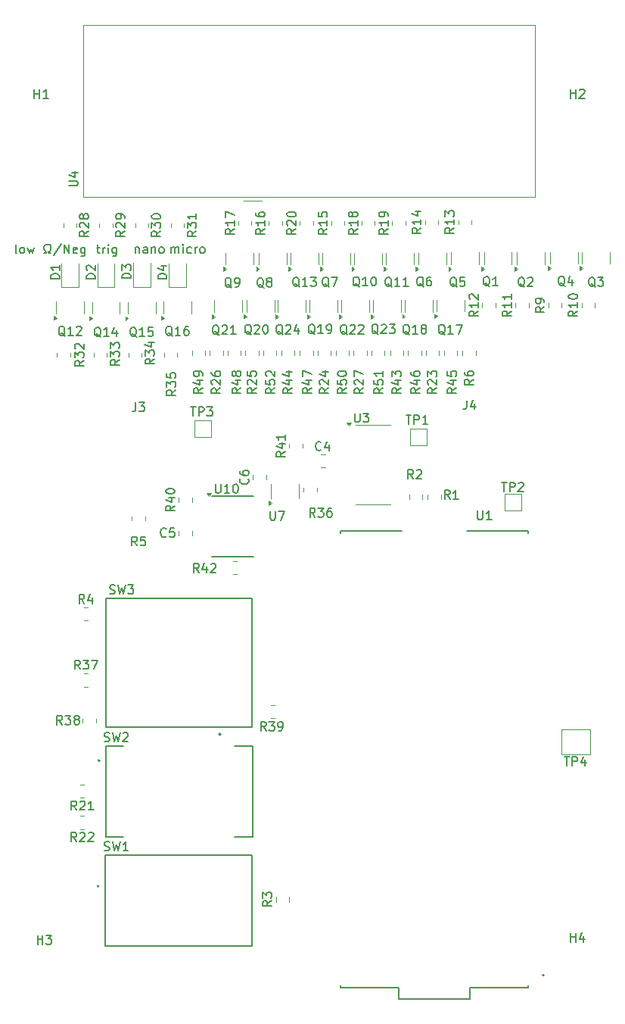
<source format=gto>
%TF.GenerationSoftware,KiCad,Pcbnew,8.0.0-8.0.0-1~ubuntu22.04.1*%
%TF.CreationDate,2024-04-13T21:39:02-06:00*%
%TF.ProjectId,Multimeter,4d756c74-696d-4657-9465-722e6b696361,rev?*%
%TF.SameCoordinates,Original*%
%TF.FileFunction,Legend,Top*%
%TF.FilePolarity,Positive*%
%FSLAX46Y46*%
G04 Gerber Fmt 4.6, Leading zero omitted, Abs format (unit mm)*
G04 Created by KiCad (PCBNEW 8.0.0-8.0.0-1~ubuntu22.04.1) date 2024-04-13 21:39:02*
%MOMM*%
%LPD*%
G01*
G04 APERTURE LIST*
%ADD10C,0.150000*%
%ADD11C,0.120000*%
%ADD12C,0.127000*%
%ADD13C,0.200000*%
G04 APERTURE END LIST*
D10*
X126536779Y-60757319D02*
X126536779Y-60090652D01*
X126536779Y-60185890D02*
X126584398Y-60138271D01*
X126584398Y-60138271D02*
X126679636Y-60090652D01*
X126679636Y-60090652D02*
X126822493Y-60090652D01*
X126822493Y-60090652D02*
X126917731Y-60138271D01*
X126917731Y-60138271D02*
X126965350Y-60233509D01*
X126965350Y-60233509D02*
X126965350Y-60757319D01*
X126965350Y-60233509D02*
X127012969Y-60138271D01*
X127012969Y-60138271D02*
X127108207Y-60090652D01*
X127108207Y-60090652D02*
X127251064Y-60090652D01*
X127251064Y-60090652D02*
X127346303Y-60138271D01*
X127346303Y-60138271D02*
X127393922Y-60233509D01*
X127393922Y-60233509D02*
X127393922Y-60757319D01*
X127870112Y-60757319D02*
X127870112Y-60090652D01*
X127870112Y-59757319D02*
X127822493Y-59804938D01*
X127822493Y-59804938D02*
X127870112Y-59852557D01*
X127870112Y-59852557D02*
X127917731Y-59804938D01*
X127917731Y-59804938D02*
X127870112Y-59757319D01*
X127870112Y-59757319D02*
X127870112Y-59852557D01*
X128774873Y-60709700D02*
X128679635Y-60757319D01*
X128679635Y-60757319D02*
X128489159Y-60757319D01*
X128489159Y-60757319D02*
X128393921Y-60709700D01*
X128393921Y-60709700D02*
X128346302Y-60662080D01*
X128346302Y-60662080D02*
X128298683Y-60566842D01*
X128298683Y-60566842D02*
X128298683Y-60281128D01*
X128298683Y-60281128D02*
X128346302Y-60185890D01*
X128346302Y-60185890D02*
X128393921Y-60138271D01*
X128393921Y-60138271D02*
X128489159Y-60090652D01*
X128489159Y-60090652D02*
X128679635Y-60090652D01*
X128679635Y-60090652D02*
X128774873Y-60138271D01*
X129203445Y-60757319D02*
X129203445Y-60090652D01*
X129203445Y-60281128D02*
X129251064Y-60185890D01*
X129251064Y-60185890D02*
X129298683Y-60138271D01*
X129298683Y-60138271D02*
X129393921Y-60090652D01*
X129393921Y-60090652D02*
X129489159Y-60090652D01*
X129965350Y-60757319D02*
X129870112Y-60709700D01*
X129870112Y-60709700D02*
X129822493Y-60662080D01*
X129822493Y-60662080D02*
X129774874Y-60566842D01*
X129774874Y-60566842D02*
X129774874Y-60281128D01*
X129774874Y-60281128D02*
X129822493Y-60185890D01*
X129822493Y-60185890D02*
X129870112Y-60138271D01*
X129870112Y-60138271D02*
X129965350Y-60090652D01*
X129965350Y-60090652D02*
X130108207Y-60090652D01*
X130108207Y-60090652D02*
X130203445Y-60138271D01*
X130203445Y-60138271D02*
X130251064Y-60185890D01*
X130251064Y-60185890D02*
X130298683Y-60281128D01*
X130298683Y-60281128D02*
X130298683Y-60566842D01*
X130298683Y-60566842D02*
X130251064Y-60662080D01*
X130251064Y-60662080D02*
X130203445Y-60709700D01*
X130203445Y-60709700D02*
X130108207Y-60757319D01*
X130108207Y-60757319D02*
X129965350Y-60757319D01*
X109279636Y-60769819D02*
X109184398Y-60722200D01*
X109184398Y-60722200D02*
X109136779Y-60626961D01*
X109136779Y-60626961D02*
X109136779Y-59769819D01*
X109803446Y-60769819D02*
X109708208Y-60722200D01*
X109708208Y-60722200D02*
X109660589Y-60674580D01*
X109660589Y-60674580D02*
X109612970Y-60579342D01*
X109612970Y-60579342D02*
X109612970Y-60293628D01*
X109612970Y-60293628D02*
X109660589Y-60198390D01*
X109660589Y-60198390D02*
X109708208Y-60150771D01*
X109708208Y-60150771D02*
X109803446Y-60103152D01*
X109803446Y-60103152D02*
X109946303Y-60103152D01*
X109946303Y-60103152D02*
X110041541Y-60150771D01*
X110041541Y-60150771D02*
X110089160Y-60198390D01*
X110089160Y-60198390D02*
X110136779Y-60293628D01*
X110136779Y-60293628D02*
X110136779Y-60579342D01*
X110136779Y-60579342D02*
X110089160Y-60674580D01*
X110089160Y-60674580D02*
X110041541Y-60722200D01*
X110041541Y-60722200D02*
X109946303Y-60769819D01*
X109946303Y-60769819D02*
X109803446Y-60769819D01*
X110470113Y-60103152D02*
X110660589Y-60769819D01*
X110660589Y-60769819D02*
X110851065Y-60293628D01*
X110851065Y-60293628D02*
X111041541Y-60769819D01*
X111041541Y-60769819D02*
X111232017Y-60103152D01*
X112327256Y-60769819D02*
X112565351Y-60769819D01*
X112565351Y-60769819D02*
X112565351Y-60579342D01*
X112565351Y-60579342D02*
X112470113Y-60531723D01*
X112470113Y-60531723D02*
X112374875Y-60436485D01*
X112374875Y-60436485D02*
X112327256Y-60293628D01*
X112327256Y-60293628D02*
X112327256Y-60055533D01*
X112327256Y-60055533D02*
X112374875Y-59912676D01*
X112374875Y-59912676D02*
X112470113Y-59817438D01*
X112470113Y-59817438D02*
X112612970Y-59769819D01*
X112612970Y-59769819D02*
X112803446Y-59769819D01*
X112803446Y-59769819D02*
X112946303Y-59817438D01*
X112946303Y-59817438D02*
X113041541Y-59912676D01*
X113041541Y-59912676D02*
X113089160Y-60055533D01*
X113089160Y-60055533D02*
X113089160Y-60293628D01*
X113089160Y-60293628D02*
X113041541Y-60436485D01*
X113041541Y-60436485D02*
X112946303Y-60531723D01*
X112946303Y-60531723D02*
X112851065Y-60579342D01*
X112851065Y-60579342D02*
X112851065Y-60769819D01*
X112851065Y-60769819D02*
X113089160Y-60769819D01*
X114232017Y-59722200D02*
X113374875Y-61007914D01*
X114565351Y-60769819D02*
X114565351Y-59769819D01*
X114565351Y-59769819D02*
X115136779Y-60769819D01*
X115136779Y-60769819D02*
X115136779Y-59769819D01*
X115993922Y-60722200D02*
X115898684Y-60769819D01*
X115898684Y-60769819D02*
X115708208Y-60769819D01*
X115708208Y-60769819D02*
X115612970Y-60722200D01*
X115612970Y-60722200D02*
X115565351Y-60626961D01*
X115565351Y-60626961D02*
X115565351Y-60246009D01*
X115565351Y-60246009D02*
X115612970Y-60150771D01*
X115612970Y-60150771D02*
X115708208Y-60103152D01*
X115708208Y-60103152D02*
X115898684Y-60103152D01*
X115898684Y-60103152D02*
X115993922Y-60150771D01*
X115993922Y-60150771D02*
X116041541Y-60246009D01*
X116041541Y-60246009D02*
X116041541Y-60341247D01*
X116041541Y-60341247D02*
X115565351Y-60436485D01*
X116898684Y-60103152D02*
X116898684Y-60912676D01*
X116898684Y-60912676D02*
X116851065Y-61007914D01*
X116851065Y-61007914D02*
X116803446Y-61055533D01*
X116803446Y-61055533D02*
X116708208Y-61103152D01*
X116708208Y-61103152D02*
X116565351Y-61103152D01*
X116565351Y-61103152D02*
X116470113Y-61055533D01*
X116898684Y-60722200D02*
X116803446Y-60769819D01*
X116803446Y-60769819D02*
X116612970Y-60769819D01*
X116612970Y-60769819D02*
X116517732Y-60722200D01*
X116517732Y-60722200D02*
X116470113Y-60674580D01*
X116470113Y-60674580D02*
X116422494Y-60579342D01*
X116422494Y-60579342D02*
X116422494Y-60293628D01*
X116422494Y-60293628D02*
X116470113Y-60198390D01*
X116470113Y-60198390D02*
X116517732Y-60150771D01*
X116517732Y-60150771D02*
X116612970Y-60103152D01*
X116612970Y-60103152D02*
X116803446Y-60103152D01*
X116803446Y-60103152D02*
X116898684Y-60150771D01*
X118193922Y-60103152D02*
X118574874Y-60103152D01*
X118336779Y-59769819D02*
X118336779Y-60626961D01*
X118336779Y-60626961D02*
X118384398Y-60722200D01*
X118384398Y-60722200D02*
X118479636Y-60769819D01*
X118479636Y-60769819D02*
X118574874Y-60769819D01*
X118908208Y-60769819D02*
X118908208Y-60103152D01*
X118908208Y-60293628D02*
X118955827Y-60198390D01*
X118955827Y-60198390D02*
X119003446Y-60150771D01*
X119003446Y-60150771D02*
X119098684Y-60103152D01*
X119098684Y-60103152D02*
X119193922Y-60103152D01*
X119527256Y-60769819D02*
X119527256Y-60103152D01*
X119527256Y-59769819D02*
X119479637Y-59817438D01*
X119479637Y-59817438D02*
X119527256Y-59865057D01*
X119527256Y-59865057D02*
X119574875Y-59817438D01*
X119574875Y-59817438D02*
X119527256Y-59769819D01*
X119527256Y-59769819D02*
X119527256Y-59865057D01*
X120432017Y-60103152D02*
X120432017Y-60912676D01*
X120432017Y-60912676D02*
X120384398Y-61007914D01*
X120384398Y-61007914D02*
X120336779Y-61055533D01*
X120336779Y-61055533D02*
X120241541Y-61103152D01*
X120241541Y-61103152D02*
X120098684Y-61103152D01*
X120098684Y-61103152D02*
X120003446Y-61055533D01*
X120432017Y-60722200D02*
X120336779Y-60769819D01*
X120336779Y-60769819D02*
X120146303Y-60769819D01*
X120146303Y-60769819D02*
X120051065Y-60722200D01*
X120051065Y-60722200D02*
X120003446Y-60674580D01*
X120003446Y-60674580D02*
X119955827Y-60579342D01*
X119955827Y-60579342D02*
X119955827Y-60293628D01*
X119955827Y-60293628D02*
X120003446Y-60198390D01*
X120003446Y-60198390D02*
X120051065Y-60150771D01*
X120051065Y-60150771D02*
X120146303Y-60103152D01*
X120146303Y-60103152D02*
X120336779Y-60103152D01*
X120336779Y-60103152D02*
X120432017Y-60150771D01*
X122536779Y-60090652D02*
X122536779Y-60757319D01*
X122536779Y-60185890D02*
X122584398Y-60138271D01*
X122584398Y-60138271D02*
X122679636Y-60090652D01*
X122679636Y-60090652D02*
X122822493Y-60090652D01*
X122822493Y-60090652D02*
X122917731Y-60138271D01*
X122917731Y-60138271D02*
X122965350Y-60233509D01*
X122965350Y-60233509D02*
X122965350Y-60757319D01*
X123870112Y-60757319D02*
X123870112Y-60233509D01*
X123870112Y-60233509D02*
X123822493Y-60138271D01*
X123822493Y-60138271D02*
X123727255Y-60090652D01*
X123727255Y-60090652D02*
X123536779Y-60090652D01*
X123536779Y-60090652D02*
X123441541Y-60138271D01*
X123870112Y-60709700D02*
X123774874Y-60757319D01*
X123774874Y-60757319D02*
X123536779Y-60757319D01*
X123536779Y-60757319D02*
X123441541Y-60709700D01*
X123441541Y-60709700D02*
X123393922Y-60614461D01*
X123393922Y-60614461D02*
X123393922Y-60519223D01*
X123393922Y-60519223D02*
X123441541Y-60423985D01*
X123441541Y-60423985D02*
X123536779Y-60376366D01*
X123536779Y-60376366D02*
X123774874Y-60376366D01*
X123774874Y-60376366D02*
X123870112Y-60328747D01*
X124346303Y-60090652D02*
X124346303Y-60757319D01*
X124346303Y-60185890D02*
X124393922Y-60138271D01*
X124393922Y-60138271D02*
X124489160Y-60090652D01*
X124489160Y-60090652D02*
X124632017Y-60090652D01*
X124632017Y-60090652D02*
X124727255Y-60138271D01*
X124727255Y-60138271D02*
X124774874Y-60233509D01*
X124774874Y-60233509D02*
X124774874Y-60757319D01*
X125393922Y-60757319D02*
X125298684Y-60709700D01*
X125298684Y-60709700D02*
X125251065Y-60662080D01*
X125251065Y-60662080D02*
X125203446Y-60566842D01*
X125203446Y-60566842D02*
X125203446Y-60281128D01*
X125203446Y-60281128D02*
X125251065Y-60185890D01*
X125251065Y-60185890D02*
X125298684Y-60138271D01*
X125298684Y-60138271D02*
X125393922Y-60090652D01*
X125393922Y-60090652D02*
X125536779Y-60090652D01*
X125536779Y-60090652D02*
X125632017Y-60138271D01*
X125632017Y-60138271D02*
X125679636Y-60185890D01*
X125679636Y-60185890D02*
X125727255Y-60281128D01*
X125727255Y-60281128D02*
X125727255Y-60566842D01*
X125727255Y-60566842D02*
X125679636Y-60662080D01*
X125679636Y-60662080D02*
X125632017Y-60709700D01*
X125632017Y-60709700D02*
X125536779Y-60757319D01*
X125536779Y-60757319D02*
X125393922Y-60757319D01*
X170604761Y-64437557D02*
X170509523Y-64389938D01*
X170509523Y-64389938D02*
X170414285Y-64294700D01*
X170414285Y-64294700D02*
X170271428Y-64151842D01*
X170271428Y-64151842D02*
X170176190Y-64104223D01*
X170176190Y-64104223D02*
X170080952Y-64104223D01*
X170128571Y-64342319D02*
X170033333Y-64294700D01*
X170033333Y-64294700D02*
X169938095Y-64199461D01*
X169938095Y-64199461D02*
X169890476Y-64008985D01*
X169890476Y-64008985D02*
X169890476Y-63675652D01*
X169890476Y-63675652D02*
X169938095Y-63485176D01*
X169938095Y-63485176D02*
X170033333Y-63389938D01*
X170033333Y-63389938D02*
X170128571Y-63342319D01*
X170128571Y-63342319D02*
X170319047Y-63342319D01*
X170319047Y-63342319D02*
X170414285Y-63389938D01*
X170414285Y-63389938D02*
X170509523Y-63485176D01*
X170509523Y-63485176D02*
X170557142Y-63675652D01*
X170557142Y-63675652D02*
X170557142Y-64008985D01*
X170557142Y-64008985D02*
X170509523Y-64199461D01*
X170509523Y-64199461D02*
X170414285Y-64294700D01*
X170414285Y-64294700D02*
X170319047Y-64342319D01*
X170319047Y-64342319D02*
X170128571Y-64342319D01*
X171414285Y-63675652D02*
X171414285Y-64342319D01*
X171176190Y-63294700D02*
X170938095Y-64008985D01*
X170938095Y-64008985D02*
X171557142Y-64008985D01*
X134354819Y-75842857D02*
X133878628Y-76176190D01*
X134354819Y-76414285D02*
X133354819Y-76414285D01*
X133354819Y-76414285D02*
X133354819Y-76033333D01*
X133354819Y-76033333D02*
X133402438Y-75938095D01*
X133402438Y-75938095D02*
X133450057Y-75890476D01*
X133450057Y-75890476D02*
X133545295Y-75842857D01*
X133545295Y-75842857D02*
X133688152Y-75842857D01*
X133688152Y-75842857D02*
X133783390Y-75890476D01*
X133783390Y-75890476D02*
X133831009Y-75938095D01*
X133831009Y-75938095D02*
X133878628Y-76033333D01*
X133878628Y-76033333D02*
X133878628Y-76414285D01*
X133688152Y-74985714D02*
X134354819Y-74985714D01*
X133307200Y-75223809D02*
X134021485Y-75461904D01*
X134021485Y-75461904D02*
X134021485Y-74842857D01*
X133783390Y-74319047D02*
X133735771Y-74414285D01*
X133735771Y-74414285D02*
X133688152Y-74461904D01*
X133688152Y-74461904D02*
X133592914Y-74509523D01*
X133592914Y-74509523D02*
X133545295Y-74509523D01*
X133545295Y-74509523D02*
X133450057Y-74461904D01*
X133450057Y-74461904D02*
X133402438Y-74414285D01*
X133402438Y-74414285D02*
X133354819Y-74319047D01*
X133354819Y-74319047D02*
X133354819Y-74128571D01*
X133354819Y-74128571D02*
X133402438Y-74033333D01*
X133402438Y-74033333D02*
X133450057Y-73985714D01*
X133450057Y-73985714D02*
X133545295Y-73938095D01*
X133545295Y-73938095D02*
X133592914Y-73938095D01*
X133592914Y-73938095D02*
X133688152Y-73985714D01*
X133688152Y-73985714D02*
X133735771Y-74033333D01*
X133735771Y-74033333D02*
X133783390Y-74128571D01*
X133783390Y-74128571D02*
X133783390Y-74319047D01*
X133783390Y-74319047D02*
X133831009Y-74414285D01*
X133831009Y-74414285D02*
X133878628Y-74461904D01*
X133878628Y-74461904D02*
X133973866Y-74509523D01*
X133973866Y-74509523D02*
X134164342Y-74509523D01*
X134164342Y-74509523D02*
X134259580Y-74461904D01*
X134259580Y-74461904D02*
X134307200Y-74414285D01*
X134307200Y-74414285D02*
X134354819Y-74319047D01*
X134354819Y-74319047D02*
X134354819Y-74128571D01*
X134354819Y-74128571D02*
X134307200Y-74033333D01*
X134307200Y-74033333D02*
X134259580Y-73985714D01*
X134259580Y-73985714D02*
X134164342Y-73938095D01*
X134164342Y-73938095D02*
X133973866Y-73938095D01*
X133973866Y-73938095D02*
X133878628Y-73985714D01*
X133878628Y-73985714D02*
X133831009Y-74033333D01*
X133831009Y-74033333D02*
X133783390Y-74128571D01*
X142657142Y-90254819D02*
X142323809Y-89778628D01*
X142085714Y-90254819D02*
X142085714Y-89254819D01*
X142085714Y-89254819D02*
X142466666Y-89254819D01*
X142466666Y-89254819D02*
X142561904Y-89302438D01*
X142561904Y-89302438D02*
X142609523Y-89350057D01*
X142609523Y-89350057D02*
X142657142Y-89445295D01*
X142657142Y-89445295D02*
X142657142Y-89588152D01*
X142657142Y-89588152D02*
X142609523Y-89683390D01*
X142609523Y-89683390D02*
X142561904Y-89731009D01*
X142561904Y-89731009D02*
X142466666Y-89778628D01*
X142466666Y-89778628D02*
X142085714Y-89778628D01*
X142990476Y-89254819D02*
X143609523Y-89254819D01*
X143609523Y-89254819D02*
X143276190Y-89635771D01*
X143276190Y-89635771D02*
X143419047Y-89635771D01*
X143419047Y-89635771D02*
X143514285Y-89683390D01*
X143514285Y-89683390D02*
X143561904Y-89731009D01*
X143561904Y-89731009D02*
X143609523Y-89826247D01*
X143609523Y-89826247D02*
X143609523Y-90064342D01*
X143609523Y-90064342D02*
X143561904Y-90159580D01*
X143561904Y-90159580D02*
X143514285Y-90207200D01*
X143514285Y-90207200D02*
X143419047Y-90254819D01*
X143419047Y-90254819D02*
X143133333Y-90254819D01*
X143133333Y-90254819D02*
X143038095Y-90207200D01*
X143038095Y-90207200D02*
X142990476Y-90159580D01*
X144466666Y-89254819D02*
X144276190Y-89254819D01*
X144276190Y-89254819D02*
X144180952Y-89302438D01*
X144180952Y-89302438D02*
X144133333Y-89350057D01*
X144133333Y-89350057D02*
X144038095Y-89492914D01*
X144038095Y-89492914D02*
X143990476Y-89683390D01*
X143990476Y-89683390D02*
X143990476Y-90064342D01*
X143990476Y-90064342D02*
X144038095Y-90159580D01*
X144038095Y-90159580D02*
X144085714Y-90207200D01*
X144085714Y-90207200D02*
X144180952Y-90254819D01*
X144180952Y-90254819D02*
X144371428Y-90254819D01*
X144371428Y-90254819D02*
X144466666Y-90207200D01*
X144466666Y-90207200D02*
X144514285Y-90159580D01*
X144514285Y-90159580D02*
X144561904Y-90064342D01*
X144561904Y-90064342D02*
X144561904Y-89826247D01*
X144561904Y-89826247D02*
X144514285Y-89731009D01*
X144514285Y-89731009D02*
X144466666Y-89683390D01*
X144466666Y-89683390D02*
X144371428Y-89635771D01*
X144371428Y-89635771D02*
X144180952Y-89635771D01*
X144180952Y-89635771D02*
X144085714Y-89683390D01*
X144085714Y-89683390D02*
X144038095Y-89731009D01*
X144038095Y-89731009D02*
X143990476Y-89826247D01*
X147088095Y-78654819D02*
X147088095Y-79464342D01*
X147088095Y-79464342D02*
X147135714Y-79559580D01*
X147135714Y-79559580D02*
X147183333Y-79607200D01*
X147183333Y-79607200D02*
X147278571Y-79654819D01*
X147278571Y-79654819D02*
X147469047Y-79654819D01*
X147469047Y-79654819D02*
X147564285Y-79607200D01*
X147564285Y-79607200D02*
X147611904Y-79559580D01*
X147611904Y-79559580D02*
X147659523Y-79464342D01*
X147659523Y-79464342D02*
X147659523Y-78654819D01*
X148040476Y-78654819D02*
X148659523Y-78654819D01*
X148659523Y-78654819D02*
X148326190Y-79035771D01*
X148326190Y-79035771D02*
X148469047Y-79035771D01*
X148469047Y-79035771D02*
X148564285Y-79083390D01*
X148564285Y-79083390D02*
X148611904Y-79131009D01*
X148611904Y-79131009D02*
X148659523Y-79226247D01*
X148659523Y-79226247D02*
X148659523Y-79464342D01*
X148659523Y-79464342D02*
X148611904Y-79559580D01*
X148611904Y-79559580D02*
X148564285Y-79607200D01*
X148564285Y-79607200D02*
X148469047Y-79654819D01*
X148469047Y-79654819D02*
X148183333Y-79654819D01*
X148183333Y-79654819D02*
X148088095Y-79607200D01*
X148088095Y-79607200D02*
X148040476Y-79559580D01*
X158454819Y-75842857D02*
X157978628Y-76176190D01*
X158454819Y-76414285D02*
X157454819Y-76414285D01*
X157454819Y-76414285D02*
X157454819Y-76033333D01*
X157454819Y-76033333D02*
X157502438Y-75938095D01*
X157502438Y-75938095D02*
X157550057Y-75890476D01*
X157550057Y-75890476D02*
X157645295Y-75842857D01*
X157645295Y-75842857D02*
X157788152Y-75842857D01*
X157788152Y-75842857D02*
X157883390Y-75890476D01*
X157883390Y-75890476D02*
X157931009Y-75938095D01*
X157931009Y-75938095D02*
X157978628Y-76033333D01*
X157978628Y-76033333D02*
X157978628Y-76414285D01*
X157788152Y-74985714D02*
X158454819Y-74985714D01*
X157407200Y-75223809D02*
X158121485Y-75461904D01*
X158121485Y-75461904D02*
X158121485Y-74842857D01*
X157454819Y-73985714D02*
X157454819Y-74461904D01*
X157454819Y-74461904D02*
X157931009Y-74509523D01*
X157931009Y-74509523D02*
X157883390Y-74461904D01*
X157883390Y-74461904D02*
X157835771Y-74366666D01*
X157835771Y-74366666D02*
X157835771Y-74128571D01*
X157835771Y-74128571D02*
X157883390Y-74033333D01*
X157883390Y-74033333D02*
X157931009Y-73985714D01*
X157931009Y-73985714D02*
X158026247Y-73938095D01*
X158026247Y-73938095D02*
X158264342Y-73938095D01*
X158264342Y-73938095D02*
X158359580Y-73985714D01*
X158359580Y-73985714D02*
X158407200Y-74033333D01*
X158407200Y-74033333D02*
X158454819Y-74128571D01*
X158454819Y-74128571D02*
X158454819Y-74366666D01*
X158454819Y-74366666D02*
X158407200Y-74461904D01*
X158407200Y-74461904D02*
X158359580Y-74509523D01*
X144004819Y-58030357D02*
X143528628Y-58363690D01*
X144004819Y-58601785D02*
X143004819Y-58601785D01*
X143004819Y-58601785D02*
X143004819Y-58220833D01*
X143004819Y-58220833D02*
X143052438Y-58125595D01*
X143052438Y-58125595D02*
X143100057Y-58077976D01*
X143100057Y-58077976D02*
X143195295Y-58030357D01*
X143195295Y-58030357D02*
X143338152Y-58030357D01*
X143338152Y-58030357D02*
X143433390Y-58077976D01*
X143433390Y-58077976D02*
X143481009Y-58125595D01*
X143481009Y-58125595D02*
X143528628Y-58220833D01*
X143528628Y-58220833D02*
X143528628Y-58601785D01*
X144004819Y-57077976D02*
X144004819Y-57649404D01*
X144004819Y-57363690D02*
X143004819Y-57363690D01*
X143004819Y-57363690D02*
X143147676Y-57458928D01*
X143147676Y-57458928D02*
X143242914Y-57554166D01*
X143242914Y-57554166D02*
X143290533Y-57649404D01*
X143004819Y-56173214D02*
X143004819Y-56649404D01*
X143004819Y-56649404D02*
X143481009Y-56697023D01*
X143481009Y-56697023D02*
X143433390Y-56649404D01*
X143433390Y-56649404D02*
X143385771Y-56554166D01*
X143385771Y-56554166D02*
X143385771Y-56316071D01*
X143385771Y-56316071D02*
X143433390Y-56220833D01*
X143433390Y-56220833D02*
X143481009Y-56173214D01*
X143481009Y-56173214D02*
X143576247Y-56125595D01*
X143576247Y-56125595D02*
X143814342Y-56125595D01*
X143814342Y-56125595D02*
X143909580Y-56173214D01*
X143909580Y-56173214D02*
X143957200Y-56220833D01*
X143957200Y-56220833D02*
X144004819Y-56316071D01*
X144004819Y-56316071D02*
X144004819Y-56554166D01*
X144004819Y-56554166D02*
X143957200Y-56649404D01*
X143957200Y-56649404D02*
X143909580Y-56697023D01*
X136054819Y-75842857D02*
X135578628Y-76176190D01*
X136054819Y-76414285D02*
X135054819Y-76414285D01*
X135054819Y-76414285D02*
X135054819Y-76033333D01*
X135054819Y-76033333D02*
X135102438Y-75938095D01*
X135102438Y-75938095D02*
X135150057Y-75890476D01*
X135150057Y-75890476D02*
X135245295Y-75842857D01*
X135245295Y-75842857D02*
X135388152Y-75842857D01*
X135388152Y-75842857D02*
X135483390Y-75890476D01*
X135483390Y-75890476D02*
X135531009Y-75938095D01*
X135531009Y-75938095D02*
X135578628Y-76033333D01*
X135578628Y-76033333D02*
X135578628Y-76414285D01*
X135150057Y-75461904D02*
X135102438Y-75414285D01*
X135102438Y-75414285D02*
X135054819Y-75319047D01*
X135054819Y-75319047D02*
X135054819Y-75080952D01*
X135054819Y-75080952D02*
X135102438Y-74985714D01*
X135102438Y-74985714D02*
X135150057Y-74938095D01*
X135150057Y-74938095D02*
X135245295Y-74890476D01*
X135245295Y-74890476D02*
X135340533Y-74890476D01*
X135340533Y-74890476D02*
X135483390Y-74938095D01*
X135483390Y-74938095D02*
X136054819Y-75509523D01*
X136054819Y-75509523D02*
X136054819Y-74890476D01*
X135054819Y-73985714D02*
X135054819Y-74461904D01*
X135054819Y-74461904D02*
X135531009Y-74509523D01*
X135531009Y-74509523D02*
X135483390Y-74461904D01*
X135483390Y-74461904D02*
X135435771Y-74366666D01*
X135435771Y-74366666D02*
X135435771Y-74128571D01*
X135435771Y-74128571D02*
X135483390Y-74033333D01*
X135483390Y-74033333D02*
X135531009Y-73985714D01*
X135531009Y-73985714D02*
X135626247Y-73938095D01*
X135626247Y-73938095D02*
X135864342Y-73938095D01*
X135864342Y-73938095D02*
X135959580Y-73985714D01*
X135959580Y-73985714D02*
X136007200Y-74033333D01*
X136007200Y-74033333D02*
X136054819Y-74128571D01*
X136054819Y-74128571D02*
X136054819Y-74366666D01*
X136054819Y-74366666D02*
X136007200Y-74461904D01*
X136007200Y-74461904D02*
X135959580Y-74509523D01*
X152254819Y-75842857D02*
X151778628Y-76176190D01*
X152254819Y-76414285D02*
X151254819Y-76414285D01*
X151254819Y-76414285D02*
X151254819Y-76033333D01*
X151254819Y-76033333D02*
X151302438Y-75938095D01*
X151302438Y-75938095D02*
X151350057Y-75890476D01*
X151350057Y-75890476D02*
X151445295Y-75842857D01*
X151445295Y-75842857D02*
X151588152Y-75842857D01*
X151588152Y-75842857D02*
X151683390Y-75890476D01*
X151683390Y-75890476D02*
X151731009Y-75938095D01*
X151731009Y-75938095D02*
X151778628Y-76033333D01*
X151778628Y-76033333D02*
X151778628Y-76414285D01*
X151588152Y-74985714D02*
X152254819Y-74985714D01*
X151207200Y-75223809D02*
X151921485Y-75461904D01*
X151921485Y-75461904D02*
X151921485Y-74842857D01*
X151254819Y-74557142D02*
X151254819Y-73938095D01*
X151254819Y-73938095D02*
X151635771Y-74271428D01*
X151635771Y-74271428D02*
X151635771Y-74128571D01*
X151635771Y-74128571D02*
X151683390Y-74033333D01*
X151683390Y-74033333D02*
X151731009Y-73985714D01*
X151731009Y-73985714D02*
X151826247Y-73938095D01*
X151826247Y-73938095D02*
X152064342Y-73938095D01*
X152064342Y-73938095D02*
X152159580Y-73985714D01*
X152159580Y-73985714D02*
X152207200Y-74033333D01*
X152207200Y-74033333D02*
X152254819Y-74128571D01*
X152254819Y-74128571D02*
X152254819Y-74414285D01*
X152254819Y-74414285D02*
X152207200Y-74509523D01*
X152207200Y-74509523D02*
X152159580Y-74557142D01*
X138154819Y-75842857D02*
X137678628Y-76176190D01*
X138154819Y-76414285D02*
X137154819Y-76414285D01*
X137154819Y-76414285D02*
X137154819Y-76033333D01*
X137154819Y-76033333D02*
X137202438Y-75938095D01*
X137202438Y-75938095D02*
X137250057Y-75890476D01*
X137250057Y-75890476D02*
X137345295Y-75842857D01*
X137345295Y-75842857D02*
X137488152Y-75842857D01*
X137488152Y-75842857D02*
X137583390Y-75890476D01*
X137583390Y-75890476D02*
X137631009Y-75938095D01*
X137631009Y-75938095D02*
X137678628Y-76033333D01*
X137678628Y-76033333D02*
X137678628Y-76414285D01*
X137154819Y-74938095D02*
X137154819Y-75414285D01*
X137154819Y-75414285D02*
X137631009Y-75461904D01*
X137631009Y-75461904D02*
X137583390Y-75414285D01*
X137583390Y-75414285D02*
X137535771Y-75319047D01*
X137535771Y-75319047D02*
X137535771Y-75080952D01*
X137535771Y-75080952D02*
X137583390Y-74985714D01*
X137583390Y-74985714D02*
X137631009Y-74938095D01*
X137631009Y-74938095D02*
X137726247Y-74890476D01*
X137726247Y-74890476D02*
X137964342Y-74890476D01*
X137964342Y-74890476D02*
X138059580Y-74938095D01*
X138059580Y-74938095D02*
X138107200Y-74985714D01*
X138107200Y-74985714D02*
X138154819Y-75080952D01*
X138154819Y-75080952D02*
X138154819Y-75319047D01*
X138154819Y-75319047D02*
X138107200Y-75414285D01*
X138107200Y-75414285D02*
X138059580Y-75461904D01*
X137250057Y-74509523D02*
X137202438Y-74461904D01*
X137202438Y-74461904D02*
X137154819Y-74366666D01*
X137154819Y-74366666D02*
X137154819Y-74128571D01*
X137154819Y-74128571D02*
X137202438Y-74033333D01*
X137202438Y-74033333D02*
X137250057Y-73985714D01*
X137250057Y-73985714D02*
X137345295Y-73938095D01*
X137345295Y-73938095D02*
X137440533Y-73938095D01*
X137440533Y-73938095D02*
X137583390Y-73985714D01*
X137583390Y-73985714D02*
X138154819Y-74557142D01*
X138154819Y-74557142D02*
X138154819Y-73938095D01*
X122054819Y-63563094D02*
X121054819Y-63563094D01*
X121054819Y-63563094D02*
X121054819Y-63324999D01*
X121054819Y-63324999D02*
X121102438Y-63182142D01*
X121102438Y-63182142D02*
X121197676Y-63086904D01*
X121197676Y-63086904D02*
X121292914Y-63039285D01*
X121292914Y-63039285D02*
X121483390Y-62991666D01*
X121483390Y-62991666D02*
X121626247Y-62991666D01*
X121626247Y-62991666D02*
X121816723Y-63039285D01*
X121816723Y-63039285D02*
X121911961Y-63086904D01*
X121911961Y-63086904D02*
X122007200Y-63182142D01*
X122007200Y-63182142D02*
X122054819Y-63324999D01*
X122054819Y-63324999D02*
X122054819Y-63563094D01*
X121054819Y-62658332D02*
X121054819Y-62039285D01*
X121054819Y-62039285D02*
X121435771Y-62372618D01*
X121435771Y-62372618D02*
X121435771Y-62229761D01*
X121435771Y-62229761D02*
X121483390Y-62134523D01*
X121483390Y-62134523D02*
X121531009Y-62086904D01*
X121531009Y-62086904D02*
X121626247Y-62039285D01*
X121626247Y-62039285D02*
X121864342Y-62039285D01*
X121864342Y-62039285D02*
X121959580Y-62086904D01*
X121959580Y-62086904D02*
X122007200Y-62134523D01*
X122007200Y-62134523D02*
X122054819Y-62229761D01*
X122054819Y-62229761D02*
X122054819Y-62515475D01*
X122054819Y-62515475D02*
X122007200Y-62610713D01*
X122007200Y-62610713D02*
X121959580Y-62658332D01*
X148054819Y-75842857D02*
X147578628Y-76176190D01*
X148054819Y-76414285D02*
X147054819Y-76414285D01*
X147054819Y-76414285D02*
X147054819Y-76033333D01*
X147054819Y-76033333D02*
X147102438Y-75938095D01*
X147102438Y-75938095D02*
X147150057Y-75890476D01*
X147150057Y-75890476D02*
X147245295Y-75842857D01*
X147245295Y-75842857D02*
X147388152Y-75842857D01*
X147388152Y-75842857D02*
X147483390Y-75890476D01*
X147483390Y-75890476D02*
X147531009Y-75938095D01*
X147531009Y-75938095D02*
X147578628Y-76033333D01*
X147578628Y-76033333D02*
X147578628Y-76414285D01*
X147150057Y-75461904D02*
X147102438Y-75414285D01*
X147102438Y-75414285D02*
X147054819Y-75319047D01*
X147054819Y-75319047D02*
X147054819Y-75080952D01*
X147054819Y-75080952D02*
X147102438Y-74985714D01*
X147102438Y-74985714D02*
X147150057Y-74938095D01*
X147150057Y-74938095D02*
X147245295Y-74890476D01*
X147245295Y-74890476D02*
X147340533Y-74890476D01*
X147340533Y-74890476D02*
X147483390Y-74938095D01*
X147483390Y-74938095D02*
X148054819Y-75509523D01*
X148054819Y-75509523D02*
X148054819Y-74890476D01*
X147054819Y-74557142D02*
X147054819Y-73890476D01*
X147054819Y-73890476D02*
X148054819Y-74319047D01*
X130054819Y-75842857D02*
X129578628Y-76176190D01*
X130054819Y-76414285D02*
X129054819Y-76414285D01*
X129054819Y-76414285D02*
X129054819Y-76033333D01*
X129054819Y-76033333D02*
X129102438Y-75938095D01*
X129102438Y-75938095D02*
X129150057Y-75890476D01*
X129150057Y-75890476D02*
X129245295Y-75842857D01*
X129245295Y-75842857D02*
X129388152Y-75842857D01*
X129388152Y-75842857D02*
X129483390Y-75890476D01*
X129483390Y-75890476D02*
X129531009Y-75938095D01*
X129531009Y-75938095D02*
X129578628Y-76033333D01*
X129578628Y-76033333D02*
X129578628Y-76414285D01*
X129388152Y-74985714D02*
X130054819Y-74985714D01*
X129007200Y-75223809D02*
X129721485Y-75461904D01*
X129721485Y-75461904D02*
X129721485Y-74842857D01*
X130054819Y-74414285D02*
X130054819Y-74223809D01*
X130054819Y-74223809D02*
X130007200Y-74128571D01*
X130007200Y-74128571D02*
X129959580Y-74080952D01*
X129959580Y-74080952D02*
X129816723Y-73985714D01*
X129816723Y-73985714D02*
X129626247Y-73938095D01*
X129626247Y-73938095D02*
X129245295Y-73938095D01*
X129245295Y-73938095D02*
X129150057Y-73985714D01*
X129150057Y-73985714D02*
X129102438Y-74033333D01*
X129102438Y-74033333D02*
X129054819Y-74128571D01*
X129054819Y-74128571D02*
X129054819Y-74319047D01*
X129054819Y-74319047D02*
X129102438Y-74414285D01*
X129102438Y-74414285D02*
X129150057Y-74461904D01*
X129150057Y-74461904D02*
X129245295Y-74509523D01*
X129245295Y-74509523D02*
X129483390Y-74509523D01*
X129483390Y-74509523D02*
X129578628Y-74461904D01*
X129578628Y-74461904D02*
X129626247Y-74414285D01*
X129626247Y-74414285D02*
X129673866Y-74319047D01*
X129673866Y-74319047D02*
X129673866Y-74128571D01*
X129673866Y-74128571D02*
X129626247Y-74033333D01*
X129626247Y-74033333D02*
X129578628Y-73985714D01*
X129578628Y-73985714D02*
X129483390Y-73938095D01*
X159616123Y-77216443D02*
X159616123Y-77931893D01*
X159616123Y-77931893D02*
X159568426Y-78074983D01*
X159568426Y-78074983D02*
X159473033Y-78170377D01*
X159473033Y-78170377D02*
X159329943Y-78218073D01*
X159329943Y-78218073D02*
X159234550Y-78218073D01*
X160522360Y-77550320D02*
X160522360Y-78218073D01*
X160283877Y-77168747D02*
X160045393Y-77884197D01*
X160045393Y-77884197D02*
X160665450Y-77884197D01*
X137157142Y-114154819D02*
X136823809Y-113678628D01*
X136585714Y-114154819D02*
X136585714Y-113154819D01*
X136585714Y-113154819D02*
X136966666Y-113154819D01*
X136966666Y-113154819D02*
X137061904Y-113202438D01*
X137061904Y-113202438D02*
X137109523Y-113250057D01*
X137109523Y-113250057D02*
X137157142Y-113345295D01*
X137157142Y-113345295D02*
X137157142Y-113488152D01*
X137157142Y-113488152D02*
X137109523Y-113583390D01*
X137109523Y-113583390D02*
X137061904Y-113631009D01*
X137061904Y-113631009D02*
X136966666Y-113678628D01*
X136966666Y-113678628D02*
X136585714Y-113678628D01*
X137490476Y-113154819D02*
X138109523Y-113154819D01*
X138109523Y-113154819D02*
X137776190Y-113535771D01*
X137776190Y-113535771D02*
X137919047Y-113535771D01*
X137919047Y-113535771D02*
X138014285Y-113583390D01*
X138014285Y-113583390D02*
X138061904Y-113631009D01*
X138061904Y-113631009D02*
X138109523Y-113726247D01*
X138109523Y-113726247D02*
X138109523Y-113964342D01*
X138109523Y-113964342D02*
X138061904Y-114059580D01*
X138061904Y-114059580D02*
X138014285Y-114107200D01*
X138014285Y-114107200D02*
X137919047Y-114154819D01*
X137919047Y-114154819D02*
X137633333Y-114154819D01*
X137633333Y-114154819D02*
X137538095Y-114107200D01*
X137538095Y-114107200D02*
X137490476Y-114059580D01*
X138585714Y-114154819D02*
X138776190Y-114154819D01*
X138776190Y-114154819D02*
X138871428Y-114107200D01*
X138871428Y-114107200D02*
X138919047Y-114059580D01*
X138919047Y-114059580D02*
X139014285Y-113916723D01*
X139014285Y-113916723D02*
X139061904Y-113726247D01*
X139061904Y-113726247D02*
X139061904Y-113345295D01*
X139061904Y-113345295D02*
X139014285Y-113250057D01*
X139014285Y-113250057D02*
X138966666Y-113202438D01*
X138966666Y-113202438D02*
X138871428Y-113154819D01*
X138871428Y-113154819D02*
X138680952Y-113154819D01*
X138680952Y-113154819D02*
X138585714Y-113202438D01*
X138585714Y-113202438D02*
X138538095Y-113250057D01*
X138538095Y-113250057D02*
X138490476Y-113345295D01*
X138490476Y-113345295D02*
X138490476Y-113583390D01*
X138490476Y-113583390D02*
X138538095Y-113678628D01*
X138538095Y-113678628D02*
X138585714Y-113726247D01*
X138585714Y-113726247D02*
X138680952Y-113773866D01*
X138680952Y-113773866D02*
X138871428Y-113773866D01*
X138871428Y-113773866D02*
X138966666Y-113726247D01*
X138966666Y-113726247D02*
X139014285Y-113678628D01*
X139014285Y-113678628D02*
X139061904Y-113583390D01*
X133604819Y-58030357D02*
X133128628Y-58363690D01*
X133604819Y-58601785D02*
X132604819Y-58601785D01*
X132604819Y-58601785D02*
X132604819Y-58220833D01*
X132604819Y-58220833D02*
X132652438Y-58125595D01*
X132652438Y-58125595D02*
X132700057Y-58077976D01*
X132700057Y-58077976D02*
X132795295Y-58030357D01*
X132795295Y-58030357D02*
X132938152Y-58030357D01*
X132938152Y-58030357D02*
X133033390Y-58077976D01*
X133033390Y-58077976D02*
X133081009Y-58125595D01*
X133081009Y-58125595D02*
X133128628Y-58220833D01*
X133128628Y-58220833D02*
X133128628Y-58601785D01*
X133604819Y-57077976D02*
X133604819Y-57649404D01*
X133604819Y-57363690D02*
X132604819Y-57363690D01*
X132604819Y-57363690D02*
X132747676Y-57458928D01*
X132747676Y-57458928D02*
X132842914Y-57554166D01*
X132842914Y-57554166D02*
X132890533Y-57649404D01*
X132604819Y-56744642D02*
X132604819Y-56077976D01*
X132604819Y-56077976D02*
X133604819Y-56506547D01*
X160838095Y-89554819D02*
X160838095Y-90364342D01*
X160838095Y-90364342D02*
X160885714Y-90459580D01*
X160885714Y-90459580D02*
X160933333Y-90507200D01*
X160933333Y-90507200D02*
X161028571Y-90554819D01*
X161028571Y-90554819D02*
X161219047Y-90554819D01*
X161219047Y-90554819D02*
X161314285Y-90507200D01*
X161314285Y-90507200D02*
X161361904Y-90459580D01*
X161361904Y-90459580D02*
X161409523Y-90364342D01*
X161409523Y-90364342D02*
X161409523Y-89554819D01*
X162409523Y-90554819D02*
X161838095Y-90554819D01*
X162123809Y-90554819D02*
X162123809Y-89554819D01*
X162123809Y-89554819D02*
X162028571Y-89697676D01*
X162028571Y-89697676D02*
X161933333Y-89792914D01*
X161933333Y-89792914D02*
X161838095Y-89840533D01*
X153633334Y-85954818D02*
X153300001Y-85478627D01*
X153061906Y-85954818D02*
X153061906Y-84954818D01*
X153061906Y-84954818D02*
X153442858Y-84954818D01*
X153442858Y-84954818D02*
X153538096Y-85002437D01*
X153538096Y-85002437D02*
X153585715Y-85050056D01*
X153585715Y-85050056D02*
X153633334Y-85145294D01*
X153633334Y-85145294D02*
X153633334Y-85288151D01*
X153633334Y-85288151D02*
X153585715Y-85383389D01*
X153585715Y-85383389D02*
X153538096Y-85431008D01*
X153538096Y-85431008D02*
X153442858Y-85478627D01*
X153442858Y-85478627D02*
X153061906Y-85478627D01*
X154014287Y-85050056D02*
X154061906Y-85002437D01*
X154061906Y-85002437D02*
X154157144Y-84954818D01*
X154157144Y-84954818D02*
X154395239Y-84954818D01*
X154395239Y-84954818D02*
X154490477Y-85002437D01*
X154490477Y-85002437D02*
X154538096Y-85050056D01*
X154538096Y-85050056D02*
X154585715Y-85145294D01*
X154585715Y-85145294D02*
X154585715Y-85240532D01*
X154585715Y-85240532D02*
X154538096Y-85383389D01*
X154538096Y-85383389D02*
X153966668Y-85954818D01*
X153966668Y-85954818D02*
X154585715Y-85954818D01*
X115957142Y-126504819D02*
X115623809Y-126028628D01*
X115385714Y-126504819D02*
X115385714Y-125504819D01*
X115385714Y-125504819D02*
X115766666Y-125504819D01*
X115766666Y-125504819D02*
X115861904Y-125552438D01*
X115861904Y-125552438D02*
X115909523Y-125600057D01*
X115909523Y-125600057D02*
X115957142Y-125695295D01*
X115957142Y-125695295D02*
X115957142Y-125838152D01*
X115957142Y-125838152D02*
X115909523Y-125933390D01*
X115909523Y-125933390D02*
X115861904Y-125981009D01*
X115861904Y-125981009D02*
X115766666Y-126028628D01*
X115766666Y-126028628D02*
X115385714Y-126028628D01*
X116338095Y-125600057D02*
X116385714Y-125552438D01*
X116385714Y-125552438D02*
X116480952Y-125504819D01*
X116480952Y-125504819D02*
X116719047Y-125504819D01*
X116719047Y-125504819D02*
X116814285Y-125552438D01*
X116814285Y-125552438D02*
X116861904Y-125600057D01*
X116861904Y-125600057D02*
X116909523Y-125695295D01*
X116909523Y-125695295D02*
X116909523Y-125790533D01*
X116909523Y-125790533D02*
X116861904Y-125933390D01*
X116861904Y-125933390D02*
X116290476Y-126504819D01*
X116290476Y-126504819D02*
X116909523Y-126504819D01*
X117290476Y-125600057D02*
X117338095Y-125552438D01*
X117338095Y-125552438D02*
X117433333Y-125504819D01*
X117433333Y-125504819D02*
X117671428Y-125504819D01*
X117671428Y-125504819D02*
X117766666Y-125552438D01*
X117766666Y-125552438D02*
X117814285Y-125600057D01*
X117814285Y-125600057D02*
X117861904Y-125695295D01*
X117861904Y-125695295D02*
X117861904Y-125790533D01*
X117861904Y-125790533D02*
X117814285Y-125933390D01*
X117814285Y-125933390D02*
X117242857Y-126504819D01*
X117242857Y-126504819D02*
X117861904Y-126504819D01*
X131511905Y-86554819D02*
X131511905Y-87364342D01*
X131511905Y-87364342D02*
X131559524Y-87459580D01*
X131559524Y-87459580D02*
X131607143Y-87507200D01*
X131607143Y-87507200D02*
X131702381Y-87554819D01*
X131702381Y-87554819D02*
X131892857Y-87554819D01*
X131892857Y-87554819D02*
X131988095Y-87507200D01*
X131988095Y-87507200D02*
X132035714Y-87459580D01*
X132035714Y-87459580D02*
X132083333Y-87364342D01*
X132083333Y-87364342D02*
X132083333Y-86554819D01*
X133083333Y-87554819D02*
X132511905Y-87554819D01*
X132797619Y-87554819D02*
X132797619Y-86554819D01*
X132797619Y-86554819D02*
X132702381Y-86697676D01*
X132702381Y-86697676D02*
X132607143Y-86792914D01*
X132607143Y-86792914D02*
X132511905Y-86840533D01*
X133702381Y-86554819D02*
X133797619Y-86554819D01*
X133797619Y-86554819D02*
X133892857Y-86602438D01*
X133892857Y-86602438D02*
X133940476Y-86650057D01*
X133940476Y-86650057D02*
X133988095Y-86745295D01*
X133988095Y-86745295D02*
X134035714Y-86935771D01*
X134035714Y-86935771D02*
X134035714Y-87173866D01*
X134035714Y-87173866D02*
X133988095Y-87364342D01*
X133988095Y-87364342D02*
X133940476Y-87459580D01*
X133940476Y-87459580D02*
X133892857Y-87507200D01*
X133892857Y-87507200D02*
X133797619Y-87554819D01*
X133797619Y-87554819D02*
X133702381Y-87554819D01*
X133702381Y-87554819D02*
X133607143Y-87507200D01*
X133607143Y-87507200D02*
X133559524Y-87459580D01*
X133559524Y-87459580D02*
X133511905Y-87364342D01*
X133511905Y-87364342D02*
X133464286Y-87173866D01*
X133464286Y-87173866D02*
X133464286Y-86935771D01*
X133464286Y-86935771D02*
X133511905Y-86745295D01*
X133511905Y-86745295D02*
X133559524Y-86650057D01*
X133559524Y-86650057D02*
X133607143Y-86602438D01*
X133607143Y-86602438D02*
X133702381Y-86554819D01*
X153228571Y-69850057D02*
X153133333Y-69802438D01*
X153133333Y-69802438D02*
X153038095Y-69707200D01*
X153038095Y-69707200D02*
X152895238Y-69564342D01*
X152895238Y-69564342D02*
X152800000Y-69516723D01*
X152800000Y-69516723D02*
X152704762Y-69516723D01*
X152752381Y-69754819D02*
X152657143Y-69707200D01*
X152657143Y-69707200D02*
X152561905Y-69611961D01*
X152561905Y-69611961D02*
X152514286Y-69421485D01*
X152514286Y-69421485D02*
X152514286Y-69088152D01*
X152514286Y-69088152D02*
X152561905Y-68897676D01*
X152561905Y-68897676D02*
X152657143Y-68802438D01*
X152657143Y-68802438D02*
X152752381Y-68754819D01*
X152752381Y-68754819D02*
X152942857Y-68754819D01*
X152942857Y-68754819D02*
X153038095Y-68802438D01*
X153038095Y-68802438D02*
X153133333Y-68897676D01*
X153133333Y-68897676D02*
X153180952Y-69088152D01*
X153180952Y-69088152D02*
X153180952Y-69421485D01*
X153180952Y-69421485D02*
X153133333Y-69611961D01*
X153133333Y-69611961D02*
X153038095Y-69707200D01*
X153038095Y-69707200D02*
X152942857Y-69754819D01*
X152942857Y-69754819D02*
X152752381Y-69754819D01*
X154133333Y-69754819D02*
X153561905Y-69754819D01*
X153847619Y-69754819D02*
X153847619Y-68754819D01*
X153847619Y-68754819D02*
X153752381Y-68897676D01*
X153752381Y-68897676D02*
X153657143Y-68992914D01*
X153657143Y-68992914D02*
X153561905Y-69040533D01*
X154704762Y-69183390D02*
X154609524Y-69135771D01*
X154609524Y-69135771D02*
X154561905Y-69088152D01*
X154561905Y-69088152D02*
X154514286Y-68992914D01*
X154514286Y-68992914D02*
X154514286Y-68945295D01*
X154514286Y-68945295D02*
X154561905Y-68850057D01*
X154561905Y-68850057D02*
X154609524Y-68802438D01*
X154609524Y-68802438D02*
X154704762Y-68754819D01*
X154704762Y-68754819D02*
X154895238Y-68754819D01*
X154895238Y-68754819D02*
X154990476Y-68802438D01*
X154990476Y-68802438D02*
X155038095Y-68850057D01*
X155038095Y-68850057D02*
X155085714Y-68945295D01*
X155085714Y-68945295D02*
X155085714Y-68992914D01*
X155085714Y-68992914D02*
X155038095Y-69088152D01*
X155038095Y-69088152D02*
X154990476Y-69135771D01*
X154990476Y-69135771D02*
X154895238Y-69183390D01*
X154895238Y-69183390D02*
X154704762Y-69183390D01*
X154704762Y-69183390D02*
X154609524Y-69231009D01*
X154609524Y-69231009D02*
X154561905Y-69278628D01*
X154561905Y-69278628D02*
X154514286Y-69373866D01*
X154514286Y-69373866D02*
X154514286Y-69564342D01*
X154514286Y-69564342D02*
X154561905Y-69659580D01*
X154561905Y-69659580D02*
X154609524Y-69707200D01*
X154609524Y-69707200D02*
X154704762Y-69754819D01*
X154704762Y-69754819D02*
X154895238Y-69754819D01*
X154895238Y-69754819D02*
X154990476Y-69707200D01*
X154990476Y-69707200D02*
X155038095Y-69659580D01*
X155038095Y-69659580D02*
X155085714Y-69564342D01*
X155085714Y-69564342D02*
X155085714Y-69373866D01*
X155085714Y-69373866D02*
X155038095Y-69278628D01*
X155038095Y-69278628D02*
X154990476Y-69231009D01*
X154990476Y-69231009D02*
X154895238Y-69183390D01*
X114357142Y-113454819D02*
X114023809Y-112978628D01*
X113785714Y-113454819D02*
X113785714Y-112454819D01*
X113785714Y-112454819D02*
X114166666Y-112454819D01*
X114166666Y-112454819D02*
X114261904Y-112502438D01*
X114261904Y-112502438D02*
X114309523Y-112550057D01*
X114309523Y-112550057D02*
X114357142Y-112645295D01*
X114357142Y-112645295D02*
X114357142Y-112788152D01*
X114357142Y-112788152D02*
X114309523Y-112883390D01*
X114309523Y-112883390D02*
X114261904Y-112931009D01*
X114261904Y-112931009D02*
X114166666Y-112978628D01*
X114166666Y-112978628D02*
X113785714Y-112978628D01*
X114690476Y-112454819D02*
X115309523Y-112454819D01*
X115309523Y-112454819D02*
X114976190Y-112835771D01*
X114976190Y-112835771D02*
X115119047Y-112835771D01*
X115119047Y-112835771D02*
X115214285Y-112883390D01*
X115214285Y-112883390D02*
X115261904Y-112931009D01*
X115261904Y-112931009D02*
X115309523Y-113026247D01*
X115309523Y-113026247D02*
X115309523Y-113264342D01*
X115309523Y-113264342D02*
X115261904Y-113359580D01*
X115261904Y-113359580D02*
X115214285Y-113407200D01*
X115214285Y-113407200D02*
X115119047Y-113454819D01*
X115119047Y-113454819D02*
X114833333Y-113454819D01*
X114833333Y-113454819D02*
X114738095Y-113407200D01*
X114738095Y-113407200D02*
X114690476Y-113359580D01*
X115880952Y-112883390D02*
X115785714Y-112835771D01*
X115785714Y-112835771D02*
X115738095Y-112788152D01*
X115738095Y-112788152D02*
X115690476Y-112692914D01*
X115690476Y-112692914D02*
X115690476Y-112645295D01*
X115690476Y-112645295D02*
X115738095Y-112550057D01*
X115738095Y-112550057D02*
X115785714Y-112502438D01*
X115785714Y-112502438D02*
X115880952Y-112454819D01*
X115880952Y-112454819D02*
X116071428Y-112454819D01*
X116071428Y-112454819D02*
X116166666Y-112502438D01*
X116166666Y-112502438D02*
X116214285Y-112550057D01*
X116214285Y-112550057D02*
X116261904Y-112645295D01*
X116261904Y-112645295D02*
X116261904Y-112692914D01*
X116261904Y-112692914D02*
X116214285Y-112788152D01*
X116214285Y-112788152D02*
X116166666Y-112835771D01*
X116166666Y-112835771D02*
X116071428Y-112883390D01*
X116071428Y-112883390D02*
X115880952Y-112883390D01*
X115880952Y-112883390D02*
X115785714Y-112931009D01*
X115785714Y-112931009D02*
X115738095Y-112978628D01*
X115738095Y-112978628D02*
X115690476Y-113073866D01*
X115690476Y-113073866D02*
X115690476Y-113264342D01*
X115690476Y-113264342D02*
X115738095Y-113359580D01*
X115738095Y-113359580D02*
X115785714Y-113407200D01*
X115785714Y-113407200D02*
X115880952Y-113454819D01*
X115880952Y-113454819D02*
X116071428Y-113454819D01*
X116071428Y-113454819D02*
X116166666Y-113407200D01*
X116166666Y-113407200D02*
X116214285Y-113359580D01*
X116214285Y-113359580D02*
X116261904Y-113264342D01*
X116261904Y-113264342D02*
X116261904Y-113073866D01*
X116261904Y-113073866D02*
X116214285Y-112978628D01*
X116214285Y-112978628D02*
X116166666Y-112931009D01*
X116166666Y-112931009D02*
X116071428Y-112883390D01*
X171238095Y-137754819D02*
X171238095Y-136754819D01*
X171238095Y-137231009D02*
X171809523Y-137231009D01*
X171809523Y-137754819D02*
X171809523Y-136754819D01*
X172714285Y-137088152D02*
X172714285Y-137754819D01*
X172476190Y-136707200D02*
X172238095Y-137421485D01*
X172238095Y-137421485D02*
X172857142Y-137421485D01*
X139028571Y-69850057D02*
X138933333Y-69802438D01*
X138933333Y-69802438D02*
X138838095Y-69707200D01*
X138838095Y-69707200D02*
X138695238Y-69564342D01*
X138695238Y-69564342D02*
X138600000Y-69516723D01*
X138600000Y-69516723D02*
X138504762Y-69516723D01*
X138552381Y-69754819D02*
X138457143Y-69707200D01*
X138457143Y-69707200D02*
X138361905Y-69611961D01*
X138361905Y-69611961D02*
X138314286Y-69421485D01*
X138314286Y-69421485D02*
X138314286Y-69088152D01*
X138314286Y-69088152D02*
X138361905Y-68897676D01*
X138361905Y-68897676D02*
X138457143Y-68802438D01*
X138457143Y-68802438D02*
X138552381Y-68754819D01*
X138552381Y-68754819D02*
X138742857Y-68754819D01*
X138742857Y-68754819D02*
X138838095Y-68802438D01*
X138838095Y-68802438D02*
X138933333Y-68897676D01*
X138933333Y-68897676D02*
X138980952Y-69088152D01*
X138980952Y-69088152D02*
X138980952Y-69421485D01*
X138980952Y-69421485D02*
X138933333Y-69611961D01*
X138933333Y-69611961D02*
X138838095Y-69707200D01*
X138838095Y-69707200D02*
X138742857Y-69754819D01*
X138742857Y-69754819D02*
X138552381Y-69754819D01*
X139361905Y-68850057D02*
X139409524Y-68802438D01*
X139409524Y-68802438D02*
X139504762Y-68754819D01*
X139504762Y-68754819D02*
X139742857Y-68754819D01*
X139742857Y-68754819D02*
X139838095Y-68802438D01*
X139838095Y-68802438D02*
X139885714Y-68850057D01*
X139885714Y-68850057D02*
X139933333Y-68945295D01*
X139933333Y-68945295D02*
X139933333Y-69040533D01*
X139933333Y-69040533D02*
X139885714Y-69183390D01*
X139885714Y-69183390D02*
X139314286Y-69754819D01*
X139314286Y-69754819D02*
X139933333Y-69754819D01*
X140790476Y-69088152D02*
X140790476Y-69754819D01*
X140552381Y-68707200D02*
X140314286Y-69421485D01*
X140314286Y-69421485D02*
X140933333Y-69421485D01*
X156254819Y-75842857D02*
X155778628Y-76176190D01*
X156254819Y-76414285D02*
X155254819Y-76414285D01*
X155254819Y-76414285D02*
X155254819Y-76033333D01*
X155254819Y-76033333D02*
X155302438Y-75938095D01*
X155302438Y-75938095D02*
X155350057Y-75890476D01*
X155350057Y-75890476D02*
X155445295Y-75842857D01*
X155445295Y-75842857D02*
X155588152Y-75842857D01*
X155588152Y-75842857D02*
X155683390Y-75890476D01*
X155683390Y-75890476D02*
X155731009Y-75938095D01*
X155731009Y-75938095D02*
X155778628Y-76033333D01*
X155778628Y-76033333D02*
X155778628Y-76414285D01*
X155350057Y-75461904D02*
X155302438Y-75414285D01*
X155302438Y-75414285D02*
X155254819Y-75319047D01*
X155254819Y-75319047D02*
X155254819Y-75080952D01*
X155254819Y-75080952D02*
X155302438Y-74985714D01*
X155302438Y-74985714D02*
X155350057Y-74938095D01*
X155350057Y-74938095D02*
X155445295Y-74890476D01*
X155445295Y-74890476D02*
X155540533Y-74890476D01*
X155540533Y-74890476D02*
X155683390Y-74938095D01*
X155683390Y-74938095D02*
X156254819Y-75509523D01*
X156254819Y-75509523D02*
X156254819Y-74890476D01*
X155254819Y-74557142D02*
X155254819Y-73938095D01*
X155254819Y-73938095D02*
X155635771Y-74271428D01*
X155635771Y-74271428D02*
X155635771Y-74128571D01*
X155635771Y-74128571D02*
X155683390Y-74033333D01*
X155683390Y-74033333D02*
X155731009Y-73985714D01*
X155731009Y-73985714D02*
X155826247Y-73938095D01*
X155826247Y-73938095D02*
X156064342Y-73938095D01*
X156064342Y-73938095D02*
X156159580Y-73985714D01*
X156159580Y-73985714D02*
X156207200Y-74033333D01*
X156207200Y-74033333D02*
X156254819Y-74128571D01*
X156254819Y-74128571D02*
X156254819Y-74414285D01*
X156254819Y-74414285D02*
X156207200Y-74509523D01*
X156207200Y-74509523D02*
X156159580Y-74557142D01*
X125983333Y-92397080D02*
X125935714Y-92444700D01*
X125935714Y-92444700D02*
X125792857Y-92492319D01*
X125792857Y-92492319D02*
X125697619Y-92492319D01*
X125697619Y-92492319D02*
X125554762Y-92444700D01*
X125554762Y-92444700D02*
X125459524Y-92349461D01*
X125459524Y-92349461D02*
X125411905Y-92254223D01*
X125411905Y-92254223D02*
X125364286Y-92063747D01*
X125364286Y-92063747D02*
X125364286Y-91920890D01*
X125364286Y-91920890D02*
X125411905Y-91730414D01*
X125411905Y-91730414D02*
X125459524Y-91635176D01*
X125459524Y-91635176D02*
X125554762Y-91539938D01*
X125554762Y-91539938D02*
X125697619Y-91492319D01*
X125697619Y-91492319D02*
X125792857Y-91492319D01*
X125792857Y-91492319D02*
X125935714Y-91539938D01*
X125935714Y-91539938D02*
X125983333Y-91587557D01*
X126888095Y-91492319D02*
X126411905Y-91492319D01*
X126411905Y-91492319D02*
X126364286Y-91968509D01*
X126364286Y-91968509D02*
X126411905Y-91920890D01*
X126411905Y-91920890D02*
X126507143Y-91873271D01*
X126507143Y-91873271D02*
X126745238Y-91873271D01*
X126745238Y-91873271D02*
X126840476Y-91920890D01*
X126840476Y-91920890D02*
X126888095Y-91968509D01*
X126888095Y-91968509D02*
X126935714Y-92063747D01*
X126935714Y-92063747D02*
X126935714Y-92301842D01*
X126935714Y-92301842D02*
X126888095Y-92397080D01*
X126888095Y-92397080D02*
X126840476Y-92444700D01*
X126840476Y-92444700D02*
X126745238Y-92492319D01*
X126745238Y-92492319D02*
X126507143Y-92492319D01*
X126507143Y-92492319D02*
X126411905Y-92444700D01*
X126411905Y-92444700D02*
X126364286Y-92397080D01*
X152838095Y-78854819D02*
X153409523Y-78854819D01*
X153123809Y-79854819D02*
X153123809Y-78854819D01*
X153742857Y-79854819D02*
X153742857Y-78854819D01*
X153742857Y-78854819D02*
X154123809Y-78854819D01*
X154123809Y-78854819D02*
X154219047Y-78902438D01*
X154219047Y-78902438D02*
X154266666Y-78950057D01*
X154266666Y-78950057D02*
X154314285Y-79045295D01*
X154314285Y-79045295D02*
X154314285Y-79188152D01*
X154314285Y-79188152D02*
X154266666Y-79283390D01*
X154266666Y-79283390D02*
X154219047Y-79331009D01*
X154219047Y-79331009D02*
X154123809Y-79378628D01*
X154123809Y-79378628D02*
X153742857Y-79378628D01*
X155266666Y-79854819D02*
X154695238Y-79854819D01*
X154980952Y-79854819D02*
X154980952Y-78854819D01*
X154980952Y-78854819D02*
X154885714Y-78997676D01*
X154885714Y-78997676D02*
X154790476Y-79092914D01*
X154790476Y-79092914D02*
X154695238Y-79140533D01*
X119666667Y-98807200D02*
X119809524Y-98854819D01*
X119809524Y-98854819D02*
X120047619Y-98854819D01*
X120047619Y-98854819D02*
X120142857Y-98807200D01*
X120142857Y-98807200D02*
X120190476Y-98759580D01*
X120190476Y-98759580D02*
X120238095Y-98664342D01*
X120238095Y-98664342D02*
X120238095Y-98569104D01*
X120238095Y-98569104D02*
X120190476Y-98473866D01*
X120190476Y-98473866D02*
X120142857Y-98426247D01*
X120142857Y-98426247D02*
X120047619Y-98378628D01*
X120047619Y-98378628D02*
X119857143Y-98331009D01*
X119857143Y-98331009D02*
X119761905Y-98283390D01*
X119761905Y-98283390D02*
X119714286Y-98235771D01*
X119714286Y-98235771D02*
X119666667Y-98140533D01*
X119666667Y-98140533D02*
X119666667Y-98045295D01*
X119666667Y-98045295D02*
X119714286Y-97950057D01*
X119714286Y-97950057D02*
X119761905Y-97902438D01*
X119761905Y-97902438D02*
X119857143Y-97854819D01*
X119857143Y-97854819D02*
X120095238Y-97854819D01*
X120095238Y-97854819D02*
X120238095Y-97902438D01*
X120571429Y-97854819D02*
X120809524Y-98854819D01*
X120809524Y-98854819D02*
X121000000Y-98140533D01*
X121000000Y-98140533D02*
X121190476Y-98854819D01*
X121190476Y-98854819D02*
X121428572Y-97854819D01*
X121714286Y-97854819D02*
X122333333Y-97854819D01*
X122333333Y-97854819D02*
X122000000Y-98235771D01*
X122000000Y-98235771D02*
X122142857Y-98235771D01*
X122142857Y-98235771D02*
X122238095Y-98283390D01*
X122238095Y-98283390D02*
X122285714Y-98331009D01*
X122285714Y-98331009D02*
X122333333Y-98426247D01*
X122333333Y-98426247D02*
X122333333Y-98664342D01*
X122333333Y-98664342D02*
X122285714Y-98759580D01*
X122285714Y-98759580D02*
X122238095Y-98807200D01*
X122238095Y-98807200D02*
X122142857Y-98854819D01*
X122142857Y-98854819D02*
X121857143Y-98854819D01*
X121857143Y-98854819D02*
X121761905Y-98807200D01*
X121761905Y-98807200D02*
X121714286Y-98759580D01*
X147628571Y-64512557D02*
X147533333Y-64464938D01*
X147533333Y-64464938D02*
X147438095Y-64369700D01*
X147438095Y-64369700D02*
X147295238Y-64226842D01*
X147295238Y-64226842D02*
X147200000Y-64179223D01*
X147200000Y-64179223D02*
X147104762Y-64179223D01*
X147152381Y-64417319D02*
X147057143Y-64369700D01*
X147057143Y-64369700D02*
X146961905Y-64274461D01*
X146961905Y-64274461D02*
X146914286Y-64083985D01*
X146914286Y-64083985D02*
X146914286Y-63750652D01*
X146914286Y-63750652D02*
X146961905Y-63560176D01*
X146961905Y-63560176D02*
X147057143Y-63464938D01*
X147057143Y-63464938D02*
X147152381Y-63417319D01*
X147152381Y-63417319D02*
X147342857Y-63417319D01*
X147342857Y-63417319D02*
X147438095Y-63464938D01*
X147438095Y-63464938D02*
X147533333Y-63560176D01*
X147533333Y-63560176D02*
X147580952Y-63750652D01*
X147580952Y-63750652D02*
X147580952Y-64083985D01*
X147580952Y-64083985D02*
X147533333Y-64274461D01*
X147533333Y-64274461D02*
X147438095Y-64369700D01*
X147438095Y-64369700D02*
X147342857Y-64417319D01*
X147342857Y-64417319D02*
X147152381Y-64417319D01*
X148533333Y-64417319D02*
X147961905Y-64417319D01*
X148247619Y-64417319D02*
X148247619Y-63417319D01*
X148247619Y-63417319D02*
X148152381Y-63560176D01*
X148152381Y-63560176D02*
X148057143Y-63655414D01*
X148057143Y-63655414D02*
X147961905Y-63703033D01*
X149152381Y-63417319D02*
X149247619Y-63417319D01*
X149247619Y-63417319D02*
X149342857Y-63464938D01*
X149342857Y-63464938D02*
X149390476Y-63512557D01*
X149390476Y-63512557D02*
X149438095Y-63607795D01*
X149438095Y-63607795D02*
X149485714Y-63798271D01*
X149485714Y-63798271D02*
X149485714Y-64036366D01*
X149485714Y-64036366D02*
X149438095Y-64226842D01*
X149438095Y-64226842D02*
X149390476Y-64322080D01*
X149390476Y-64322080D02*
X149342857Y-64369700D01*
X149342857Y-64369700D02*
X149247619Y-64417319D01*
X149247619Y-64417319D02*
X149152381Y-64417319D01*
X149152381Y-64417319D02*
X149057143Y-64369700D01*
X149057143Y-64369700D02*
X149009524Y-64322080D01*
X149009524Y-64322080D02*
X148961905Y-64226842D01*
X148961905Y-64226842D02*
X148914286Y-64036366D01*
X148914286Y-64036366D02*
X148914286Y-63798271D01*
X148914286Y-63798271D02*
X148961905Y-63607795D01*
X148961905Y-63607795D02*
X149009524Y-63512557D01*
X149009524Y-63512557D02*
X149057143Y-63464938D01*
X149057143Y-63464938D02*
X149152381Y-63417319D01*
X149728571Y-69812557D02*
X149633333Y-69764938D01*
X149633333Y-69764938D02*
X149538095Y-69669700D01*
X149538095Y-69669700D02*
X149395238Y-69526842D01*
X149395238Y-69526842D02*
X149300000Y-69479223D01*
X149300000Y-69479223D02*
X149204762Y-69479223D01*
X149252381Y-69717319D02*
X149157143Y-69669700D01*
X149157143Y-69669700D02*
X149061905Y-69574461D01*
X149061905Y-69574461D02*
X149014286Y-69383985D01*
X149014286Y-69383985D02*
X149014286Y-69050652D01*
X149014286Y-69050652D02*
X149061905Y-68860176D01*
X149061905Y-68860176D02*
X149157143Y-68764938D01*
X149157143Y-68764938D02*
X149252381Y-68717319D01*
X149252381Y-68717319D02*
X149442857Y-68717319D01*
X149442857Y-68717319D02*
X149538095Y-68764938D01*
X149538095Y-68764938D02*
X149633333Y-68860176D01*
X149633333Y-68860176D02*
X149680952Y-69050652D01*
X149680952Y-69050652D02*
X149680952Y-69383985D01*
X149680952Y-69383985D02*
X149633333Y-69574461D01*
X149633333Y-69574461D02*
X149538095Y-69669700D01*
X149538095Y-69669700D02*
X149442857Y-69717319D01*
X149442857Y-69717319D02*
X149252381Y-69717319D01*
X150061905Y-68812557D02*
X150109524Y-68764938D01*
X150109524Y-68764938D02*
X150204762Y-68717319D01*
X150204762Y-68717319D02*
X150442857Y-68717319D01*
X150442857Y-68717319D02*
X150538095Y-68764938D01*
X150538095Y-68764938D02*
X150585714Y-68812557D01*
X150585714Y-68812557D02*
X150633333Y-68907795D01*
X150633333Y-68907795D02*
X150633333Y-69003033D01*
X150633333Y-69003033D02*
X150585714Y-69145890D01*
X150585714Y-69145890D02*
X150014286Y-69717319D01*
X150014286Y-69717319D02*
X150633333Y-69717319D01*
X150966667Y-68717319D02*
X151585714Y-68717319D01*
X151585714Y-68717319D02*
X151252381Y-69098271D01*
X151252381Y-69098271D02*
X151395238Y-69098271D01*
X151395238Y-69098271D02*
X151490476Y-69145890D01*
X151490476Y-69145890D02*
X151538095Y-69193509D01*
X151538095Y-69193509D02*
X151585714Y-69288747D01*
X151585714Y-69288747D02*
X151585714Y-69526842D01*
X151585714Y-69526842D02*
X151538095Y-69622080D01*
X151538095Y-69622080D02*
X151490476Y-69669700D01*
X151490476Y-69669700D02*
X151395238Y-69717319D01*
X151395238Y-69717319D02*
X151109524Y-69717319D01*
X151109524Y-69717319D02*
X151014286Y-69669700D01*
X151014286Y-69669700D02*
X150966667Y-69622080D01*
X111590595Y-138004819D02*
X111590595Y-137004819D01*
X111590595Y-137481009D02*
X112162023Y-137481009D01*
X112162023Y-138004819D02*
X112162023Y-137004819D01*
X112542976Y-137004819D02*
X113162023Y-137004819D01*
X113162023Y-137004819D02*
X112828690Y-137385771D01*
X112828690Y-137385771D02*
X112971547Y-137385771D01*
X112971547Y-137385771D02*
X113066785Y-137433390D01*
X113066785Y-137433390D02*
X113114404Y-137481009D01*
X113114404Y-137481009D02*
X113162023Y-137576247D01*
X113162023Y-137576247D02*
X113162023Y-137814342D01*
X113162023Y-137814342D02*
X113114404Y-137909580D01*
X113114404Y-137909580D02*
X113066785Y-137957200D01*
X113066785Y-137957200D02*
X112971547Y-138004819D01*
X112971547Y-138004819D02*
X112685833Y-138004819D01*
X112685833Y-138004819D02*
X112590595Y-137957200D01*
X112590595Y-137957200D02*
X112542976Y-137909580D01*
X157733334Y-88254818D02*
X157400001Y-87778627D01*
X157161906Y-88254818D02*
X157161906Y-87254818D01*
X157161906Y-87254818D02*
X157542858Y-87254818D01*
X157542858Y-87254818D02*
X157638096Y-87302437D01*
X157638096Y-87302437D02*
X157685715Y-87350056D01*
X157685715Y-87350056D02*
X157733334Y-87445294D01*
X157733334Y-87445294D02*
X157733334Y-87588151D01*
X157733334Y-87588151D02*
X157685715Y-87683389D01*
X157685715Y-87683389D02*
X157638096Y-87731008D01*
X157638096Y-87731008D02*
X157542858Y-87778627D01*
X157542858Y-87778627D02*
X157161906Y-87778627D01*
X158685715Y-88254818D02*
X158114287Y-88254818D01*
X158400001Y-88254818D02*
X158400001Y-87254818D01*
X158400001Y-87254818D02*
X158304763Y-87397675D01*
X158304763Y-87397675D02*
X158209525Y-87492913D01*
X158209525Y-87492913D02*
X158114287Y-87540532D01*
X151228571Y-64550057D02*
X151133333Y-64502438D01*
X151133333Y-64502438D02*
X151038095Y-64407200D01*
X151038095Y-64407200D02*
X150895238Y-64264342D01*
X150895238Y-64264342D02*
X150800000Y-64216723D01*
X150800000Y-64216723D02*
X150704762Y-64216723D01*
X150752381Y-64454819D02*
X150657143Y-64407200D01*
X150657143Y-64407200D02*
X150561905Y-64311961D01*
X150561905Y-64311961D02*
X150514286Y-64121485D01*
X150514286Y-64121485D02*
X150514286Y-63788152D01*
X150514286Y-63788152D02*
X150561905Y-63597676D01*
X150561905Y-63597676D02*
X150657143Y-63502438D01*
X150657143Y-63502438D02*
X150752381Y-63454819D01*
X150752381Y-63454819D02*
X150942857Y-63454819D01*
X150942857Y-63454819D02*
X151038095Y-63502438D01*
X151038095Y-63502438D02*
X151133333Y-63597676D01*
X151133333Y-63597676D02*
X151180952Y-63788152D01*
X151180952Y-63788152D02*
X151180952Y-64121485D01*
X151180952Y-64121485D02*
X151133333Y-64311961D01*
X151133333Y-64311961D02*
X151038095Y-64407200D01*
X151038095Y-64407200D02*
X150942857Y-64454819D01*
X150942857Y-64454819D02*
X150752381Y-64454819D01*
X152133333Y-64454819D02*
X151561905Y-64454819D01*
X151847619Y-64454819D02*
X151847619Y-63454819D01*
X151847619Y-63454819D02*
X151752381Y-63597676D01*
X151752381Y-63597676D02*
X151657143Y-63692914D01*
X151657143Y-63692914D02*
X151561905Y-63740533D01*
X153085714Y-64454819D02*
X152514286Y-64454819D01*
X152800000Y-64454819D02*
X152800000Y-63454819D01*
X152800000Y-63454819D02*
X152704762Y-63597676D01*
X152704762Y-63597676D02*
X152609524Y-63692914D01*
X152609524Y-63692914D02*
X152514286Y-63740533D01*
X139304819Y-82942857D02*
X138828628Y-83276190D01*
X139304819Y-83514285D02*
X138304819Y-83514285D01*
X138304819Y-83514285D02*
X138304819Y-83133333D01*
X138304819Y-83133333D02*
X138352438Y-83038095D01*
X138352438Y-83038095D02*
X138400057Y-82990476D01*
X138400057Y-82990476D02*
X138495295Y-82942857D01*
X138495295Y-82942857D02*
X138638152Y-82942857D01*
X138638152Y-82942857D02*
X138733390Y-82990476D01*
X138733390Y-82990476D02*
X138781009Y-83038095D01*
X138781009Y-83038095D02*
X138828628Y-83133333D01*
X138828628Y-83133333D02*
X138828628Y-83514285D01*
X138638152Y-82085714D02*
X139304819Y-82085714D01*
X138257200Y-82323809D02*
X138971485Y-82561904D01*
X138971485Y-82561904D02*
X138971485Y-81942857D01*
X139304819Y-81038095D02*
X139304819Y-81609523D01*
X139304819Y-81323809D02*
X138304819Y-81323809D01*
X138304819Y-81323809D02*
X138447676Y-81419047D01*
X138447676Y-81419047D02*
X138542914Y-81514285D01*
X138542914Y-81514285D02*
X138590533Y-81609523D01*
X160904819Y-67230357D02*
X160428628Y-67563690D01*
X160904819Y-67801785D02*
X159904819Y-67801785D01*
X159904819Y-67801785D02*
X159904819Y-67420833D01*
X159904819Y-67420833D02*
X159952438Y-67325595D01*
X159952438Y-67325595D02*
X160000057Y-67277976D01*
X160000057Y-67277976D02*
X160095295Y-67230357D01*
X160095295Y-67230357D02*
X160238152Y-67230357D01*
X160238152Y-67230357D02*
X160333390Y-67277976D01*
X160333390Y-67277976D02*
X160381009Y-67325595D01*
X160381009Y-67325595D02*
X160428628Y-67420833D01*
X160428628Y-67420833D02*
X160428628Y-67801785D01*
X160904819Y-66277976D02*
X160904819Y-66849404D01*
X160904819Y-66563690D02*
X159904819Y-66563690D01*
X159904819Y-66563690D02*
X160047676Y-66658928D01*
X160047676Y-66658928D02*
X160142914Y-66754166D01*
X160142914Y-66754166D02*
X160190533Y-66849404D01*
X160000057Y-65897023D02*
X159952438Y-65849404D01*
X159952438Y-65849404D02*
X159904819Y-65754166D01*
X159904819Y-65754166D02*
X159904819Y-65516071D01*
X159904819Y-65516071D02*
X159952438Y-65420833D01*
X159952438Y-65420833D02*
X160000057Y-65373214D01*
X160000057Y-65373214D02*
X160095295Y-65325595D01*
X160095295Y-65325595D02*
X160190533Y-65325595D01*
X160190533Y-65325595D02*
X160333390Y-65373214D01*
X160333390Y-65373214D02*
X160904819Y-65944642D01*
X160904819Y-65944642D02*
X160904819Y-65325595D01*
X140054819Y-75842857D02*
X139578628Y-76176190D01*
X140054819Y-76414285D02*
X139054819Y-76414285D01*
X139054819Y-76414285D02*
X139054819Y-76033333D01*
X139054819Y-76033333D02*
X139102438Y-75938095D01*
X139102438Y-75938095D02*
X139150057Y-75890476D01*
X139150057Y-75890476D02*
X139245295Y-75842857D01*
X139245295Y-75842857D02*
X139388152Y-75842857D01*
X139388152Y-75842857D02*
X139483390Y-75890476D01*
X139483390Y-75890476D02*
X139531009Y-75938095D01*
X139531009Y-75938095D02*
X139578628Y-76033333D01*
X139578628Y-76033333D02*
X139578628Y-76414285D01*
X139388152Y-74985714D02*
X140054819Y-74985714D01*
X139007200Y-75223809D02*
X139721485Y-75461904D01*
X139721485Y-75461904D02*
X139721485Y-74842857D01*
X139388152Y-74033333D02*
X140054819Y-74033333D01*
X139007200Y-74271428D02*
X139721485Y-74509523D01*
X139721485Y-74509523D02*
X139721485Y-73890476D01*
X147404819Y-58030357D02*
X146928628Y-58363690D01*
X147404819Y-58601785D02*
X146404819Y-58601785D01*
X146404819Y-58601785D02*
X146404819Y-58220833D01*
X146404819Y-58220833D02*
X146452438Y-58125595D01*
X146452438Y-58125595D02*
X146500057Y-58077976D01*
X146500057Y-58077976D02*
X146595295Y-58030357D01*
X146595295Y-58030357D02*
X146738152Y-58030357D01*
X146738152Y-58030357D02*
X146833390Y-58077976D01*
X146833390Y-58077976D02*
X146881009Y-58125595D01*
X146881009Y-58125595D02*
X146928628Y-58220833D01*
X146928628Y-58220833D02*
X146928628Y-58601785D01*
X147404819Y-57077976D02*
X147404819Y-57649404D01*
X147404819Y-57363690D02*
X146404819Y-57363690D01*
X146404819Y-57363690D02*
X146547676Y-57458928D01*
X146547676Y-57458928D02*
X146642914Y-57554166D01*
X146642914Y-57554166D02*
X146690533Y-57649404D01*
X146833390Y-56506547D02*
X146785771Y-56601785D01*
X146785771Y-56601785D02*
X146738152Y-56649404D01*
X146738152Y-56649404D02*
X146642914Y-56697023D01*
X146642914Y-56697023D02*
X146595295Y-56697023D01*
X146595295Y-56697023D02*
X146500057Y-56649404D01*
X146500057Y-56649404D02*
X146452438Y-56601785D01*
X146452438Y-56601785D02*
X146404819Y-56506547D01*
X146404819Y-56506547D02*
X146404819Y-56316071D01*
X146404819Y-56316071D02*
X146452438Y-56220833D01*
X146452438Y-56220833D02*
X146500057Y-56173214D01*
X146500057Y-56173214D02*
X146595295Y-56125595D01*
X146595295Y-56125595D02*
X146642914Y-56125595D01*
X146642914Y-56125595D02*
X146738152Y-56173214D01*
X146738152Y-56173214D02*
X146785771Y-56220833D01*
X146785771Y-56220833D02*
X146833390Y-56316071D01*
X146833390Y-56316071D02*
X146833390Y-56506547D01*
X146833390Y-56506547D02*
X146881009Y-56601785D01*
X146881009Y-56601785D02*
X146928628Y-56649404D01*
X146928628Y-56649404D02*
X147023866Y-56697023D01*
X147023866Y-56697023D02*
X147214342Y-56697023D01*
X147214342Y-56697023D02*
X147309580Y-56649404D01*
X147309580Y-56649404D02*
X147357200Y-56601785D01*
X147357200Y-56601785D02*
X147404819Y-56506547D01*
X147404819Y-56506547D02*
X147404819Y-56316071D01*
X147404819Y-56316071D02*
X147357200Y-56220833D01*
X147357200Y-56220833D02*
X147309580Y-56173214D01*
X147309580Y-56173214D02*
X147214342Y-56125595D01*
X147214342Y-56125595D02*
X147023866Y-56125595D01*
X147023866Y-56125595D02*
X146928628Y-56173214D01*
X146928628Y-56173214D02*
X146881009Y-56220833D01*
X146881009Y-56220833D02*
X146833390Y-56316071D01*
X129657142Y-96454819D02*
X129323809Y-95978628D01*
X129085714Y-96454819D02*
X129085714Y-95454819D01*
X129085714Y-95454819D02*
X129466666Y-95454819D01*
X129466666Y-95454819D02*
X129561904Y-95502438D01*
X129561904Y-95502438D02*
X129609523Y-95550057D01*
X129609523Y-95550057D02*
X129657142Y-95645295D01*
X129657142Y-95645295D02*
X129657142Y-95788152D01*
X129657142Y-95788152D02*
X129609523Y-95883390D01*
X129609523Y-95883390D02*
X129561904Y-95931009D01*
X129561904Y-95931009D02*
X129466666Y-95978628D01*
X129466666Y-95978628D02*
X129085714Y-95978628D01*
X130514285Y-95788152D02*
X130514285Y-96454819D01*
X130276190Y-95407200D02*
X130038095Y-96121485D01*
X130038095Y-96121485D02*
X130657142Y-96121485D01*
X130990476Y-95550057D02*
X131038095Y-95502438D01*
X131038095Y-95502438D02*
X131133333Y-95454819D01*
X131133333Y-95454819D02*
X131371428Y-95454819D01*
X131371428Y-95454819D02*
X131466666Y-95502438D01*
X131466666Y-95502438D02*
X131514285Y-95550057D01*
X131514285Y-95550057D02*
X131561904Y-95645295D01*
X131561904Y-95645295D02*
X131561904Y-95740533D01*
X131561904Y-95740533D02*
X131514285Y-95883390D01*
X131514285Y-95883390D02*
X130942857Y-96454819D01*
X130942857Y-96454819D02*
X131561904Y-96454819D01*
X118054819Y-63625594D02*
X117054819Y-63625594D01*
X117054819Y-63625594D02*
X117054819Y-63387499D01*
X117054819Y-63387499D02*
X117102438Y-63244642D01*
X117102438Y-63244642D02*
X117197676Y-63149404D01*
X117197676Y-63149404D02*
X117292914Y-63101785D01*
X117292914Y-63101785D02*
X117483390Y-63054166D01*
X117483390Y-63054166D02*
X117626247Y-63054166D01*
X117626247Y-63054166D02*
X117816723Y-63101785D01*
X117816723Y-63101785D02*
X117911961Y-63149404D01*
X117911961Y-63149404D02*
X118007200Y-63244642D01*
X118007200Y-63244642D02*
X118054819Y-63387499D01*
X118054819Y-63387499D02*
X118054819Y-63625594D01*
X117150057Y-62673213D02*
X117102438Y-62625594D01*
X117102438Y-62625594D02*
X117054819Y-62530356D01*
X117054819Y-62530356D02*
X117054819Y-62292261D01*
X117054819Y-62292261D02*
X117102438Y-62197023D01*
X117102438Y-62197023D02*
X117150057Y-62149404D01*
X117150057Y-62149404D02*
X117245295Y-62101785D01*
X117245295Y-62101785D02*
X117340533Y-62101785D01*
X117340533Y-62101785D02*
X117483390Y-62149404D01*
X117483390Y-62149404D02*
X118054819Y-62720832D01*
X118054819Y-62720832D02*
X118054819Y-62101785D01*
X135528571Y-69850057D02*
X135433333Y-69802438D01*
X135433333Y-69802438D02*
X135338095Y-69707200D01*
X135338095Y-69707200D02*
X135195238Y-69564342D01*
X135195238Y-69564342D02*
X135100000Y-69516723D01*
X135100000Y-69516723D02*
X135004762Y-69516723D01*
X135052381Y-69754819D02*
X134957143Y-69707200D01*
X134957143Y-69707200D02*
X134861905Y-69611961D01*
X134861905Y-69611961D02*
X134814286Y-69421485D01*
X134814286Y-69421485D02*
X134814286Y-69088152D01*
X134814286Y-69088152D02*
X134861905Y-68897676D01*
X134861905Y-68897676D02*
X134957143Y-68802438D01*
X134957143Y-68802438D02*
X135052381Y-68754819D01*
X135052381Y-68754819D02*
X135242857Y-68754819D01*
X135242857Y-68754819D02*
X135338095Y-68802438D01*
X135338095Y-68802438D02*
X135433333Y-68897676D01*
X135433333Y-68897676D02*
X135480952Y-69088152D01*
X135480952Y-69088152D02*
X135480952Y-69421485D01*
X135480952Y-69421485D02*
X135433333Y-69611961D01*
X135433333Y-69611961D02*
X135338095Y-69707200D01*
X135338095Y-69707200D02*
X135242857Y-69754819D01*
X135242857Y-69754819D02*
X135052381Y-69754819D01*
X135861905Y-68850057D02*
X135909524Y-68802438D01*
X135909524Y-68802438D02*
X136004762Y-68754819D01*
X136004762Y-68754819D02*
X136242857Y-68754819D01*
X136242857Y-68754819D02*
X136338095Y-68802438D01*
X136338095Y-68802438D02*
X136385714Y-68850057D01*
X136385714Y-68850057D02*
X136433333Y-68945295D01*
X136433333Y-68945295D02*
X136433333Y-69040533D01*
X136433333Y-69040533D02*
X136385714Y-69183390D01*
X136385714Y-69183390D02*
X135814286Y-69754819D01*
X135814286Y-69754819D02*
X136433333Y-69754819D01*
X137052381Y-68754819D02*
X137147619Y-68754819D01*
X137147619Y-68754819D02*
X137242857Y-68802438D01*
X137242857Y-68802438D02*
X137290476Y-68850057D01*
X137290476Y-68850057D02*
X137338095Y-68945295D01*
X137338095Y-68945295D02*
X137385714Y-69135771D01*
X137385714Y-69135771D02*
X137385714Y-69373866D01*
X137385714Y-69373866D02*
X137338095Y-69564342D01*
X137338095Y-69564342D02*
X137290476Y-69659580D01*
X137290476Y-69659580D02*
X137242857Y-69707200D01*
X137242857Y-69707200D02*
X137147619Y-69754819D01*
X137147619Y-69754819D02*
X137052381Y-69754819D01*
X137052381Y-69754819D02*
X136957143Y-69707200D01*
X136957143Y-69707200D02*
X136909524Y-69659580D01*
X136909524Y-69659580D02*
X136861905Y-69564342D01*
X136861905Y-69564342D02*
X136814286Y-69373866D01*
X136814286Y-69373866D02*
X136814286Y-69135771D01*
X136814286Y-69135771D02*
X136861905Y-68945295D01*
X136861905Y-68945295D02*
X136909524Y-68850057D01*
X136909524Y-68850057D02*
X136957143Y-68802438D01*
X136957143Y-68802438D02*
X137052381Y-68754819D01*
X140504819Y-58030357D02*
X140028628Y-58363690D01*
X140504819Y-58601785D02*
X139504819Y-58601785D01*
X139504819Y-58601785D02*
X139504819Y-58220833D01*
X139504819Y-58220833D02*
X139552438Y-58125595D01*
X139552438Y-58125595D02*
X139600057Y-58077976D01*
X139600057Y-58077976D02*
X139695295Y-58030357D01*
X139695295Y-58030357D02*
X139838152Y-58030357D01*
X139838152Y-58030357D02*
X139933390Y-58077976D01*
X139933390Y-58077976D02*
X139981009Y-58125595D01*
X139981009Y-58125595D02*
X140028628Y-58220833D01*
X140028628Y-58220833D02*
X140028628Y-58601785D01*
X139600057Y-57649404D02*
X139552438Y-57601785D01*
X139552438Y-57601785D02*
X139504819Y-57506547D01*
X139504819Y-57506547D02*
X139504819Y-57268452D01*
X139504819Y-57268452D02*
X139552438Y-57173214D01*
X139552438Y-57173214D02*
X139600057Y-57125595D01*
X139600057Y-57125595D02*
X139695295Y-57077976D01*
X139695295Y-57077976D02*
X139790533Y-57077976D01*
X139790533Y-57077976D02*
X139933390Y-57125595D01*
X139933390Y-57125595D02*
X140504819Y-57697023D01*
X140504819Y-57697023D02*
X140504819Y-57077976D01*
X139504819Y-56458928D02*
X139504819Y-56363690D01*
X139504819Y-56363690D02*
X139552438Y-56268452D01*
X139552438Y-56268452D02*
X139600057Y-56220833D01*
X139600057Y-56220833D02*
X139695295Y-56173214D01*
X139695295Y-56173214D02*
X139885771Y-56125595D01*
X139885771Y-56125595D02*
X140123866Y-56125595D01*
X140123866Y-56125595D02*
X140314342Y-56173214D01*
X140314342Y-56173214D02*
X140409580Y-56220833D01*
X140409580Y-56220833D02*
X140457200Y-56268452D01*
X140457200Y-56268452D02*
X140504819Y-56363690D01*
X140504819Y-56363690D02*
X140504819Y-56458928D01*
X140504819Y-56458928D02*
X140457200Y-56554166D01*
X140457200Y-56554166D02*
X140409580Y-56601785D01*
X140409580Y-56601785D02*
X140314342Y-56649404D01*
X140314342Y-56649404D02*
X140123866Y-56697023D01*
X140123866Y-56697023D02*
X139885771Y-56697023D01*
X139885771Y-56697023D02*
X139695295Y-56649404D01*
X139695295Y-56649404D02*
X139600057Y-56601785D01*
X139600057Y-56601785D02*
X139552438Y-56554166D01*
X139552438Y-56554166D02*
X139504819Y-56458928D01*
X114678571Y-70037557D02*
X114583333Y-69989938D01*
X114583333Y-69989938D02*
X114488095Y-69894700D01*
X114488095Y-69894700D02*
X114345238Y-69751842D01*
X114345238Y-69751842D02*
X114250000Y-69704223D01*
X114250000Y-69704223D02*
X114154762Y-69704223D01*
X114202381Y-69942319D02*
X114107143Y-69894700D01*
X114107143Y-69894700D02*
X114011905Y-69799461D01*
X114011905Y-69799461D02*
X113964286Y-69608985D01*
X113964286Y-69608985D02*
X113964286Y-69275652D01*
X113964286Y-69275652D02*
X114011905Y-69085176D01*
X114011905Y-69085176D02*
X114107143Y-68989938D01*
X114107143Y-68989938D02*
X114202381Y-68942319D01*
X114202381Y-68942319D02*
X114392857Y-68942319D01*
X114392857Y-68942319D02*
X114488095Y-68989938D01*
X114488095Y-68989938D02*
X114583333Y-69085176D01*
X114583333Y-69085176D02*
X114630952Y-69275652D01*
X114630952Y-69275652D02*
X114630952Y-69608985D01*
X114630952Y-69608985D02*
X114583333Y-69799461D01*
X114583333Y-69799461D02*
X114488095Y-69894700D01*
X114488095Y-69894700D02*
X114392857Y-69942319D01*
X114392857Y-69942319D02*
X114202381Y-69942319D01*
X115583333Y-69942319D02*
X115011905Y-69942319D01*
X115297619Y-69942319D02*
X115297619Y-68942319D01*
X115297619Y-68942319D02*
X115202381Y-69085176D01*
X115202381Y-69085176D02*
X115107143Y-69180414D01*
X115107143Y-69180414D02*
X115011905Y-69228033D01*
X115964286Y-69037557D02*
X116011905Y-68989938D01*
X116011905Y-68989938D02*
X116107143Y-68942319D01*
X116107143Y-68942319D02*
X116345238Y-68942319D01*
X116345238Y-68942319D02*
X116440476Y-68989938D01*
X116440476Y-68989938D02*
X116488095Y-69037557D01*
X116488095Y-69037557D02*
X116535714Y-69132795D01*
X116535714Y-69132795D02*
X116535714Y-69228033D01*
X116535714Y-69228033D02*
X116488095Y-69370890D01*
X116488095Y-69370890D02*
X115916667Y-69942319D01*
X115916667Y-69942319D02*
X116535714Y-69942319D01*
X174004761Y-64537557D02*
X173909523Y-64489938D01*
X173909523Y-64489938D02*
X173814285Y-64394700D01*
X173814285Y-64394700D02*
X173671428Y-64251842D01*
X173671428Y-64251842D02*
X173576190Y-64204223D01*
X173576190Y-64204223D02*
X173480952Y-64204223D01*
X173528571Y-64442319D02*
X173433333Y-64394700D01*
X173433333Y-64394700D02*
X173338095Y-64299461D01*
X173338095Y-64299461D02*
X173290476Y-64108985D01*
X173290476Y-64108985D02*
X173290476Y-63775652D01*
X173290476Y-63775652D02*
X173338095Y-63585176D01*
X173338095Y-63585176D02*
X173433333Y-63489938D01*
X173433333Y-63489938D02*
X173528571Y-63442319D01*
X173528571Y-63442319D02*
X173719047Y-63442319D01*
X173719047Y-63442319D02*
X173814285Y-63489938D01*
X173814285Y-63489938D02*
X173909523Y-63585176D01*
X173909523Y-63585176D02*
X173957142Y-63775652D01*
X173957142Y-63775652D02*
X173957142Y-64108985D01*
X173957142Y-64108985D02*
X173909523Y-64299461D01*
X173909523Y-64299461D02*
X173814285Y-64394700D01*
X173814285Y-64394700D02*
X173719047Y-64442319D01*
X173719047Y-64442319D02*
X173528571Y-64442319D01*
X174290476Y-63442319D02*
X174909523Y-63442319D01*
X174909523Y-63442319D02*
X174576190Y-63823271D01*
X174576190Y-63823271D02*
X174719047Y-63823271D01*
X174719047Y-63823271D02*
X174814285Y-63870890D01*
X174814285Y-63870890D02*
X174861904Y-63918509D01*
X174861904Y-63918509D02*
X174909523Y-64013747D01*
X174909523Y-64013747D02*
X174909523Y-64251842D01*
X174909523Y-64251842D02*
X174861904Y-64347080D01*
X174861904Y-64347080D02*
X174814285Y-64394700D01*
X174814285Y-64394700D02*
X174719047Y-64442319D01*
X174719047Y-64442319D02*
X174433333Y-64442319D01*
X174433333Y-64442319D02*
X174338095Y-64394700D01*
X174338095Y-64394700D02*
X174290476Y-64347080D01*
X163538095Y-86406819D02*
X164109523Y-86406819D01*
X163823809Y-87406819D02*
X163823809Y-86406819D01*
X164442857Y-87406819D02*
X164442857Y-86406819D01*
X164442857Y-86406819D02*
X164823809Y-86406819D01*
X164823809Y-86406819D02*
X164919047Y-86454438D01*
X164919047Y-86454438D02*
X164966666Y-86502057D01*
X164966666Y-86502057D02*
X165014285Y-86597295D01*
X165014285Y-86597295D02*
X165014285Y-86740152D01*
X165014285Y-86740152D02*
X164966666Y-86835390D01*
X164966666Y-86835390D02*
X164919047Y-86883009D01*
X164919047Y-86883009D02*
X164823809Y-86930628D01*
X164823809Y-86930628D02*
X164442857Y-86930628D01*
X165395238Y-86502057D02*
X165442857Y-86454438D01*
X165442857Y-86454438D02*
X165538095Y-86406819D01*
X165538095Y-86406819D02*
X165776190Y-86406819D01*
X165776190Y-86406819D02*
X165871428Y-86454438D01*
X165871428Y-86454438D02*
X165919047Y-86502057D01*
X165919047Y-86502057D02*
X165966666Y-86597295D01*
X165966666Y-86597295D02*
X165966666Y-86692533D01*
X165966666Y-86692533D02*
X165919047Y-86835390D01*
X165919047Y-86835390D02*
X165347619Y-87406819D01*
X165347619Y-87406819D02*
X165966666Y-87406819D01*
X115957142Y-123004819D02*
X115623809Y-122528628D01*
X115385714Y-123004819D02*
X115385714Y-122004819D01*
X115385714Y-122004819D02*
X115766666Y-122004819D01*
X115766666Y-122004819D02*
X115861904Y-122052438D01*
X115861904Y-122052438D02*
X115909523Y-122100057D01*
X115909523Y-122100057D02*
X115957142Y-122195295D01*
X115957142Y-122195295D02*
X115957142Y-122338152D01*
X115957142Y-122338152D02*
X115909523Y-122433390D01*
X115909523Y-122433390D02*
X115861904Y-122481009D01*
X115861904Y-122481009D02*
X115766666Y-122528628D01*
X115766666Y-122528628D02*
X115385714Y-122528628D01*
X116338095Y-122100057D02*
X116385714Y-122052438D01*
X116385714Y-122052438D02*
X116480952Y-122004819D01*
X116480952Y-122004819D02*
X116719047Y-122004819D01*
X116719047Y-122004819D02*
X116814285Y-122052438D01*
X116814285Y-122052438D02*
X116861904Y-122100057D01*
X116861904Y-122100057D02*
X116909523Y-122195295D01*
X116909523Y-122195295D02*
X116909523Y-122290533D01*
X116909523Y-122290533D02*
X116861904Y-122433390D01*
X116861904Y-122433390D02*
X116290476Y-123004819D01*
X116290476Y-123004819D02*
X116909523Y-123004819D01*
X117861904Y-123004819D02*
X117290476Y-123004819D01*
X117576190Y-123004819D02*
X117576190Y-122004819D01*
X117576190Y-122004819D02*
X117480952Y-122147676D01*
X117480952Y-122147676D02*
X117385714Y-122242914D01*
X117385714Y-122242914D02*
X117290476Y-122290533D01*
X128738095Y-77954819D02*
X129309523Y-77954819D01*
X129023809Y-78954819D02*
X129023809Y-77954819D01*
X129642857Y-78954819D02*
X129642857Y-77954819D01*
X129642857Y-77954819D02*
X130023809Y-77954819D01*
X130023809Y-77954819D02*
X130119047Y-78002438D01*
X130119047Y-78002438D02*
X130166666Y-78050057D01*
X130166666Y-78050057D02*
X130214285Y-78145295D01*
X130214285Y-78145295D02*
X130214285Y-78288152D01*
X130214285Y-78288152D02*
X130166666Y-78383390D01*
X130166666Y-78383390D02*
X130119047Y-78431009D01*
X130119047Y-78431009D02*
X130023809Y-78478628D01*
X130023809Y-78478628D02*
X129642857Y-78478628D01*
X130547619Y-77954819D02*
X131166666Y-77954819D01*
X131166666Y-77954819D02*
X130833333Y-78335771D01*
X130833333Y-78335771D02*
X130976190Y-78335771D01*
X130976190Y-78335771D02*
X131071428Y-78383390D01*
X131071428Y-78383390D02*
X131119047Y-78431009D01*
X131119047Y-78431009D02*
X131166666Y-78526247D01*
X131166666Y-78526247D02*
X131166666Y-78764342D01*
X131166666Y-78764342D02*
X131119047Y-78859580D01*
X131119047Y-78859580D02*
X131071428Y-78907200D01*
X131071428Y-78907200D02*
X130976190Y-78954819D01*
X130976190Y-78954819D02*
X130690476Y-78954819D01*
X130690476Y-78954819D02*
X130595238Y-78907200D01*
X130595238Y-78907200D02*
X130547619Y-78859580D01*
X117304819Y-58280357D02*
X116828628Y-58613690D01*
X117304819Y-58851785D02*
X116304819Y-58851785D01*
X116304819Y-58851785D02*
X116304819Y-58470833D01*
X116304819Y-58470833D02*
X116352438Y-58375595D01*
X116352438Y-58375595D02*
X116400057Y-58327976D01*
X116400057Y-58327976D02*
X116495295Y-58280357D01*
X116495295Y-58280357D02*
X116638152Y-58280357D01*
X116638152Y-58280357D02*
X116733390Y-58327976D01*
X116733390Y-58327976D02*
X116781009Y-58375595D01*
X116781009Y-58375595D02*
X116828628Y-58470833D01*
X116828628Y-58470833D02*
X116828628Y-58851785D01*
X116400057Y-57899404D02*
X116352438Y-57851785D01*
X116352438Y-57851785D02*
X116304819Y-57756547D01*
X116304819Y-57756547D02*
X116304819Y-57518452D01*
X116304819Y-57518452D02*
X116352438Y-57423214D01*
X116352438Y-57423214D02*
X116400057Y-57375595D01*
X116400057Y-57375595D02*
X116495295Y-57327976D01*
X116495295Y-57327976D02*
X116590533Y-57327976D01*
X116590533Y-57327976D02*
X116733390Y-57375595D01*
X116733390Y-57375595D02*
X117304819Y-57947023D01*
X117304819Y-57947023D02*
X117304819Y-57327976D01*
X116733390Y-56756547D02*
X116685771Y-56851785D01*
X116685771Y-56851785D02*
X116638152Y-56899404D01*
X116638152Y-56899404D02*
X116542914Y-56947023D01*
X116542914Y-56947023D02*
X116495295Y-56947023D01*
X116495295Y-56947023D02*
X116400057Y-56899404D01*
X116400057Y-56899404D02*
X116352438Y-56851785D01*
X116352438Y-56851785D02*
X116304819Y-56756547D01*
X116304819Y-56756547D02*
X116304819Y-56566071D01*
X116304819Y-56566071D02*
X116352438Y-56470833D01*
X116352438Y-56470833D02*
X116400057Y-56423214D01*
X116400057Y-56423214D02*
X116495295Y-56375595D01*
X116495295Y-56375595D02*
X116542914Y-56375595D01*
X116542914Y-56375595D02*
X116638152Y-56423214D01*
X116638152Y-56423214D02*
X116685771Y-56470833D01*
X116685771Y-56470833D02*
X116733390Y-56566071D01*
X116733390Y-56566071D02*
X116733390Y-56756547D01*
X116733390Y-56756547D02*
X116781009Y-56851785D01*
X116781009Y-56851785D02*
X116828628Y-56899404D01*
X116828628Y-56899404D02*
X116923866Y-56947023D01*
X116923866Y-56947023D02*
X117114342Y-56947023D01*
X117114342Y-56947023D02*
X117209580Y-56899404D01*
X117209580Y-56899404D02*
X117257200Y-56851785D01*
X117257200Y-56851785D02*
X117304819Y-56756547D01*
X117304819Y-56756547D02*
X117304819Y-56566071D01*
X117304819Y-56566071D02*
X117257200Y-56470833D01*
X117257200Y-56470833D02*
X117209580Y-56423214D01*
X117209580Y-56423214D02*
X117114342Y-56375595D01*
X117114342Y-56375595D02*
X116923866Y-56375595D01*
X116923866Y-56375595D02*
X116828628Y-56423214D01*
X116828628Y-56423214D02*
X116781009Y-56470833D01*
X116781009Y-56470833D02*
X116733390Y-56566071D01*
X146154819Y-75842857D02*
X145678628Y-76176190D01*
X146154819Y-76414285D02*
X145154819Y-76414285D01*
X145154819Y-76414285D02*
X145154819Y-76033333D01*
X145154819Y-76033333D02*
X145202438Y-75938095D01*
X145202438Y-75938095D02*
X145250057Y-75890476D01*
X145250057Y-75890476D02*
X145345295Y-75842857D01*
X145345295Y-75842857D02*
X145488152Y-75842857D01*
X145488152Y-75842857D02*
X145583390Y-75890476D01*
X145583390Y-75890476D02*
X145631009Y-75938095D01*
X145631009Y-75938095D02*
X145678628Y-76033333D01*
X145678628Y-76033333D02*
X145678628Y-76414285D01*
X145154819Y-74938095D02*
X145154819Y-75414285D01*
X145154819Y-75414285D02*
X145631009Y-75461904D01*
X145631009Y-75461904D02*
X145583390Y-75414285D01*
X145583390Y-75414285D02*
X145535771Y-75319047D01*
X145535771Y-75319047D02*
X145535771Y-75080952D01*
X145535771Y-75080952D02*
X145583390Y-74985714D01*
X145583390Y-74985714D02*
X145631009Y-74938095D01*
X145631009Y-74938095D02*
X145726247Y-74890476D01*
X145726247Y-74890476D02*
X145964342Y-74890476D01*
X145964342Y-74890476D02*
X146059580Y-74938095D01*
X146059580Y-74938095D02*
X146107200Y-74985714D01*
X146107200Y-74985714D02*
X146154819Y-75080952D01*
X146154819Y-75080952D02*
X146154819Y-75319047D01*
X146154819Y-75319047D02*
X146107200Y-75414285D01*
X146107200Y-75414285D02*
X146059580Y-75461904D01*
X145154819Y-74271428D02*
X145154819Y-74176190D01*
X145154819Y-74176190D02*
X145202438Y-74080952D01*
X145202438Y-74080952D02*
X145250057Y-74033333D01*
X145250057Y-74033333D02*
X145345295Y-73985714D01*
X145345295Y-73985714D02*
X145535771Y-73938095D01*
X145535771Y-73938095D02*
X145773866Y-73938095D01*
X145773866Y-73938095D02*
X145964342Y-73985714D01*
X145964342Y-73985714D02*
X146059580Y-74033333D01*
X146059580Y-74033333D02*
X146107200Y-74080952D01*
X146107200Y-74080952D02*
X146154819Y-74176190D01*
X146154819Y-74176190D02*
X146154819Y-74271428D01*
X146154819Y-74271428D02*
X146107200Y-74366666D01*
X146107200Y-74366666D02*
X146059580Y-74414285D01*
X146059580Y-74414285D02*
X145964342Y-74461904D01*
X145964342Y-74461904D02*
X145773866Y-74509523D01*
X145773866Y-74509523D02*
X145535771Y-74509523D01*
X145535771Y-74509523D02*
X145345295Y-74461904D01*
X145345295Y-74461904D02*
X145250057Y-74414285D01*
X145250057Y-74414285D02*
X145202438Y-74366666D01*
X145202438Y-74366666D02*
X145154819Y-74271428D01*
X118678571Y-70137557D02*
X118583333Y-70089938D01*
X118583333Y-70089938D02*
X118488095Y-69994700D01*
X118488095Y-69994700D02*
X118345238Y-69851842D01*
X118345238Y-69851842D02*
X118250000Y-69804223D01*
X118250000Y-69804223D02*
X118154762Y-69804223D01*
X118202381Y-70042319D02*
X118107143Y-69994700D01*
X118107143Y-69994700D02*
X118011905Y-69899461D01*
X118011905Y-69899461D02*
X117964286Y-69708985D01*
X117964286Y-69708985D02*
X117964286Y-69375652D01*
X117964286Y-69375652D02*
X118011905Y-69185176D01*
X118011905Y-69185176D02*
X118107143Y-69089938D01*
X118107143Y-69089938D02*
X118202381Y-69042319D01*
X118202381Y-69042319D02*
X118392857Y-69042319D01*
X118392857Y-69042319D02*
X118488095Y-69089938D01*
X118488095Y-69089938D02*
X118583333Y-69185176D01*
X118583333Y-69185176D02*
X118630952Y-69375652D01*
X118630952Y-69375652D02*
X118630952Y-69708985D01*
X118630952Y-69708985D02*
X118583333Y-69899461D01*
X118583333Y-69899461D02*
X118488095Y-69994700D01*
X118488095Y-69994700D02*
X118392857Y-70042319D01*
X118392857Y-70042319D02*
X118202381Y-70042319D01*
X119583333Y-70042319D02*
X119011905Y-70042319D01*
X119297619Y-70042319D02*
X119297619Y-69042319D01*
X119297619Y-69042319D02*
X119202381Y-69185176D01*
X119202381Y-69185176D02*
X119107143Y-69280414D01*
X119107143Y-69280414D02*
X119011905Y-69328033D01*
X120440476Y-69375652D02*
X120440476Y-70042319D01*
X120202381Y-68994700D02*
X119964286Y-69708985D01*
X119964286Y-69708985D02*
X120583333Y-69708985D01*
X111238095Y-43454819D02*
X111238095Y-42454819D01*
X111238095Y-42931009D02*
X111809523Y-42931009D01*
X111809523Y-43454819D02*
X111809523Y-42454819D01*
X112809523Y-43454819D02*
X112238095Y-43454819D01*
X112523809Y-43454819D02*
X112523809Y-42454819D01*
X112523809Y-42454819D02*
X112428571Y-42597676D01*
X112428571Y-42597676D02*
X112333333Y-42692914D01*
X112333333Y-42692914D02*
X112238095Y-42740533D01*
X160354819Y-74866666D02*
X159878628Y-75199999D01*
X160354819Y-75438094D02*
X159354819Y-75438094D01*
X159354819Y-75438094D02*
X159354819Y-75057142D01*
X159354819Y-75057142D02*
X159402438Y-74961904D01*
X159402438Y-74961904D02*
X159450057Y-74914285D01*
X159450057Y-74914285D02*
X159545295Y-74866666D01*
X159545295Y-74866666D02*
X159688152Y-74866666D01*
X159688152Y-74866666D02*
X159783390Y-74914285D01*
X159783390Y-74914285D02*
X159831009Y-74961904D01*
X159831009Y-74961904D02*
X159878628Y-75057142D01*
X159878628Y-75057142D02*
X159878628Y-75438094D01*
X159354819Y-74009523D02*
X159354819Y-74199999D01*
X159354819Y-74199999D02*
X159402438Y-74295237D01*
X159402438Y-74295237D02*
X159450057Y-74342856D01*
X159450057Y-74342856D02*
X159592914Y-74438094D01*
X159592914Y-74438094D02*
X159783390Y-74485713D01*
X159783390Y-74485713D02*
X160164342Y-74485713D01*
X160164342Y-74485713D02*
X160259580Y-74438094D01*
X160259580Y-74438094D02*
X160307200Y-74390475D01*
X160307200Y-74390475D02*
X160354819Y-74295237D01*
X160354819Y-74295237D02*
X160354819Y-74104761D01*
X160354819Y-74104761D02*
X160307200Y-74009523D01*
X160307200Y-74009523D02*
X160259580Y-73961904D01*
X160259580Y-73961904D02*
X160164342Y-73914285D01*
X160164342Y-73914285D02*
X159926247Y-73914285D01*
X159926247Y-73914285D02*
X159831009Y-73961904D01*
X159831009Y-73961904D02*
X159783390Y-74009523D01*
X159783390Y-74009523D02*
X159735771Y-74104761D01*
X159735771Y-74104761D02*
X159735771Y-74295237D01*
X159735771Y-74295237D02*
X159783390Y-74390475D01*
X159783390Y-74390475D02*
X159831009Y-74438094D01*
X159831009Y-74438094D02*
X159926247Y-74485713D01*
X124654819Y-72567857D02*
X124178628Y-72901190D01*
X124654819Y-73139285D02*
X123654819Y-73139285D01*
X123654819Y-73139285D02*
X123654819Y-72758333D01*
X123654819Y-72758333D02*
X123702438Y-72663095D01*
X123702438Y-72663095D02*
X123750057Y-72615476D01*
X123750057Y-72615476D02*
X123845295Y-72567857D01*
X123845295Y-72567857D02*
X123988152Y-72567857D01*
X123988152Y-72567857D02*
X124083390Y-72615476D01*
X124083390Y-72615476D02*
X124131009Y-72663095D01*
X124131009Y-72663095D02*
X124178628Y-72758333D01*
X124178628Y-72758333D02*
X124178628Y-73139285D01*
X123654819Y-72234523D02*
X123654819Y-71615476D01*
X123654819Y-71615476D02*
X124035771Y-71948809D01*
X124035771Y-71948809D02*
X124035771Y-71805952D01*
X124035771Y-71805952D02*
X124083390Y-71710714D01*
X124083390Y-71710714D02*
X124131009Y-71663095D01*
X124131009Y-71663095D02*
X124226247Y-71615476D01*
X124226247Y-71615476D02*
X124464342Y-71615476D01*
X124464342Y-71615476D02*
X124559580Y-71663095D01*
X124559580Y-71663095D02*
X124607200Y-71710714D01*
X124607200Y-71710714D02*
X124654819Y-71805952D01*
X124654819Y-71805952D02*
X124654819Y-72091666D01*
X124654819Y-72091666D02*
X124607200Y-72186904D01*
X124607200Y-72186904D02*
X124559580Y-72234523D01*
X123988152Y-70758333D02*
X124654819Y-70758333D01*
X123607200Y-70996428D02*
X124321485Y-71234523D01*
X124321485Y-71234523D02*
X124321485Y-70615476D01*
X140891071Y-64550057D02*
X140795833Y-64502438D01*
X140795833Y-64502438D02*
X140700595Y-64407200D01*
X140700595Y-64407200D02*
X140557738Y-64264342D01*
X140557738Y-64264342D02*
X140462500Y-64216723D01*
X140462500Y-64216723D02*
X140367262Y-64216723D01*
X140414881Y-64454819D02*
X140319643Y-64407200D01*
X140319643Y-64407200D02*
X140224405Y-64311961D01*
X140224405Y-64311961D02*
X140176786Y-64121485D01*
X140176786Y-64121485D02*
X140176786Y-63788152D01*
X140176786Y-63788152D02*
X140224405Y-63597676D01*
X140224405Y-63597676D02*
X140319643Y-63502438D01*
X140319643Y-63502438D02*
X140414881Y-63454819D01*
X140414881Y-63454819D02*
X140605357Y-63454819D01*
X140605357Y-63454819D02*
X140700595Y-63502438D01*
X140700595Y-63502438D02*
X140795833Y-63597676D01*
X140795833Y-63597676D02*
X140843452Y-63788152D01*
X140843452Y-63788152D02*
X140843452Y-64121485D01*
X140843452Y-64121485D02*
X140795833Y-64311961D01*
X140795833Y-64311961D02*
X140700595Y-64407200D01*
X140700595Y-64407200D02*
X140605357Y-64454819D01*
X140605357Y-64454819D02*
X140414881Y-64454819D01*
X141795833Y-64454819D02*
X141224405Y-64454819D01*
X141510119Y-64454819D02*
X141510119Y-63454819D01*
X141510119Y-63454819D02*
X141414881Y-63597676D01*
X141414881Y-63597676D02*
X141319643Y-63692914D01*
X141319643Y-63692914D02*
X141224405Y-63740533D01*
X142129167Y-63454819D02*
X142748214Y-63454819D01*
X142748214Y-63454819D02*
X142414881Y-63835771D01*
X142414881Y-63835771D02*
X142557738Y-63835771D01*
X142557738Y-63835771D02*
X142652976Y-63883390D01*
X142652976Y-63883390D02*
X142700595Y-63931009D01*
X142700595Y-63931009D02*
X142748214Y-64026247D01*
X142748214Y-64026247D02*
X142748214Y-64264342D01*
X142748214Y-64264342D02*
X142700595Y-64359580D01*
X142700595Y-64359580D02*
X142652976Y-64407200D01*
X142652976Y-64407200D02*
X142557738Y-64454819D01*
X142557738Y-64454819D02*
X142272024Y-64454819D01*
X142272024Y-64454819D02*
X142176786Y-64407200D01*
X142176786Y-64407200D02*
X142129167Y-64359580D01*
X125354819Y-58280357D02*
X124878628Y-58613690D01*
X125354819Y-58851785D02*
X124354819Y-58851785D01*
X124354819Y-58851785D02*
X124354819Y-58470833D01*
X124354819Y-58470833D02*
X124402438Y-58375595D01*
X124402438Y-58375595D02*
X124450057Y-58327976D01*
X124450057Y-58327976D02*
X124545295Y-58280357D01*
X124545295Y-58280357D02*
X124688152Y-58280357D01*
X124688152Y-58280357D02*
X124783390Y-58327976D01*
X124783390Y-58327976D02*
X124831009Y-58375595D01*
X124831009Y-58375595D02*
X124878628Y-58470833D01*
X124878628Y-58470833D02*
X124878628Y-58851785D01*
X124354819Y-57947023D02*
X124354819Y-57327976D01*
X124354819Y-57327976D02*
X124735771Y-57661309D01*
X124735771Y-57661309D02*
X124735771Y-57518452D01*
X124735771Y-57518452D02*
X124783390Y-57423214D01*
X124783390Y-57423214D02*
X124831009Y-57375595D01*
X124831009Y-57375595D02*
X124926247Y-57327976D01*
X124926247Y-57327976D02*
X125164342Y-57327976D01*
X125164342Y-57327976D02*
X125259580Y-57375595D01*
X125259580Y-57375595D02*
X125307200Y-57423214D01*
X125307200Y-57423214D02*
X125354819Y-57518452D01*
X125354819Y-57518452D02*
X125354819Y-57804166D01*
X125354819Y-57804166D02*
X125307200Y-57899404D01*
X125307200Y-57899404D02*
X125259580Y-57947023D01*
X124354819Y-56708928D02*
X124354819Y-56613690D01*
X124354819Y-56613690D02*
X124402438Y-56518452D01*
X124402438Y-56518452D02*
X124450057Y-56470833D01*
X124450057Y-56470833D02*
X124545295Y-56423214D01*
X124545295Y-56423214D02*
X124735771Y-56375595D01*
X124735771Y-56375595D02*
X124973866Y-56375595D01*
X124973866Y-56375595D02*
X125164342Y-56423214D01*
X125164342Y-56423214D02*
X125259580Y-56470833D01*
X125259580Y-56470833D02*
X125307200Y-56518452D01*
X125307200Y-56518452D02*
X125354819Y-56613690D01*
X125354819Y-56613690D02*
X125354819Y-56708928D01*
X125354819Y-56708928D02*
X125307200Y-56804166D01*
X125307200Y-56804166D02*
X125259580Y-56851785D01*
X125259580Y-56851785D02*
X125164342Y-56899404D01*
X125164342Y-56899404D02*
X124973866Y-56947023D01*
X124973866Y-56947023D02*
X124735771Y-56947023D01*
X124735771Y-56947023D02*
X124545295Y-56899404D01*
X124545295Y-56899404D02*
X124450057Y-56851785D01*
X124450057Y-56851785D02*
X124402438Y-56804166D01*
X124402438Y-56804166D02*
X124354819Y-56708928D01*
X172004819Y-67230357D02*
X171528628Y-67563690D01*
X172004819Y-67801785D02*
X171004819Y-67801785D01*
X171004819Y-67801785D02*
X171004819Y-67420833D01*
X171004819Y-67420833D02*
X171052438Y-67325595D01*
X171052438Y-67325595D02*
X171100057Y-67277976D01*
X171100057Y-67277976D02*
X171195295Y-67230357D01*
X171195295Y-67230357D02*
X171338152Y-67230357D01*
X171338152Y-67230357D02*
X171433390Y-67277976D01*
X171433390Y-67277976D02*
X171481009Y-67325595D01*
X171481009Y-67325595D02*
X171528628Y-67420833D01*
X171528628Y-67420833D02*
X171528628Y-67801785D01*
X172004819Y-66277976D02*
X172004819Y-66849404D01*
X172004819Y-66563690D02*
X171004819Y-66563690D01*
X171004819Y-66563690D02*
X171147676Y-66658928D01*
X171147676Y-66658928D02*
X171242914Y-66754166D01*
X171242914Y-66754166D02*
X171290533Y-66849404D01*
X171004819Y-65658928D02*
X171004819Y-65563690D01*
X171004819Y-65563690D02*
X171052438Y-65468452D01*
X171052438Y-65468452D02*
X171100057Y-65420833D01*
X171100057Y-65420833D02*
X171195295Y-65373214D01*
X171195295Y-65373214D02*
X171385771Y-65325595D01*
X171385771Y-65325595D02*
X171623866Y-65325595D01*
X171623866Y-65325595D02*
X171814342Y-65373214D01*
X171814342Y-65373214D02*
X171909580Y-65420833D01*
X171909580Y-65420833D02*
X171957200Y-65468452D01*
X171957200Y-65468452D02*
X172004819Y-65563690D01*
X172004819Y-65563690D02*
X172004819Y-65658928D01*
X172004819Y-65658928D02*
X171957200Y-65754166D01*
X171957200Y-65754166D02*
X171909580Y-65801785D01*
X171909580Y-65801785D02*
X171814342Y-65849404D01*
X171814342Y-65849404D02*
X171623866Y-65897023D01*
X171623866Y-65897023D02*
X171385771Y-65897023D01*
X171385771Y-65897023D02*
X171195295Y-65849404D01*
X171195295Y-65849404D02*
X171100057Y-65801785D01*
X171100057Y-65801785D02*
X171052438Y-65754166D01*
X171052438Y-65754166D02*
X171004819Y-65658928D01*
X122678571Y-70137557D02*
X122583333Y-70089938D01*
X122583333Y-70089938D02*
X122488095Y-69994700D01*
X122488095Y-69994700D02*
X122345238Y-69851842D01*
X122345238Y-69851842D02*
X122250000Y-69804223D01*
X122250000Y-69804223D02*
X122154762Y-69804223D01*
X122202381Y-70042319D02*
X122107143Y-69994700D01*
X122107143Y-69994700D02*
X122011905Y-69899461D01*
X122011905Y-69899461D02*
X121964286Y-69708985D01*
X121964286Y-69708985D02*
X121964286Y-69375652D01*
X121964286Y-69375652D02*
X122011905Y-69185176D01*
X122011905Y-69185176D02*
X122107143Y-69089938D01*
X122107143Y-69089938D02*
X122202381Y-69042319D01*
X122202381Y-69042319D02*
X122392857Y-69042319D01*
X122392857Y-69042319D02*
X122488095Y-69089938D01*
X122488095Y-69089938D02*
X122583333Y-69185176D01*
X122583333Y-69185176D02*
X122630952Y-69375652D01*
X122630952Y-69375652D02*
X122630952Y-69708985D01*
X122630952Y-69708985D02*
X122583333Y-69899461D01*
X122583333Y-69899461D02*
X122488095Y-69994700D01*
X122488095Y-69994700D02*
X122392857Y-70042319D01*
X122392857Y-70042319D02*
X122202381Y-70042319D01*
X123583333Y-70042319D02*
X123011905Y-70042319D01*
X123297619Y-70042319D02*
X123297619Y-69042319D01*
X123297619Y-69042319D02*
X123202381Y-69185176D01*
X123202381Y-69185176D02*
X123107143Y-69280414D01*
X123107143Y-69280414D02*
X123011905Y-69328033D01*
X124488095Y-69042319D02*
X124011905Y-69042319D01*
X124011905Y-69042319D02*
X123964286Y-69518509D01*
X123964286Y-69518509D02*
X124011905Y-69470890D01*
X124011905Y-69470890D02*
X124107143Y-69423271D01*
X124107143Y-69423271D02*
X124345238Y-69423271D01*
X124345238Y-69423271D02*
X124440476Y-69470890D01*
X124440476Y-69470890D02*
X124488095Y-69518509D01*
X124488095Y-69518509D02*
X124535714Y-69613747D01*
X124535714Y-69613747D02*
X124535714Y-69851842D01*
X124535714Y-69851842D02*
X124488095Y-69947080D01*
X124488095Y-69947080D02*
X124440476Y-69994700D01*
X124440476Y-69994700D02*
X124345238Y-70042319D01*
X124345238Y-70042319D02*
X124107143Y-70042319D01*
X124107143Y-70042319D02*
X124011905Y-69994700D01*
X124011905Y-69994700D02*
X123964286Y-69947080D01*
X126678571Y-70037557D02*
X126583333Y-69989938D01*
X126583333Y-69989938D02*
X126488095Y-69894700D01*
X126488095Y-69894700D02*
X126345238Y-69751842D01*
X126345238Y-69751842D02*
X126250000Y-69704223D01*
X126250000Y-69704223D02*
X126154762Y-69704223D01*
X126202381Y-69942319D02*
X126107143Y-69894700D01*
X126107143Y-69894700D02*
X126011905Y-69799461D01*
X126011905Y-69799461D02*
X125964286Y-69608985D01*
X125964286Y-69608985D02*
X125964286Y-69275652D01*
X125964286Y-69275652D02*
X126011905Y-69085176D01*
X126011905Y-69085176D02*
X126107143Y-68989938D01*
X126107143Y-68989938D02*
X126202381Y-68942319D01*
X126202381Y-68942319D02*
X126392857Y-68942319D01*
X126392857Y-68942319D02*
X126488095Y-68989938D01*
X126488095Y-68989938D02*
X126583333Y-69085176D01*
X126583333Y-69085176D02*
X126630952Y-69275652D01*
X126630952Y-69275652D02*
X126630952Y-69608985D01*
X126630952Y-69608985D02*
X126583333Y-69799461D01*
X126583333Y-69799461D02*
X126488095Y-69894700D01*
X126488095Y-69894700D02*
X126392857Y-69942319D01*
X126392857Y-69942319D02*
X126202381Y-69942319D01*
X127583333Y-69942319D02*
X127011905Y-69942319D01*
X127297619Y-69942319D02*
X127297619Y-68942319D01*
X127297619Y-68942319D02*
X127202381Y-69085176D01*
X127202381Y-69085176D02*
X127107143Y-69180414D01*
X127107143Y-69180414D02*
X127011905Y-69228033D01*
X128440476Y-68942319D02*
X128250000Y-68942319D01*
X128250000Y-68942319D02*
X128154762Y-68989938D01*
X128154762Y-68989938D02*
X128107143Y-69037557D01*
X128107143Y-69037557D02*
X128011905Y-69180414D01*
X128011905Y-69180414D02*
X127964286Y-69370890D01*
X127964286Y-69370890D02*
X127964286Y-69751842D01*
X127964286Y-69751842D02*
X128011905Y-69847080D01*
X128011905Y-69847080D02*
X128059524Y-69894700D01*
X128059524Y-69894700D02*
X128154762Y-69942319D01*
X128154762Y-69942319D02*
X128345238Y-69942319D01*
X128345238Y-69942319D02*
X128440476Y-69894700D01*
X128440476Y-69894700D02*
X128488095Y-69847080D01*
X128488095Y-69847080D02*
X128535714Y-69751842D01*
X128535714Y-69751842D02*
X128535714Y-69513747D01*
X128535714Y-69513747D02*
X128488095Y-69418509D01*
X128488095Y-69418509D02*
X128440476Y-69370890D01*
X128440476Y-69370890D02*
X128345238Y-69323271D01*
X128345238Y-69323271D02*
X128154762Y-69323271D01*
X128154762Y-69323271D02*
X128059524Y-69370890D01*
X128059524Y-69370890D02*
X128011905Y-69418509D01*
X128011905Y-69418509D02*
X127964286Y-69513747D01*
X119066667Y-115307200D02*
X119209524Y-115354819D01*
X119209524Y-115354819D02*
X119447619Y-115354819D01*
X119447619Y-115354819D02*
X119542857Y-115307200D01*
X119542857Y-115307200D02*
X119590476Y-115259580D01*
X119590476Y-115259580D02*
X119638095Y-115164342D01*
X119638095Y-115164342D02*
X119638095Y-115069104D01*
X119638095Y-115069104D02*
X119590476Y-114973866D01*
X119590476Y-114973866D02*
X119542857Y-114926247D01*
X119542857Y-114926247D02*
X119447619Y-114878628D01*
X119447619Y-114878628D02*
X119257143Y-114831009D01*
X119257143Y-114831009D02*
X119161905Y-114783390D01*
X119161905Y-114783390D02*
X119114286Y-114735771D01*
X119114286Y-114735771D02*
X119066667Y-114640533D01*
X119066667Y-114640533D02*
X119066667Y-114545295D01*
X119066667Y-114545295D02*
X119114286Y-114450057D01*
X119114286Y-114450057D02*
X119161905Y-114402438D01*
X119161905Y-114402438D02*
X119257143Y-114354819D01*
X119257143Y-114354819D02*
X119495238Y-114354819D01*
X119495238Y-114354819D02*
X119638095Y-114402438D01*
X119971429Y-114354819D02*
X120209524Y-115354819D01*
X120209524Y-115354819D02*
X120400000Y-114640533D01*
X120400000Y-114640533D02*
X120590476Y-115354819D01*
X120590476Y-115354819D02*
X120828572Y-114354819D01*
X121161905Y-114450057D02*
X121209524Y-114402438D01*
X121209524Y-114402438D02*
X121304762Y-114354819D01*
X121304762Y-114354819D02*
X121542857Y-114354819D01*
X121542857Y-114354819D02*
X121638095Y-114402438D01*
X121638095Y-114402438D02*
X121685714Y-114450057D01*
X121685714Y-114450057D02*
X121733333Y-114545295D01*
X121733333Y-114545295D02*
X121733333Y-114640533D01*
X121733333Y-114640533D02*
X121685714Y-114783390D01*
X121685714Y-114783390D02*
X121114286Y-115354819D01*
X121114286Y-115354819D02*
X121733333Y-115354819D01*
X142641071Y-69825057D02*
X142545833Y-69777438D01*
X142545833Y-69777438D02*
X142450595Y-69682200D01*
X142450595Y-69682200D02*
X142307738Y-69539342D01*
X142307738Y-69539342D02*
X142212500Y-69491723D01*
X142212500Y-69491723D02*
X142117262Y-69491723D01*
X142164881Y-69729819D02*
X142069643Y-69682200D01*
X142069643Y-69682200D02*
X141974405Y-69586961D01*
X141974405Y-69586961D02*
X141926786Y-69396485D01*
X141926786Y-69396485D02*
X141926786Y-69063152D01*
X141926786Y-69063152D02*
X141974405Y-68872676D01*
X141974405Y-68872676D02*
X142069643Y-68777438D01*
X142069643Y-68777438D02*
X142164881Y-68729819D01*
X142164881Y-68729819D02*
X142355357Y-68729819D01*
X142355357Y-68729819D02*
X142450595Y-68777438D01*
X142450595Y-68777438D02*
X142545833Y-68872676D01*
X142545833Y-68872676D02*
X142593452Y-69063152D01*
X142593452Y-69063152D02*
X142593452Y-69396485D01*
X142593452Y-69396485D02*
X142545833Y-69586961D01*
X142545833Y-69586961D02*
X142450595Y-69682200D01*
X142450595Y-69682200D02*
X142355357Y-69729819D01*
X142355357Y-69729819D02*
X142164881Y-69729819D01*
X143545833Y-69729819D02*
X142974405Y-69729819D01*
X143260119Y-69729819D02*
X143260119Y-68729819D01*
X143260119Y-68729819D02*
X143164881Y-68872676D01*
X143164881Y-68872676D02*
X143069643Y-68967914D01*
X143069643Y-68967914D02*
X142974405Y-69015533D01*
X144022024Y-69729819D02*
X144212500Y-69729819D01*
X144212500Y-69729819D02*
X144307738Y-69682200D01*
X144307738Y-69682200D02*
X144355357Y-69634580D01*
X144355357Y-69634580D02*
X144450595Y-69491723D01*
X144450595Y-69491723D02*
X144498214Y-69301247D01*
X144498214Y-69301247D02*
X144498214Y-68920295D01*
X144498214Y-68920295D02*
X144450595Y-68825057D01*
X144450595Y-68825057D02*
X144402976Y-68777438D01*
X144402976Y-68777438D02*
X144307738Y-68729819D01*
X144307738Y-68729819D02*
X144117262Y-68729819D01*
X144117262Y-68729819D02*
X144022024Y-68777438D01*
X144022024Y-68777438D02*
X143974405Y-68825057D01*
X143974405Y-68825057D02*
X143926786Y-68920295D01*
X143926786Y-68920295D02*
X143926786Y-69158390D01*
X143926786Y-69158390D02*
X143974405Y-69253628D01*
X143974405Y-69253628D02*
X144022024Y-69301247D01*
X144022024Y-69301247D02*
X144117262Y-69348866D01*
X144117262Y-69348866D02*
X144307738Y-69348866D01*
X144307738Y-69348866D02*
X144402976Y-69301247D01*
X144402976Y-69301247D02*
X144450595Y-69253628D01*
X144450595Y-69253628D02*
X144498214Y-69158390D01*
X129354819Y-58280357D02*
X128878628Y-58613690D01*
X129354819Y-58851785D02*
X128354819Y-58851785D01*
X128354819Y-58851785D02*
X128354819Y-58470833D01*
X128354819Y-58470833D02*
X128402438Y-58375595D01*
X128402438Y-58375595D02*
X128450057Y-58327976D01*
X128450057Y-58327976D02*
X128545295Y-58280357D01*
X128545295Y-58280357D02*
X128688152Y-58280357D01*
X128688152Y-58280357D02*
X128783390Y-58327976D01*
X128783390Y-58327976D02*
X128831009Y-58375595D01*
X128831009Y-58375595D02*
X128878628Y-58470833D01*
X128878628Y-58470833D02*
X128878628Y-58851785D01*
X128354819Y-57947023D02*
X128354819Y-57327976D01*
X128354819Y-57327976D02*
X128735771Y-57661309D01*
X128735771Y-57661309D02*
X128735771Y-57518452D01*
X128735771Y-57518452D02*
X128783390Y-57423214D01*
X128783390Y-57423214D02*
X128831009Y-57375595D01*
X128831009Y-57375595D02*
X128926247Y-57327976D01*
X128926247Y-57327976D02*
X129164342Y-57327976D01*
X129164342Y-57327976D02*
X129259580Y-57375595D01*
X129259580Y-57375595D02*
X129307200Y-57423214D01*
X129307200Y-57423214D02*
X129354819Y-57518452D01*
X129354819Y-57518452D02*
X129354819Y-57804166D01*
X129354819Y-57804166D02*
X129307200Y-57899404D01*
X129307200Y-57899404D02*
X129259580Y-57947023D01*
X129354819Y-56375595D02*
X129354819Y-56947023D01*
X129354819Y-56661309D02*
X128354819Y-56661309D01*
X128354819Y-56661309D02*
X128497676Y-56756547D01*
X128497676Y-56756547D02*
X128592914Y-56851785D01*
X128592914Y-56851785D02*
X128640533Y-56947023D01*
X116833333Y-99904819D02*
X116500000Y-99428628D01*
X116261905Y-99904819D02*
X116261905Y-98904819D01*
X116261905Y-98904819D02*
X116642857Y-98904819D01*
X116642857Y-98904819D02*
X116738095Y-98952438D01*
X116738095Y-98952438D02*
X116785714Y-99000057D01*
X116785714Y-99000057D02*
X116833333Y-99095295D01*
X116833333Y-99095295D02*
X116833333Y-99238152D01*
X116833333Y-99238152D02*
X116785714Y-99333390D01*
X116785714Y-99333390D02*
X116738095Y-99381009D01*
X116738095Y-99381009D02*
X116642857Y-99428628D01*
X116642857Y-99428628D02*
X116261905Y-99428628D01*
X117690476Y-99238152D02*
X117690476Y-99904819D01*
X117452381Y-98857200D02*
X117214286Y-99571485D01*
X117214286Y-99571485D02*
X117833333Y-99571485D01*
X132054819Y-75842857D02*
X131578628Y-76176190D01*
X132054819Y-76414285D02*
X131054819Y-76414285D01*
X131054819Y-76414285D02*
X131054819Y-76033333D01*
X131054819Y-76033333D02*
X131102438Y-75938095D01*
X131102438Y-75938095D02*
X131150057Y-75890476D01*
X131150057Y-75890476D02*
X131245295Y-75842857D01*
X131245295Y-75842857D02*
X131388152Y-75842857D01*
X131388152Y-75842857D02*
X131483390Y-75890476D01*
X131483390Y-75890476D02*
X131531009Y-75938095D01*
X131531009Y-75938095D02*
X131578628Y-76033333D01*
X131578628Y-76033333D02*
X131578628Y-76414285D01*
X131150057Y-75461904D02*
X131102438Y-75414285D01*
X131102438Y-75414285D02*
X131054819Y-75319047D01*
X131054819Y-75319047D02*
X131054819Y-75080952D01*
X131054819Y-75080952D02*
X131102438Y-74985714D01*
X131102438Y-74985714D02*
X131150057Y-74938095D01*
X131150057Y-74938095D02*
X131245295Y-74890476D01*
X131245295Y-74890476D02*
X131340533Y-74890476D01*
X131340533Y-74890476D02*
X131483390Y-74938095D01*
X131483390Y-74938095D02*
X132054819Y-75509523D01*
X132054819Y-75509523D02*
X132054819Y-74890476D01*
X131054819Y-74033333D02*
X131054819Y-74223809D01*
X131054819Y-74223809D02*
X131102438Y-74319047D01*
X131102438Y-74319047D02*
X131150057Y-74366666D01*
X131150057Y-74366666D02*
X131292914Y-74461904D01*
X131292914Y-74461904D02*
X131483390Y-74509523D01*
X131483390Y-74509523D02*
X131864342Y-74509523D01*
X131864342Y-74509523D02*
X131959580Y-74461904D01*
X131959580Y-74461904D02*
X132007200Y-74414285D01*
X132007200Y-74414285D02*
X132054819Y-74319047D01*
X132054819Y-74319047D02*
X132054819Y-74128571D01*
X132054819Y-74128571D02*
X132007200Y-74033333D01*
X132007200Y-74033333D02*
X131959580Y-73985714D01*
X131959580Y-73985714D02*
X131864342Y-73938095D01*
X131864342Y-73938095D02*
X131626247Y-73938095D01*
X131626247Y-73938095D02*
X131531009Y-73985714D01*
X131531009Y-73985714D02*
X131483390Y-74033333D01*
X131483390Y-74033333D02*
X131435771Y-74128571D01*
X131435771Y-74128571D02*
X131435771Y-74319047D01*
X131435771Y-74319047D02*
X131483390Y-74414285D01*
X131483390Y-74414285D02*
X131531009Y-74461904D01*
X131531009Y-74461904D02*
X131626247Y-74509523D01*
X121354819Y-58280357D02*
X120878628Y-58613690D01*
X121354819Y-58851785D02*
X120354819Y-58851785D01*
X120354819Y-58851785D02*
X120354819Y-58470833D01*
X120354819Y-58470833D02*
X120402438Y-58375595D01*
X120402438Y-58375595D02*
X120450057Y-58327976D01*
X120450057Y-58327976D02*
X120545295Y-58280357D01*
X120545295Y-58280357D02*
X120688152Y-58280357D01*
X120688152Y-58280357D02*
X120783390Y-58327976D01*
X120783390Y-58327976D02*
X120831009Y-58375595D01*
X120831009Y-58375595D02*
X120878628Y-58470833D01*
X120878628Y-58470833D02*
X120878628Y-58851785D01*
X120450057Y-57899404D02*
X120402438Y-57851785D01*
X120402438Y-57851785D02*
X120354819Y-57756547D01*
X120354819Y-57756547D02*
X120354819Y-57518452D01*
X120354819Y-57518452D02*
X120402438Y-57423214D01*
X120402438Y-57423214D02*
X120450057Y-57375595D01*
X120450057Y-57375595D02*
X120545295Y-57327976D01*
X120545295Y-57327976D02*
X120640533Y-57327976D01*
X120640533Y-57327976D02*
X120783390Y-57375595D01*
X120783390Y-57375595D02*
X121354819Y-57947023D01*
X121354819Y-57947023D02*
X121354819Y-57327976D01*
X121354819Y-56851785D02*
X121354819Y-56661309D01*
X121354819Y-56661309D02*
X121307200Y-56566071D01*
X121307200Y-56566071D02*
X121259580Y-56518452D01*
X121259580Y-56518452D02*
X121116723Y-56423214D01*
X121116723Y-56423214D02*
X120926247Y-56375595D01*
X120926247Y-56375595D02*
X120545295Y-56375595D01*
X120545295Y-56375595D02*
X120450057Y-56423214D01*
X120450057Y-56423214D02*
X120402438Y-56470833D01*
X120402438Y-56470833D02*
X120354819Y-56566071D01*
X120354819Y-56566071D02*
X120354819Y-56756547D01*
X120354819Y-56756547D02*
X120402438Y-56851785D01*
X120402438Y-56851785D02*
X120450057Y-56899404D01*
X120450057Y-56899404D02*
X120545295Y-56947023D01*
X120545295Y-56947023D02*
X120783390Y-56947023D01*
X120783390Y-56947023D02*
X120878628Y-56899404D01*
X120878628Y-56899404D02*
X120926247Y-56851785D01*
X120926247Y-56851785D02*
X120973866Y-56756547D01*
X120973866Y-56756547D02*
X120973866Y-56566071D01*
X120973866Y-56566071D02*
X120926247Y-56470833D01*
X120926247Y-56470833D02*
X120878628Y-56423214D01*
X120878628Y-56423214D02*
X120783390Y-56375595D01*
X120754819Y-72667857D02*
X120278628Y-73001190D01*
X120754819Y-73239285D02*
X119754819Y-73239285D01*
X119754819Y-73239285D02*
X119754819Y-72858333D01*
X119754819Y-72858333D02*
X119802438Y-72763095D01*
X119802438Y-72763095D02*
X119850057Y-72715476D01*
X119850057Y-72715476D02*
X119945295Y-72667857D01*
X119945295Y-72667857D02*
X120088152Y-72667857D01*
X120088152Y-72667857D02*
X120183390Y-72715476D01*
X120183390Y-72715476D02*
X120231009Y-72763095D01*
X120231009Y-72763095D02*
X120278628Y-72858333D01*
X120278628Y-72858333D02*
X120278628Y-73239285D01*
X119754819Y-72334523D02*
X119754819Y-71715476D01*
X119754819Y-71715476D02*
X120135771Y-72048809D01*
X120135771Y-72048809D02*
X120135771Y-71905952D01*
X120135771Y-71905952D02*
X120183390Y-71810714D01*
X120183390Y-71810714D02*
X120231009Y-71763095D01*
X120231009Y-71763095D02*
X120326247Y-71715476D01*
X120326247Y-71715476D02*
X120564342Y-71715476D01*
X120564342Y-71715476D02*
X120659580Y-71763095D01*
X120659580Y-71763095D02*
X120707200Y-71810714D01*
X120707200Y-71810714D02*
X120754819Y-71905952D01*
X120754819Y-71905952D02*
X120754819Y-72191666D01*
X120754819Y-72191666D02*
X120707200Y-72286904D01*
X120707200Y-72286904D02*
X120659580Y-72334523D01*
X119754819Y-71382142D02*
X119754819Y-70763095D01*
X119754819Y-70763095D02*
X120135771Y-71096428D01*
X120135771Y-71096428D02*
X120135771Y-70953571D01*
X120135771Y-70953571D02*
X120183390Y-70858333D01*
X120183390Y-70858333D02*
X120231009Y-70810714D01*
X120231009Y-70810714D02*
X120326247Y-70763095D01*
X120326247Y-70763095D02*
X120564342Y-70763095D01*
X120564342Y-70763095D02*
X120659580Y-70810714D01*
X120659580Y-70810714D02*
X120707200Y-70858333D01*
X120707200Y-70858333D02*
X120754819Y-70953571D01*
X120754819Y-70953571D02*
X120754819Y-71239285D01*
X120754819Y-71239285D02*
X120707200Y-71334523D01*
X120707200Y-71334523D02*
X120659580Y-71382142D01*
X144154819Y-75842857D02*
X143678628Y-76176190D01*
X144154819Y-76414285D02*
X143154819Y-76414285D01*
X143154819Y-76414285D02*
X143154819Y-76033333D01*
X143154819Y-76033333D02*
X143202438Y-75938095D01*
X143202438Y-75938095D02*
X143250057Y-75890476D01*
X143250057Y-75890476D02*
X143345295Y-75842857D01*
X143345295Y-75842857D02*
X143488152Y-75842857D01*
X143488152Y-75842857D02*
X143583390Y-75890476D01*
X143583390Y-75890476D02*
X143631009Y-75938095D01*
X143631009Y-75938095D02*
X143678628Y-76033333D01*
X143678628Y-76033333D02*
X143678628Y-76414285D01*
X143250057Y-75461904D02*
X143202438Y-75414285D01*
X143202438Y-75414285D02*
X143154819Y-75319047D01*
X143154819Y-75319047D02*
X143154819Y-75080952D01*
X143154819Y-75080952D02*
X143202438Y-74985714D01*
X143202438Y-74985714D02*
X143250057Y-74938095D01*
X143250057Y-74938095D02*
X143345295Y-74890476D01*
X143345295Y-74890476D02*
X143440533Y-74890476D01*
X143440533Y-74890476D02*
X143583390Y-74938095D01*
X143583390Y-74938095D02*
X144154819Y-75509523D01*
X144154819Y-75509523D02*
X144154819Y-74890476D01*
X143488152Y-74033333D02*
X144154819Y-74033333D01*
X143107200Y-74271428D02*
X143821485Y-74509523D01*
X143821485Y-74509523D02*
X143821485Y-73890476D01*
X144204761Y-64550057D02*
X144109523Y-64502438D01*
X144109523Y-64502438D02*
X144014285Y-64407200D01*
X144014285Y-64407200D02*
X143871428Y-64264342D01*
X143871428Y-64264342D02*
X143776190Y-64216723D01*
X143776190Y-64216723D02*
X143680952Y-64216723D01*
X143728571Y-64454819D02*
X143633333Y-64407200D01*
X143633333Y-64407200D02*
X143538095Y-64311961D01*
X143538095Y-64311961D02*
X143490476Y-64121485D01*
X143490476Y-64121485D02*
X143490476Y-63788152D01*
X143490476Y-63788152D02*
X143538095Y-63597676D01*
X143538095Y-63597676D02*
X143633333Y-63502438D01*
X143633333Y-63502438D02*
X143728571Y-63454819D01*
X143728571Y-63454819D02*
X143919047Y-63454819D01*
X143919047Y-63454819D02*
X144014285Y-63502438D01*
X144014285Y-63502438D02*
X144109523Y-63597676D01*
X144109523Y-63597676D02*
X144157142Y-63788152D01*
X144157142Y-63788152D02*
X144157142Y-64121485D01*
X144157142Y-64121485D02*
X144109523Y-64311961D01*
X144109523Y-64311961D02*
X144014285Y-64407200D01*
X144014285Y-64407200D02*
X143919047Y-64454819D01*
X143919047Y-64454819D02*
X143728571Y-64454819D01*
X144490476Y-63454819D02*
X145157142Y-63454819D01*
X145157142Y-63454819D02*
X144728571Y-64454819D01*
X137004819Y-58030357D02*
X136528628Y-58363690D01*
X137004819Y-58601785D02*
X136004819Y-58601785D01*
X136004819Y-58601785D02*
X136004819Y-58220833D01*
X136004819Y-58220833D02*
X136052438Y-58125595D01*
X136052438Y-58125595D02*
X136100057Y-58077976D01*
X136100057Y-58077976D02*
X136195295Y-58030357D01*
X136195295Y-58030357D02*
X136338152Y-58030357D01*
X136338152Y-58030357D02*
X136433390Y-58077976D01*
X136433390Y-58077976D02*
X136481009Y-58125595D01*
X136481009Y-58125595D02*
X136528628Y-58220833D01*
X136528628Y-58220833D02*
X136528628Y-58601785D01*
X137004819Y-57077976D02*
X137004819Y-57649404D01*
X137004819Y-57363690D02*
X136004819Y-57363690D01*
X136004819Y-57363690D02*
X136147676Y-57458928D01*
X136147676Y-57458928D02*
X136242914Y-57554166D01*
X136242914Y-57554166D02*
X136290533Y-57649404D01*
X136004819Y-56220833D02*
X136004819Y-56411309D01*
X136004819Y-56411309D02*
X136052438Y-56506547D01*
X136052438Y-56506547D02*
X136100057Y-56554166D01*
X136100057Y-56554166D02*
X136242914Y-56649404D01*
X136242914Y-56649404D02*
X136433390Y-56697023D01*
X136433390Y-56697023D02*
X136814342Y-56697023D01*
X136814342Y-56697023D02*
X136909580Y-56649404D01*
X136909580Y-56649404D02*
X136957200Y-56601785D01*
X136957200Y-56601785D02*
X137004819Y-56506547D01*
X137004819Y-56506547D02*
X137004819Y-56316071D01*
X137004819Y-56316071D02*
X136957200Y-56220833D01*
X136957200Y-56220833D02*
X136909580Y-56173214D01*
X136909580Y-56173214D02*
X136814342Y-56125595D01*
X136814342Y-56125595D02*
X136576247Y-56125595D01*
X136576247Y-56125595D02*
X136481009Y-56173214D01*
X136481009Y-56173214D02*
X136433390Y-56220833D01*
X136433390Y-56220833D02*
X136385771Y-56316071D01*
X136385771Y-56316071D02*
X136385771Y-56506547D01*
X136385771Y-56506547D02*
X136433390Y-56601785D01*
X136433390Y-56601785D02*
X136481009Y-56649404D01*
X136481009Y-56649404D02*
X136576247Y-56697023D01*
X122733334Y-93454818D02*
X122400001Y-92978627D01*
X122161906Y-93454818D02*
X122161906Y-92454818D01*
X122161906Y-92454818D02*
X122542858Y-92454818D01*
X122542858Y-92454818D02*
X122638096Y-92502437D01*
X122638096Y-92502437D02*
X122685715Y-92550056D01*
X122685715Y-92550056D02*
X122733334Y-92645294D01*
X122733334Y-92645294D02*
X122733334Y-92788151D01*
X122733334Y-92788151D02*
X122685715Y-92883389D01*
X122685715Y-92883389D02*
X122638096Y-92931008D01*
X122638096Y-92931008D02*
X122542858Y-92978627D01*
X122542858Y-92978627D02*
X122161906Y-92978627D01*
X123638096Y-92454818D02*
X123161906Y-92454818D01*
X123161906Y-92454818D02*
X123114287Y-92931008D01*
X123114287Y-92931008D02*
X123161906Y-92883389D01*
X123161906Y-92883389D02*
X123257144Y-92835770D01*
X123257144Y-92835770D02*
X123495239Y-92835770D01*
X123495239Y-92835770D02*
X123590477Y-92883389D01*
X123590477Y-92883389D02*
X123638096Y-92931008D01*
X123638096Y-92931008D02*
X123685715Y-93026246D01*
X123685715Y-93026246D02*
X123685715Y-93264341D01*
X123685715Y-93264341D02*
X123638096Y-93359579D01*
X123638096Y-93359579D02*
X123590477Y-93407199D01*
X123590477Y-93407199D02*
X123495239Y-93454818D01*
X123495239Y-93454818D02*
X123257144Y-93454818D01*
X123257144Y-93454818D02*
X123161906Y-93407199D01*
X123161906Y-93407199D02*
X123114287Y-93359579D01*
X154504819Y-57930357D02*
X154028628Y-58263690D01*
X154504819Y-58501785D02*
X153504819Y-58501785D01*
X153504819Y-58501785D02*
X153504819Y-58120833D01*
X153504819Y-58120833D02*
X153552438Y-58025595D01*
X153552438Y-58025595D02*
X153600057Y-57977976D01*
X153600057Y-57977976D02*
X153695295Y-57930357D01*
X153695295Y-57930357D02*
X153838152Y-57930357D01*
X153838152Y-57930357D02*
X153933390Y-57977976D01*
X153933390Y-57977976D02*
X153981009Y-58025595D01*
X153981009Y-58025595D02*
X154028628Y-58120833D01*
X154028628Y-58120833D02*
X154028628Y-58501785D01*
X154504819Y-56977976D02*
X154504819Y-57549404D01*
X154504819Y-57263690D02*
X153504819Y-57263690D01*
X153504819Y-57263690D02*
X153647676Y-57358928D01*
X153647676Y-57358928D02*
X153742914Y-57454166D01*
X153742914Y-57454166D02*
X153790533Y-57549404D01*
X153838152Y-56120833D02*
X154504819Y-56120833D01*
X153457200Y-56358928D02*
X154171485Y-56597023D01*
X154171485Y-56597023D02*
X154171485Y-55977976D01*
X158204819Y-57930357D02*
X157728628Y-58263690D01*
X158204819Y-58501785D02*
X157204819Y-58501785D01*
X157204819Y-58501785D02*
X157204819Y-58120833D01*
X157204819Y-58120833D02*
X157252438Y-58025595D01*
X157252438Y-58025595D02*
X157300057Y-57977976D01*
X157300057Y-57977976D02*
X157395295Y-57930357D01*
X157395295Y-57930357D02*
X157538152Y-57930357D01*
X157538152Y-57930357D02*
X157633390Y-57977976D01*
X157633390Y-57977976D02*
X157681009Y-58025595D01*
X157681009Y-58025595D02*
X157728628Y-58120833D01*
X157728628Y-58120833D02*
X157728628Y-58501785D01*
X158204819Y-56977976D02*
X158204819Y-57549404D01*
X158204819Y-57263690D02*
X157204819Y-57263690D01*
X157204819Y-57263690D02*
X157347676Y-57358928D01*
X157347676Y-57358928D02*
X157442914Y-57454166D01*
X157442914Y-57454166D02*
X157490533Y-57549404D01*
X157204819Y-56644642D02*
X157204819Y-56025595D01*
X157204819Y-56025595D02*
X157585771Y-56358928D01*
X157585771Y-56358928D02*
X157585771Y-56216071D01*
X157585771Y-56216071D02*
X157633390Y-56120833D01*
X157633390Y-56120833D02*
X157681009Y-56073214D01*
X157681009Y-56073214D02*
X157776247Y-56025595D01*
X157776247Y-56025595D02*
X158014342Y-56025595D01*
X158014342Y-56025595D02*
X158109580Y-56073214D01*
X158109580Y-56073214D02*
X158157200Y-56120833D01*
X158157200Y-56120833D02*
X158204819Y-56216071D01*
X158204819Y-56216071D02*
X158204819Y-56501785D01*
X158204819Y-56501785D02*
X158157200Y-56597023D01*
X158157200Y-56597023D02*
X158109580Y-56644642D01*
X164604819Y-67230357D02*
X164128628Y-67563690D01*
X164604819Y-67801785D02*
X163604819Y-67801785D01*
X163604819Y-67801785D02*
X163604819Y-67420833D01*
X163604819Y-67420833D02*
X163652438Y-67325595D01*
X163652438Y-67325595D02*
X163700057Y-67277976D01*
X163700057Y-67277976D02*
X163795295Y-67230357D01*
X163795295Y-67230357D02*
X163938152Y-67230357D01*
X163938152Y-67230357D02*
X164033390Y-67277976D01*
X164033390Y-67277976D02*
X164081009Y-67325595D01*
X164081009Y-67325595D02*
X164128628Y-67420833D01*
X164128628Y-67420833D02*
X164128628Y-67801785D01*
X164604819Y-66277976D02*
X164604819Y-66849404D01*
X164604819Y-66563690D02*
X163604819Y-66563690D01*
X163604819Y-66563690D02*
X163747676Y-66658928D01*
X163747676Y-66658928D02*
X163842914Y-66754166D01*
X163842914Y-66754166D02*
X163890533Y-66849404D01*
X164604819Y-65325595D02*
X164604819Y-65897023D01*
X164604819Y-65611309D02*
X163604819Y-65611309D01*
X163604819Y-65611309D02*
X163747676Y-65706547D01*
X163747676Y-65706547D02*
X163842914Y-65801785D01*
X163842914Y-65801785D02*
X163890533Y-65897023D01*
X114054819Y-63625594D02*
X113054819Y-63625594D01*
X113054819Y-63625594D02*
X113054819Y-63387499D01*
X113054819Y-63387499D02*
X113102438Y-63244642D01*
X113102438Y-63244642D02*
X113197676Y-63149404D01*
X113197676Y-63149404D02*
X113292914Y-63101785D01*
X113292914Y-63101785D02*
X113483390Y-63054166D01*
X113483390Y-63054166D02*
X113626247Y-63054166D01*
X113626247Y-63054166D02*
X113816723Y-63101785D01*
X113816723Y-63101785D02*
X113911961Y-63149404D01*
X113911961Y-63149404D02*
X114007200Y-63244642D01*
X114007200Y-63244642D02*
X114054819Y-63387499D01*
X114054819Y-63387499D02*
X114054819Y-63625594D01*
X114054819Y-62101785D02*
X114054819Y-62673213D01*
X114054819Y-62387499D02*
X113054819Y-62387499D01*
X113054819Y-62387499D02*
X113197676Y-62482737D01*
X113197676Y-62482737D02*
X113292914Y-62577975D01*
X113292914Y-62577975D02*
X113340533Y-62673213D01*
X119066667Y-127507200D02*
X119209524Y-127554819D01*
X119209524Y-127554819D02*
X119447619Y-127554819D01*
X119447619Y-127554819D02*
X119542857Y-127507200D01*
X119542857Y-127507200D02*
X119590476Y-127459580D01*
X119590476Y-127459580D02*
X119638095Y-127364342D01*
X119638095Y-127364342D02*
X119638095Y-127269104D01*
X119638095Y-127269104D02*
X119590476Y-127173866D01*
X119590476Y-127173866D02*
X119542857Y-127126247D01*
X119542857Y-127126247D02*
X119447619Y-127078628D01*
X119447619Y-127078628D02*
X119257143Y-127031009D01*
X119257143Y-127031009D02*
X119161905Y-126983390D01*
X119161905Y-126983390D02*
X119114286Y-126935771D01*
X119114286Y-126935771D02*
X119066667Y-126840533D01*
X119066667Y-126840533D02*
X119066667Y-126745295D01*
X119066667Y-126745295D02*
X119114286Y-126650057D01*
X119114286Y-126650057D02*
X119161905Y-126602438D01*
X119161905Y-126602438D02*
X119257143Y-126554819D01*
X119257143Y-126554819D02*
X119495238Y-126554819D01*
X119495238Y-126554819D02*
X119638095Y-126602438D01*
X119971429Y-126554819D02*
X120209524Y-127554819D01*
X120209524Y-127554819D02*
X120400000Y-126840533D01*
X120400000Y-126840533D02*
X120590476Y-127554819D01*
X120590476Y-127554819D02*
X120828572Y-126554819D01*
X121733333Y-127554819D02*
X121161905Y-127554819D01*
X121447619Y-127554819D02*
X121447619Y-126554819D01*
X121447619Y-126554819D02*
X121352381Y-126697676D01*
X121352381Y-126697676D02*
X121257143Y-126792914D01*
X121257143Y-126792914D02*
X121161905Y-126840533D01*
X142254819Y-75842857D02*
X141778628Y-76176190D01*
X142254819Y-76414285D02*
X141254819Y-76414285D01*
X141254819Y-76414285D02*
X141254819Y-76033333D01*
X141254819Y-76033333D02*
X141302438Y-75938095D01*
X141302438Y-75938095D02*
X141350057Y-75890476D01*
X141350057Y-75890476D02*
X141445295Y-75842857D01*
X141445295Y-75842857D02*
X141588152Y-75842857D01*
X141588152Y-75842857D02*
X141683390Y-75890476D01*
X141683390Y-75890476D02*
X141731009Y-75938095D01*
X141731009Y-75938095D02*
X141778628Y-76033333D01*
X141778628Y-76033333D02*
X141778628Y-76414285D01*
X141588152Y-74985714D02*
X142254819Y-74985714D01*
X141207200Y-75223809D02*
X141921485Y-75461904D01*
X141921485Y-75461904D02*
X141921485Y-74842857D01*
X141254819Y-74557142D02*
X141254819Y-73890476D01*
X141254819Y-73890476D02*
X142254819Y-74319047D01*
X154792261Y-64512557D02*
X154697023Y-64464938D01*
X154697023Y-64464938D02*
X154601785Y-64369700D01*
X154601785Y-64369700D02*
X154458928Y-64226842D01*
X154458928Y-64226842D02*
X154363690Y-64179223D01*
X154363690Y-64179223D02*
X154268452Y-64179223D01*
X154316071Y-64417319D02*
X154220833Y-64369700D01*
X154220833Y-64369700D02*
X154125595Y-64274461D01*
X154125595Y-64274461D02*
X154077976Y-64083985D01*
X154077976Y-64083985D02*
X154077976Y-63750652D01*
X154077976Y-63750652D02*
X154125595Y-63560176D01*
X154125595Y-63560176D02*
X154220833Y-63464938D01*
X154220833Y-63464938D02*
X154316071Y-63417319D01*
X154316071Y-63417319D02*
X154506547Y-63417319D01*
X154506547Y-63417319D02*
X154601785Y-63464938D01*
X154601785Y-63464938D02*
X154697023Y-63560176D01*
X154697023Y-63560176D02*
X154744642Y-63750652D01*
X154744642Y-63750652D02*
X154744642Y-64083985D01*
X154744642Y-64083985D02*
X154697023Y-64274461D01*
X154697023Y-64274461D02*
X154601785Y-64369700D01*
X154601785Y-64369700D02*
X154506547Y-64417319D01*
X154506547Y-64417319D02*
X154316071Y-64417319D01*
X155601785Y-63417319D02*
X155411309Y-63417319D01*
X155411309Y-63417319D02*
X155316071Y-63464938D01*
X155316071Y-63464938D02*
X155268452Y-63512557D01*
X155268452Y-63512557D02*
X155173214Y-63655414D01*
X155173214Y-63655414D02*
X155125595Y-63845890D01*
X155125595Y-63845890D02*
X155125595Y-64226842D01*
X155125595Y-64226842D02*
X155173214Y-64322080D01*
X155173214Y-64322080D02*
X155220833Y-64369700D01*
X155220833Y-64369700D02*
X155316071Y-64417319D01*
X155316071Y-64417319D02*
X155506547Y-64417319D01*
X155506547Y-64417319D02*
X155601785Y-64369700D01*
X155601785Y-64369700D02*
X155649404Y-64322080D01*
X155649404Y-64322080D02*
X155697023Y-64226842D01*
X155697023Y-64226842D02*
X155697023Y-63988747D01*
X155697023Y-63988747D02*
X155649404Y-63893509D01*
X155649404Y-63893509D02*
X155601785Y-63845890D01*
X155601785Y-63845890D02*
X155506547Y-63798271D01*
X155506547Y-63798271D02*
X155316071Y-63798271D01*
X155316071Y-63798271D02*
X155220833Y-63845890D01*
X155220833Y-63845890D02*
X155173214Y-63893509D01*
X155173214Y-63893509D02*
X155125595Y-63988747D01*
X170538095Y-117054819D02*
X171109523Y-117054819D01*
X170823809Y-118054819D02*
X170823809Y-117054819D01*
X171442857Y-118054819D02*
X171442857Y-117054819D01*
X171442857Y-117054819D02*
X171823809Y-117054819D01*
X171823809Y-117054819D02*
X171919047Y-117102438D01*
X171919047Y-117102438D02*
X171966666Y-117150057D01*
X171966666Y-117150057D02*
X172014285Y-117245295D01*
X172014285Y-117245295D02*
X172014285Y-117388152D01*
X172014285Y-117388152D02*
X171966666Y-117483390D01*
X171966666Y-117483390D02*
X171919047Y-117531009D01*
X171919047Y-117531009D02*
X171823809Y-117578628D01*
X171823809Y-117578628D02*
X171442857Y-117578628D01*
X172871428Y-117388152D02*
X172871428Y-118054819D01*
X172633333Y-117007200D02*
X172395238Y-117721485D01*
X172395238Y-117721485D02*
X173014285Y-117721485D01*
X171238095Y-43429819D02*
X171238095Y-42429819D01*
X171238095Y-42906009D02*
X171809523Y-42906009D01*
X171809523Y-43429819D02*
X171809523Y-42429819D01*
X172238095Y-42525057D02*
X172285714Y-42477438D01*
X172285714Y-42477438D02*
X172380952Y-42429819D01*
X172380952Y-42429819D02*
X172619047Y-42429819D01*
X172619047Y-42429819D02*
X172714285Y-42477438D01*
X172714285Y-42477438D02*
X172761904Y-42525057D01*
X172761904Y-42525057D02*
X172809523Y-42620295D01*
X172809523Y-42620295D02*
X172809523Y-42715533D01*
X172809523Y-42715533D02*
X172761904Y-42858390D01*
X172761904Y-42858390D02*
X172190476Y-43429819D01*
X172190476Y-43429819D02*
X172809523Y-43429819D01*
X150804819Y-58030357D02*
X150328628Y-58363690D01*
X150804819Y-58601785D02*
X149804819Y-58601785D01*
X149804819Y-58601785D02*
X149804819Y-58220833D01*
X149804819Y-58220833D02*
X149852438Y-58125595D01*
X149852438Y-58125595D02*
X149900057Y-58077976D01*
X149900057Y-58077976D02*
X149995295Y-58030357D01*
X149995295Y-58030357D02*
X150138152Y-58030357D01*
X150138152Y-58030357D02*
X150233390Y-58077976D01*
X150233390Y-58077976D02*
X150281009Y-58125595D01*
X150281009Y-58125595D02*
X150328628Y-58220833D01*
X150328628Y-58220833D02*
X150328628Y-58601785D01*
X150804819Y-57077976D02*
X150804819Y-57649404D01*
X150804819Y-57363690D02*
X149804819Y-57363690D01*
X149804819Y-57363690D02*
X149947676Y-57458928D01*
X149947676Y-57458928D02*
X150042914Y-57554166D01*
X150042914Y-57554166D02*
X150090533Y-57649404D01*
X150804819Y-56601785D02*
X150804819Y-56411309D01*
X150804819Y-56411309D02*
X150757200Y-56316071D01*
X150757200Y-56316071D02*
X150709580Y-56268452D01*
X150709580Y-56268452D02*
X150566723Y-56173214D01*
X150566723Y-56173214D02*
X150376247Y-56125595D01*
X150376247Y-56125595D02*
X149995295Y-56125595D01*
X149995295Y-56125595D02*
X149900057Y-56173214D01*
X149900057Y-56173214D02*
X149852438Y-56220833D01*
X149852438Y-56220833D02*
X149804819Y-56316071D01*
X149804819Y-56316071D02*
X149804819Y-56506547D01*
X149804819Y-56506547D02*
X149852438Y-56601785D01*
X149852438Y-56601785D02*
X149900057Y-56649404D01*
X149900057Y-56649404D02*
X149995295Y-56697023D01*
X149995295Y-56697023D02*
X150233390Y-56697023D01*
X150233390Y-56697023D02*
X150328628Y-56649404D01*
X150328628Y-56649404D02*
X150376247Y-56601785D01*
X150376247Y-56601785D02*
X150423866Y-56506547D01*
X150423866Y-56506547D02*
X150423866Y-56316071D01*
X150423866Y-56316071D02*
X150376247Y-56220833D01*
X150376247Y-56220833D02*
X150328628Y-56173214D01*
X150328628Y-56173214D02*
X150233390Y-56125595D01*
X143333333Y-82732080D02*
X143285714Y-82779700D01*
X143285714Y-82779700D02*
X143142857Y-82827319D01*
X143142857Y-82827319D02*
X143047619Y-82827319D01*
X143047619Y-82827319D02*
X142904762Y-82779700D01*
X142904762Y-82779700D02*
X142809524Y-82684461D01*
X142809524Y-82684461D02*
X142761905Y-82589223D01*
X142761905Y-82589223D02*
X142714286Y-82398747D01*
X142714286Y-82398747D02*
X142714286Y-82255890D01*
X142714286Y-82255890D02*
X142761905Y-82065414D01*
X142761905Y-82065414D02*
X142809524Y-81970176D01*
X142809524Y-81970176D02*
X142904762Y-81874938D01*
X142904762Y-81874938D02*
X143047619Y-81827319D01*
X143047619Y-81827319D02*
X143142857Y-81827319D01*
X143142857Y-81827319D02*
X143285714Y-81874938D01*
X143285714Y-81874938D02*
X143333333Y-81922557D01*
X144190476Y-82160652D02*
X144190476Y-82827319D01*
X143952381Y-81779700D02*
X143714286Y-82493985D01*
X143714286Y-82493985D02*
X144333333Y-82493985D01*
X150254819Y-75842857D02*
X149778628Y-76176190D01*
X150254819Y-76414285D02*
X149254819Y-76414285D01*
X149254819Y-76414285D02*
X149254819Y-76033333D01*
X149254819Y-76033333D02*
X149302438Y-75938095D01*
X149302438Y-75938095D02*
X149350057Y-75890476D01*
X149350057Y-75890476D02*
X149445295Y-75842857D01*
X149445295Y-75842857D02*
X149588152Y-75842857D01*
X149588152Y-75842857D02*
X149683390Y-75890476D01*
X149683390Y-75890476D02*
X149731009Y-75938095D01*
X149731009Y-75938095D02*
X149778628Y-76033333D01*
X149778628Y-76033333D02*
X149778628Y-76414285D01*
X149254819Y-74938095D02*
X149254819Y-75414285D01*
X149254819Y-75414285D02*
X149731009Y-75461904D01*
X149731009Y-75461904D02*
X149683390Y-75414285D01*
X149683390Y-75414285D02*
X149635771Y-75319047D01*
X149635771Y-75319047D02*
X149635771Y-75080952D01*
X149635771Y-75080952D02*
X149683390Y-74985714D01*
X149683390Y-74985714D02*
X149731009Y-74938095D01*
X149731009Y-74938095D02*
X149826247Y-74890476D01*
X149826247Y-74890476D02*
X150064342Y-74890476D01*
X150064342Y-74890476D02*
X150159580Y-74938095D01*
X150159580Y-74938095D02*
X150207200Y-74985714D01*
X150207200Y-74985714D02*
X150254819Y-75080952D01*
X150254819Y-75080952D02*
X150254819Y-75319047D01*
X150254819Y-75319047D02*
X150207200Y-75414285D01*
X150207200Y-75414285D02*
X150159580Y-75461904D01*
X150254819Y-73938095D02*
X150254819Y-74509523D01*
X150254819Y-74223809D02*
X149254819Y-74223809D01*
X149254819Y-74223809D02*
X149397676Y-74319047D01*
X149397676Y-74319047D02*
X149492914Y-74414285D01*
X149492914Y-74414285D02*
X149540533Y-74509523D01*
X166104761Y-64537557D02*
X166009523Y-64489938D01*
X166009523Y-64489938D02*
X165914285Y-64394700D01*
X165914285Y-64394700D02*
X165771428Y-64251842D01*
X165771428Y-64251842D02*
X165676190Y-64204223D01*
X165676190Y-64204223D02*
X165580952Y-64204223D01*
X165628571Y-64442319D02*
X165533333Y-64394700D01*
X165533333Y-64394700D02*
X165438095Y-64299461D01*
X165438095Y-64299461D02*
X165390476Y-64108985D01*
X165390476Y-64108985D02*
X165390476Y-63775652D01*
X165390476Y-63775652D02*
X165438095Y-63585176D01*
X165438095Y-63585176D02*
X165533333Y-63489938D01*
X165533333Y-63489938D02*
X165628571Y-63442319D01*
X165628571Y-63442319D02*
X165819047Y-63442319D01*
X165819047Y-63442319D02*
X165914285Y-63489938D01*
X165914285Y-63489938D02*
X166009523Y-63585176D01*
X166009523Y-63585176D02*
X166057142Y-63775652D01*
X166057142Y-63775652D02*
X166057142Y-64108985D01*
X166057142Y-64108985D02*
X166009523Y-64299461D01*
X166009523Y-64299461D02*
X165914285Y-64394700D01*
X165914285Y-64394700D02*
X165819047Y-64442319D01*
X165819047Y-64442319D02*
X165628571Y-64442319D01*
X166438095Y-63537557D02*
X166485714Y-63489938D01*
X166485714Y-63489938D02*
X166580952Y-63442319D01*
X166580952Y-63442319D02*
X166819047Y-63442319D01*
X166819047Y-63442319D02*
X166914285Y-63489938D01*
X166914285Y-63489938D02*
X166961904Y-63537557D01*
X166961904Y-63537557D02*
X167009523Y-63632795D01*
X167009523Y-63632795D02*
X167009523Y-63728033D01*
X167009523Y-63728033D02*
X166961904Y-63870890D01*
X166961904Y-63870890D02*
X166390476Y-64442319D01*
X166390476Y-64442319D02*
X167009523Y-64442319D01*
X122566123Y-77453943D02*
X122566123Y-78169393D01*
X122566123Y-78169393D02*
X122518426Y-78312483D01*
X122518426Y-78312483D02*
X122423033Y-78407877D01*
X122423033Y-78407877D02*
X122279943Y-78455573D01*
X122279943Y-78455573D02*
X122184550Y-78455573D01*
X122947697Y-77453943D02*
X123567753Y-77453943D01*
X123567753Y-77453943D02*
X123233877Y-77835517D01*
X123233877Y-77835517D02*
X123376967Y-77835517D01*
X123376967Y-77835517D02*
X123472360Y-77883213D01*
X123472360Y-77883213D02*
X123520057Y-77930910D01*
X123520057Y-77930910D02*
X123567753Y-78026303D01*
X123567753Y-78026303D02*
X123567753Y-78264787D01*
X123567753Y-78264787D02*
X123520057Y-78360180D01*
X123520057Y-78360180D02*
X123472360Y-78407877D01*
X123472360Y-78407877D02*
X123376967Y-78455573D01*
X123376967Y-78455573D02*
X123090787Y-78455573D01*
X123090787Y-78455573D02*
X122995393Y-78407877D01*
X122995393Y-78407877D02*
X122947697Y-78360180D01*
X146228571Y-69850057D02*
X146133333Y-69802438D01*
X146133333Y-69802438D02*
X146038095Y-69707200D01*
X146038095Y-69707200D02*
X145895238Y-69564342D01*
X145895238Y-69564342D02*
X145800000Y-69516723D01*
X145800000Y-69516723D02*
X145704762Y-69516723D01*
X145752381Y-69754819D02*
X145657143Y-69707200D01*
X145657143Y-69707200D02*
X145561905Y-69611961D01*
X145561905Y-69611961D02*
X145514286Y-69421485D01*
X145514286Y-69421485D02*
X145514286Y-69088152D01*
X145514286Y-69088152D02*
X145561905Y-68897676D01*
X145561905Y-68897676D02*
X145657143Y-68802438D01*
X145657143Y-68802438D02*
X145752381Y-68754819D01*
X145752381Y-68754819D02*
X145942857Y-68754819D01*
X145942857Y-68754819D02*
X146038095Y-68802438D01*
X146038095Y-68802438D02*
X146133333Y-68897676D01*
X146133333Y-68897676D02*
X146180952Y-69088152D01*
X146180952Y-69088152D02*
X146180952Y-69421485D01*
X146180952Y-69421485D02*
X146133333Y-69611961D01*
X146133333Y-69611961D02*
X146038095Y-69707200D01*
X146038095Y-69707200D02*
X145942857Y-69754819D01*
X145942857Y-69754819D02*
X145752381Y-69754819D01*
X146561905Y-68850057D02*
X146609524Y-68802438D01*
X146609524Y-68802438D02*
X146704762Y-68754819D01*
X146704762Y-68754819D02*
X146942857Y-68754819D01*
X146942857Y-68754819D02*
X147038095Y-68802438D01*
X147038095Y-68802438D02*
X147085714Y-68850057D01*
X147085714Y-68850057D02*
X147133333Y-68945295D01*
X147133333Y-68945295D02*
X147133333Y-69040533D01*
X147133333Y-69040533D02*
X147085714Y-69183390D01*
X147085714Y-69183390D02*
X146514286Y-69754819D01*
X146514286Y-69754819D02*
X147133333Y-69754819D01*
X147514286Y-68850057D02*
X147561905Y-68802438D01*
X147561905Y-68802438D02*
X147657143Y-68754819D01*
X147657143Y-68754819D02*
X147895238Y-68754819D01*
X147895238Y-68754819D02*
X147990476Y-68802438D01*
X147990476Y-68802438D02*
X148038095Y-68850057D01*
X148038095Y-68850057D02*
X148085714Y-68945295D01*
X148085714Y-68945295D02*
X148085714Y-69040533D01*
X148085714Y-69040533D02*
X148038095Y-69183390D01*
X148038095Y-69183390D02*
X147466667Y-69754819D01*
X147466667Y-69754819D02*
X148085714Y-69754819D01*
X162204761Y-64475057D02*
X162109523Y-64427438D01*
X162109523Y-64427438D02*
X162014285Y-64332200D01*
X162014285Y-64332200D02*
X161871428Y-64189342D01*
X161871428Y-64189342D02*
X161776190Y-64141723D01*
X161776190Y-64141723D02*
X161680952Y-64141723D01*
X161728571Y-64379819D02*
X161633333Y-64332200D01*
X161633333Y-64332200D02*
X161538095Y-64236961D01*
X161538095Y-64236961D02*
X161490476Y-64046485D01*
X161490476Y-64046485D02*
X161490476Y-63713152D01*
X161490476Y-63713152D02*
X161538095Y-63522676D01*
X161538095Y-63522676D02*
X161633333Y-63427438D01*
X161633333Y-63427438D02*
X161728571Y-63379819D01*
X161728571Y-63379819D02*
X161919047Y-63379819D01*
X161919047Y-63379819D02*
X162014285Y-63427438D01*
X162014285Y-63427438D02*
X162109523Y-63522676D01*
X162109523Y-63522676D02*
X162157142Y-63713152D01*
X162157142Y-63713152D02*
X162157142Y-64046485D01*
X162157142Y-64046485D02*
X162109523Y-64236961D01*
X162109523Y-64236961D02*
X162014285Y-64332200D01*
X162014285Y-64332200D02*
X161919047Y-64379819D01*
X161919047Y-64379819D02*
X161728571Y-64379819D01*
X163109523Y-64379819D02*
X162538095Y-64379819D01*
X162823809Y-64379819D02*
X162823809Y-63379819D01*
X162823809Y-63379819D02*
X162728571Y-63522676D01*
X162728571Y-63522676D02*
X162633333Y-63617914D01*
X162633333Y-63617914D02*
X162538095Y-63665533D01*
X135129580Y-85979166D02*
X135177200Y-86026785D01*
X135177200Y-86026785D02*
X135224819Y-86169642D01*
X135224819Y-86169642D02*
X135224819Y-86264880D01*
X135224819Y-86264880D02*
X135177200Y-86407737D01*
X135177200Y-86407737D02*
X135081961Y-86502975D01*
X135081961Y-86502975D02*
X134986723Y-86550594D01*
X134986723Y-86550594D02*
X134796247Y-86598213D01*
X134796247Y-86598213D02*
X134653390Y-86598213D01*
X134653390Y-86598213D02*
X134462914Y-86550594D01*
X134462914Y-86550594D02*
X134367676Y-86502975D01*
X134367676Y-86502975D02*
X134272438Y-86407737D01*
X134272438Y-86407737D02*
X134224819Y-86264880D01*
X134224819Y-86264880D02*
X134224819Y-86169642D01*
X134224819Y-86169642D02*
X134272438Y-86026785D01*
X134272438Y-86026785D02*
X134320057Y-85979166D01*
X134224819Y-85122023D02*
X134224819Y-85312499D01*
X134224819Y-85312499D02*
X134272438Y-85407737D01*
X134272438Y-85407737D02*
X134320057Y-85455356D01*
X134320057Y-85455356D02*
X134462914Y-85550594D01*
X134462914Y-85550594D02*
X134653390Y-85598213D01*
X134653390Y-85598213D02*
X135034342Y-85598213D01*
X135034342Y-85598213D02*
X135129580Y-85550594D01*
X135129580Y-85550594D02*
X135177200Y-85502975D01*
X135177200Y-85502975D02*
X135224819Y-85407737D01*
X135224819Y-85407737D02*
X135224819Y-85217261D01*
X135224819Y-85217261D02*
X135177200Y-85122023D01*
X135177200Y-85122023D02*
X135129580Y-85074404D01*
X135129580Y-85074404D02*
X135034342Y-85026785D01*
X135034342Y-85026785D02*
X134796247Y-85026785D01*
X134796247Y-85026785D02*
X134701009Y-85074404D01*
X134701009Y-85074404D02*
X134653390Y-85122023D01*
X134653390Y-85122023D02*
X134605771Y-85217261D01*
X134605771Y-85217261D02*
X134605771Y-85407737D01*
X134605771Y-85407737D02*
X134653390Y-85502975D01*
X134653390Y-85502975D02*
X134701009Y-85550594D01*
X134701009Y-85550594D02*
X134796247Y-85598213D01*
X154354819Y-75842857D02*
X153878628Y-76176190D01*
X154354819Y-76414285D02*
X153354819Y-76414285D01*
X153354819Y-76414285D02*
X153354819Y-76033333D01*
X153354819Y-76033333D02*
X153402438Y-75938095D01*
X153402438Y-75938095D02*
X153450057Y-75890476D01*
X153450057Y-75890476D02*
X153545295Y-75842857D01*
X153545295Y-75842857D02*
X153688152Y-75842857D01*
X153688152Y-75842857D02*
X153783390Y-75890476D01*
X153783390Y-75890476D02*
X153831009Y-75938095D01*
X153831009Y-75938095D02*
X153878628Y-76033333D01*
X153878628Y-76033333D02*
X153878628Y-76414285D01*
X153688152Y-74985714D02*
X154354819Y-74985714D01*
X153307200Y-75223809D02*
X154021485Y-75461904D01*
X154021485Y-75461904D02*
X154021485Y-74842857D01*
X153354819Y-74033333D02*
X153354819Y-74223809D01*
X153354819Y-74223809D02*
X153402438Y-74319047D01*
X153402438Y-74319047D02*
X153450057Y-74366666D01*
X153450057Y-74366666D02*
X153592914Y-74461904D01*
X153592914Y-74461904D02*
X153783390Y-74509523D01*
X153783390Y-74509523D02*
X154164342Y-74509523D01*
X154164342Y-74509523D02*
X154259580Y-74461904D01*
X154259580Y-74461904D02*
X154307200Y-74414285D01*
X154307200Y-74414285D02*
X154354819Y-74319047D01*
X154354819Y-74319047D02*
X154354819Y-74128571D01*
X154354819Y-74128571D02*
X154307200Y-74033333D01*
X154307200Y-74033333D02*
X154259580Y-73985714D01*
X154259580Y-73985714D02*
X154164342Y-73938095D01*
X154164342Y-73938095D02*
X153926247Y-73938095D01*
X153926247Y-73938095D02*
X153831009Y-73985714D01*
X153831009Y-73985714D02*
X153783390Y-74033333D01*
X153783390Y-74033333D02*
X153735771Y-74128571D01*
X153735771Y-74128571D02*
X153735771Y-74319047D01*
X153735771Y-74319047D02*
X153783390Y-74414285D01*
X153783390Y-74414285D02*
X153831009Y-74461904D01*
X153831009Y-74461904D02*
X153926247Y-74509523D01*
X126054819Y-63625594D02*
X125054819Y-63625594D01*
X125054819Y-63625594D02*
X125054819Y-63387499D01*
X125054819Y-63387499D02*
X125102438Y-63244642D01*
X125102438Y-63244642D02*
X125197676Y-63149404D01*
X125197676Y-63149404D02*
X125292914Y-63101785D01*
X125292914Y-63101785D02*
X125483390Y-63054166D01*
X125483390Y-63054166D02*
X125626247Y-63054166D01*
X125626247Y-63054166D02*
X125816723Y-63101785D01*
X125816723Y-63101785D02*
X125911961Y-63149404D01*
X125911961Y-63149404D02*
X126007200Y-63244642D01*
X126007200Y-63244642D02*
X126054819Y-63387499D01*
X126054819Y-63387499D02*
X126054819Y-63625594D01*
X125388152Y-62197023D02*
X126054819Y-62197023D01*
X125007200Y-62435118D02*
X125721485Y-62673213D01*
X125721485Y-62673213D02*
X125721485Y-62054166D01*
X127054819Y-76042857D02*
X126578628Y-76376190D01*
X127054819Y-76614285D02*
X126054819Y-76614285D01*
X126054819Y-76614285D02*
X126054819Y-76233333D01*
X126054819Y-76233333D02*
X126102438Y-76138095D01*
X126102438Y-76138095D02*
X126150057Y-76090476D01*
X126150057Y-76090476D02*
X126245295Y-76042857D01*
X126245295Y-76042857D02*
X126388152Y-76042857D01*
X126388152Y-76042857D02*
X126483390Y-76090476D01*
X126483390Y-76090476D02*
X126531009Y-76138095D01*
X126531009Y-76138095D02*
X126578628Y-76233333D01*
X126578628Y-76233333D02*
X126578628Y-76614285D01*
X126054819Y-75709523D02*
X126054819Y-75090476D01*
X126054819Y-75090476D02*
X126435771Y-75423809D01*
X126435771Y-75423809D02*
X126435771Y-75280952D01*
X126435771Y-75280952D02*
X126483390Y-75185714D01*
X126483390Y-75185714D02*
X126531009Y-75138095D01*
X126531009Y-75138095D02*
X126626247Y-75090476D01*
X126626247Y-75090476D02*
X126864342Y-75090476D01*
X126864342Y-75090476D02*
X126959580Y-75138095D01*
X126959580Y-75138095D02*
X127007200Y-75185714D01*
X127007200Y-75185714D02*
X127054819Y-75280952D01*
X127054819Y-75280952D02*
X127054819Y-75566666D01*
X127054819Y-75566666D02*
X127007200Y-75661904D01*
X127007200Y-75661904D02*
X126959580Y-75709523D01*
X126054819Y-74185714D02*
X126054819Y-74661904D01*
X126054819Y-74661904D02*
X126531009Y-74709523D01*
X126531009Y-74709523D02*
X126483390Y-74661904D01*
X126483390Y-74661904D02*
X126435771Y-74566666D01*
X126435771Y-74566666D02*
X126435771Y-74328571D01*
X126435771Y-74328571D02*
X126483390Y-74233333D01*
X126483390Y-74233333D02*
X126531009Y-74185714D01*
X126531009Y-74185714D02*
X126626247Y-74138095D01*
X126626247Y-74138095D02*
X126864342Y-74138095D01*
X126864342Y-74138095D02*
X126959580Y-74185714D01*
X126959580Y-74185714D02*
X127007200Y-74233333D01*
X127007200Y-74233333D02*
X127054819Y-74328571D01*
X127054819Y-74328571D02*
X127054819Y-74566666D01*
X127054819Y-74566666D02*
X127007200Y-74661904D01*
X127007200Y-74661904D02*
X126959580Y-74709523D01*
X136904761Y-64612557D02*
X136809523Y-64564938D01*
X136809523Y-64564938D02*
X136714285Y-64469700D01*
X136714285Y-64469700D02*
X136571428Y-64326842D01*
X136571428Y-64326842D02*
X136476190Y-64279223D01*
X136476190Y-64279223D02*
X136380952Y-64279223D01*
X136428571Y-64517319D02*
X136333333Y-64469700D01*
X136333333Y-64469700D02*
X136238095Y-64374461D01*
X136238095Y-64374461D02*
X136190476Y-64183985D01*
X136190476Y-64183985D02*
X136190476Y-63850652D01*
X136190476Y-63850652D02*
X136238095Y-63660176D01*
X136238095Y-63660176D02*
X136333333Y-63564938D01*
X136333333Y-63564938D02*
X136428571Y-63517319D01*
X136428571Y-63517319D02*
X136619047Y-63517319D01*
X136619047Y-63517319D02*
X136714285Y-63564938D01*
X136714285Y-63564938D02*
X136809523Y-63660176D01*
X136809523Y-63660176D02*
X136857142Y-63850652D01*
X136857142Y-63850652D02*
X136857142Y-64183985D01*
X136857142Y-64183985D02*
X136809523Y-64374461D01*
X136809523Y-64374461D02*
X136714285Y-64469700D01*
X136714285Y-64469700D02*
X136619047Y-64517319D01*
X136619047Y-64517319D02*
X136428571Y-64517319D01*
X137428571Y-63945890D02*
X137333333Y-63898271D01*
X137333333Y-63898271D02*
X137285714Y-63850652D01*
X137285714Y-63850652D02*
X137238095Y-63755414D01*
X137238095Y-63755414D02*
X137238095Y-63707795D01*
X137238095Y-63707795D02*
X137285714Y-63612557D01*
X137285714Y-63612557D02*
X137333333Y-63564938D01*
X137333333Y-63564938D02*
X137428571Y-63517319D01*
X137428571Y-63517319D02*
X137619047Y-63517319D01*
X137619047Y-63517319D02*
X137714285Y-63564938D01*
X137714285Y-63564938D02*
X137761904Y-63612557D01*
X137761904Y-63612557D02*
X137809523Y-63707795D01*
X137809523Y-63707795D02*
X137809523Y-63755414D01*
X137809523Y-63755414D02*
X137761904Y-63850652D01*
X137761904Y-63850652D02*
X137714285Y-63898271D01*
X137714285Y-63898271D02*
X137619047Y-63945890D01*
X137619047Y-63945890D02*
X137428571Y-63945890D01*
X137428571Y-63945890D02*
X137333333Y-63993509D01*
X137333333Y-63993509D02*
X137285714Y-64041128D01*
X137285714Y-64041128D02*
X137238095Y-64136366D01*
X137238095Y-64136366D02*
X137238095Y-64326842D01*
X137238095Y-64326842D02*
X137285714Y-64422080D01*
X137285714Y-64422080D02*
X137333333Y-64469700D01*
X137333333Y-64469700D02*
X137428571Y-64517319D01*
X137428571Y-64517319D02*
X137619047Y-64517319D01*
X137619047Y-64517319D02*
X137714285Y-64469700D01*
X137714285Y-64469700D02*
X137761904Y-64422080D01*
X137761904Y-64422080D02*
X137809523Y-64326842D01*
X137809523Y-64326842D02*
X137809523Y-64136366D01*
X137809523Y-64136366D02*
X137761904Y-64041128D01*
X137761904Y-64041128D02*
X137714285Y-63993509D01*
X137714285Y-63993509D02*
X137619047Y-63945890D01*
X126954819Y-88980357D02*
X126478628Y-89313690D01*
X126954819Y-89551785D02*
X125954819Y-89551785D01*
X125954819Y-89551785D02*
X125954819Y-89170833D01*
X125954819Y-89170833D02*
X126002438Y-89075595D01*
X126002438Y-89075595D02*
X126050057Y-89027976D01*
X126050057Y-89027976D02*
X126145295Y-88980357D01*
X126145295Y-88980357D02*
X126288152Y-88980357D01*
X126288152Y-88980357D02*
X126383390Y-89027976D01*
X126383390Y-89027976D02*
X126431009Y-89075595D01*
X126431009Y-89075595D02*
X126478628Y-89170833D01*
X126478628Y-89170833D02*
X126478628Y-89551785D01*
X126288152Y-88123214D02*
X126954819Y-88123214D01*
X125907200Y-88361309D02*
X126621485Y-88599404D01*
X126621485Y-88599404D02*
X126621485Y-87980357D01*
X125954819Y-87408928D02*
X125954819Y-87313690D01*
X125954819Y-87313690D02*
X126002438Y-87218452D01*
X126002438Y-87218452D02*
X126050057Y-87170833D01*
X126050057Y-87170833D02*
X126145295Y-87123214D01*
X126145295Y-87123214D02*
X126335771Y-87075595D01*
X126335771Y-87075595D02*
X126573866Y-87075595D01*
X126573866Y-87075595D02*
X126764342Y-87123214D01*
X126764342Y-87123214D02*
X126859580Y-87170833D01*
X126859580Y-87170833D02*
X126907200Y-87218452D01*
X126907200Y-87218452D02*
X126954819Y-87313690D01*
X126954819Y-87313690D02*
X126954819Y-87408928D01*
X126954819Y-87408928D02*
X126907200Y-87504166D01*
X126907200Y-87504166D02*
X126859580Y-87551785D01*
X126859580Y-87551785D02*
X126764342Y-87599404D01*
X126764342Y-87599404D02*
X126573866Y-87647023D01*
X126573866Y-87647023D02*
X126335771Y-87647023D01*
X126335771Y-87647023D02*
X126145295Y-87599404D01*
X126145295Y-87599404D02*
X126050057Y-87551785D01*
X126050057Y-87551785D02*
X126002438Y-87504166D01*
X126002438Y-87504166D02*
X125954819Y-87408928D01*
X158504761Y-64550057D02*
X158409523Y-64502438D01*
X158409523Y-64502438D02*
X158314285Y-64407200D01*
X158314285Y-64407200D02*
X158171428Y-64264342D01*
X158171428Y-64264342D02*
X158076190Y-64216723D01*
X158076190Y-64216723D02*
X157980952Y-64216723D01*
X158028571Y-64454819D02*
X157933333Y-64407200D01*
X157933333Y-64407200D02*
X157838095Y-64311961D01*
X157838095Y-64311961D02*
X157790476Y-64121485D01*
X157790476Y-64121485D02*
X157790476Y-63788152D01*
X157790476Y-63788152D02*
X157838095Y-63597676D01*
X157838095Y-63597676D02*
X157933333Y-63502438D01*
X157933333Y-63502438D02*
X158028571Y-63454819D01*
X158028571Y-63454819D02*
X158219047Y-63454819D01*
X158219047Y-63454819D02*
X158314285Y-63502438D01*
X158314285Y-63502438D02*
X158409523Y-63597676D01*
X158409523Y-63597676D02*
X158457142Y-63788152D01*
X158457142Y-63788152D02*
X158457142Y-64121485D01*
X158457142Y-64121485D02*
X158409523Y-64311961D01*
X158409523Y-64311961D02*
X158314285Y-64407200D01*
X158314285Y-64407200D02*
X158219047Y-64454819D01*
X158219047Y-64454819D02*
X158028571Y-64454819D01*
X159361904Y-63454819D02*
X158885714Y-63454819D01*
X158885714Y-63454819D02*
X158838095Y-63931009D01*
X158838095Y-63931009D02*
X158885714Y-63883390D01*
X158885714Y-63883390D02*
X158980952Y-63835771D01*
X158980952Y-63835771D02*
X159219047Y-63835771D01*
X159219047Y-63835771D02*
X159314285Y-63883390D01*
X159314285Y-63883390D02*
X159361904Y-63931009D01*
X159361904Y-63931009D02*
X159409523Y-64026247D01*
X159409523Y-64026247D02*
X159409523Y-64264342D01*
X159409523Y-64264342D02*
X159361904Y-64359580D01*
X159361904Y-64359580D02*
X159314285Y-64407200D01*
X159314285Y-64407200D02*
X159219047Y-64454819D01*
X159219047Y-64454819D02*
X158980952Y-64454819D01*
X158980952Y-64454819D02*
X158885714Y-64407200D01*
X158885714Y-64407200D02*
X158838095Y-64359580D01*
X131916071Y-69912557D02*
X131820833Y-69864938D01*
X131820833Y-69864938D02*
X131725595Y-69769700D01*
X131725595Y-69769700D02*
X131582738Y-69626842D01*
X131582738Y-69626842D02*
X131487500Y-69579223D01*
X131487500Y-69579223D02*
X131392262Y-69579223D01*
X131439881Y-69817319D02*
X131344643Y-69769700D01*
X131344643Y-69769700D02*
X131249405Y-69674461D01*
X131249405Y-69674461D02*
X131201786Y-69483985D01*
X131201786Y-69483985D02*
X131201786Y-69150652D01*
X131201786Y-69150652D02*
X131249405Y-68960176D01*
X131249405Y-68960176D02*
X131344643Y-68864938D01*
X131344643Y-68864938D02*
X131439881Y-68817319D01*
X131439881Y-68817319D02*
X131630357Y-68817319D01*
X131630357Y-68817319D02*
X131725595Y-68864938D01*
X131725595Y-68864938D02*
X131820833Y-68960176D01*
X131820833Y-68960176D02*
X131868452Y-69150652D01*
X131868452Y-69150652D02*
X131868452Y-69483985D01*
X131868452Y-69483985D02*
X131820833Y-69674461D01*
X131820833Y-69674461D02*
X131725595Y-69769700D01*
X131725595Y-69769700D02*
X131630357Y-69817319D01*
X131630357Y-69817319D02*
X131439881Y-69817319D01*
X132249405Y-68912557D02*
X132297024Y-68864938D01*
X132297024Y-68864938D02*
X132392262Y-68817319D01*
X132392262Y-68817319D02*
X132630357Y-68817319D01*
X132630357Y-68817319D02*
X132725595Y-68864938D01*
X132725595Y-68864938D02*
X132773214Y-68912557D01*
X132773214Y-68912557D02*
X132820833Y-69007795D01*
X132820833Y-69007795D02*
X132820833Y-69103033D01*
X132820833Y-69103033D02*
X132773214Y-69245890D01*
X132773214Y-69245890D02*
X132201786Y-69817319D01*
X132201786Y-69817319D02*
X132820833Y-69817319D01*
X133773214Y-69817319D02*
X133201786Y-69817319D01*
X133487500Y-69817319D02*
X133487500Y-68817319D01*
X133487500Y-68817319D02*
X133392262Y-68960176D01*
X133392262Y-68960176D02*
X133297024Y-69055414D01*
X133297024Y-69055414D02*
X133201786Y-69103033D01*
X137638095Y-89587319D02*
X137638095Y-90396842D01*
X137638095Y-90396842D02*
X137685714Y-90492080D01*
X137685714Y-90492080D02*
X137733333Y-90539700D01*
X137733333Y-90539700D02*
X137828571Y-90587319D01*
X137828571Y-90587319D02*
X138019047Y-90587319D01*
X138019047Y-90587319D02*
X138114285Y-90539700D01*
X138114285Y-90539700D02*
X138161904Y-90492080D01*
X138161904Y-90492080D02*
X138209523Y-90396842D01*
X138209523Y-90396842D02*
X138209523Y-89587319D01*
X138590476Y-89587319D02*
X139257142Y-89587319D01*
X139257142Y-89587319D02*
X138828571Y-90587319D01*
X133304761Y-64612557D02*
X133209523Y-64564938D01*
X133209523Y-64564938D02*
X133114285Y-64469700D01*
X133114285Y-64469700D02*
X132971428Y-64326842D01*
X132971428Y-64326842D02*
X132876190Y-64279223D01*
X132876190Y-64279223D02*
X132780952Y-64279223D01*
X132828571Y-64517319D02*
X132733333Y-64469700D01*
X132733333Y-64469700D02*
X132638095Y-64374461D01*
X132638095Y-64374461D02*
X132590476Y-64183985D01*
X132590476Y-64183985D02*
X132590476Y-63850652D01*
X132590476Y-63850652D02*
X132638095Y-63660176D01*
X132638095Y-63660176D02*
X132733333Y-63564938D01*
X132733333Y-63564938D02*
X132828571Y-63517319D01*
X132828571Y-63517319D02*
X133019047Y-63517319D01*
X133019047Y-63517319D02*
X133114285Y-63564938D01*
X133114285Y-63564938D02*
X133209523Y-63660176D01*
X133209523Y-63660176D02*
X133257142Y-63850652D01*
X133257142Y-63850652D02*
X133257142Y-64183985D01*
X133257142Y-64183985D02*
X133209523Y-64374461D01*
X133209523Y-64374461D02*
X133114285Y-64469700D01*
X133114285Y-64469700D02*
X133019047Y-64517319D01*
X133019047Y-64517319D02*
X132828571Y-64517319D01*
X133733333Y-64517319D02*
X133923809Y-64517319D01*
X133923809Y-64517319D02*
X134019047Y-64469700D01*
X134019047Y-64469700D02*
X134066666Y-64422080D01*
X134066666Y-64422080D02*
X134161904Y-64279223D01*
X134161904Y-64279223D02*
X134209523Y-64088747D01*
X134209523Y-64088747D02*
X134209523Y-63707795D01*
X134209523Y-63707795D02*
X134161904Y-63612557D01*
X134161904Y-63612557D02*
X134114285Y-63564938D01*
X134114285Y-63564938D02*
X134019047Y-63517319D01*
X134019047Y-63517319D02*
X133828571Y-63517319D01*
X133828571Y-63517319D02*
X133733333Y-63564938D01*
X133733333Y-63564938D02*
X133685714Y-63612557D01*
X133685714Y-63612557D02*
X133638095Y-63707795D01*
X133638095Y-63707795D02*
X133638095Y-63945890D01*
X133638095Y-63945890D02*
X133685714Y-64041128D01*
X133685714Y-64041128D02*
X133733333Y-64088747D01*
X133733333Y-64088747D02*
X133828571Y-64136366D01*
X133828571Y-64136366D02*
X134019047Y-64136366D01*
X134019047Y-64136366D02*
X134114285Y-64088747D01*
X134114285Y-64088747D02*
X134161904Y-64041128D01*
X134161904Y-64041128D02*
X134209523Y-63945890D01*
X137774819Y-133166666D02*
X137298628Y-133499999D01*
X137774819Y-133738094D02*
X136774819Y-133738094D01*
X136774819Y-133738094D02*
X136774819Y-133357142D01*
X136774819Y-133357142D02*
X136822438Y-133261904D01*
X136822438Y-133261904D02*
X136870057Y-133214285D01*
X136870057Y-133214285D02*
X136965295Y-133166666D01*
X136965295Y-133166666D02*
X137108152Y-133166666D01*
X137108152Y-133166666D02*
X137203390Y-133214285D01*
X137203390Y-133214285D02*
X137251009Y-133261904D01*
X137251009Y-133261904D02*
X137298628Y-133357142D01*
X137298628Y-133357142D02*
X137298628Y-133738094D01*
X136774819Y-132833332D02*
X136774819Y-132214285D01*
X136774819Y-132214285D02*
X137155771Y-132547618D01*
X137155771Y-132547618D02*
X137155771Y-132404761D01*
X137155771Y-132404761D02*
X137203390Y-132309523D01*
X137203390Y-132309523D02*
X137251009Y-132261904D01*
X137251009Y-132261904D02*
X137346247Y-132214285D01*
X137346247Y-132214285D02*
X137584342Y-132214285D01*
X137584342Y-132214285D02*
X137679580Y-132261904D01*
X137679580Y-132261904D02*
X137727200Y-132309523D01*
X137727200Y-132309523D02*
X137774819Y-132404761D01*
X137774819Y-132404761D02*
X137774819Y-132690475D01*
X137774819Y-132690475D02*
X137727200Y-132785713D01*
X137727200Y-132785713D02*
X137679580Y-132833332D01*
X168304819Y-66754166D02*
X167828628Y-67087499D01*
X168304819Y-67325594D02*
X167304819Y-67325594D01*
X167304819Y-67325594D02*
X167304819Y-66944642D01*
X167304819Y-66944642D02*
X167352438Y-66849404D01*
X167352438Y-66849404D02*
X167400057Y-66801785D01*
X167400057Y-66801785D02*
X167495295Y-66754166D01*
X167495295Y-66754166D02*
X167638152Y-66754166D01*
X167638152Y-66754166D02*
X167733390Y-66801785D01*
X167733390Y-66801785D02*
X167781009Y-66849404D01*
X167781009Y-66849404D02*
X167828628Y-66944642D01*
X167828628Y-66944642D02*
X167828628Y-67325594D01*
X168304819Y-66277975D02*
X168304819Y-66087499D01*
X168304819Y-66087499D02*
X168257200Y-65992261D01*
X168257200Y-65992261D02*
X168209580Y-65944642D01*
X168209580Y-65944642D02*
X168066723Y-65849404D01*
X168066723Y-65849404D02*
X167876247Y-65801785D01*
X167876247Y-65801785D02*
X167495295Y-65801785D01*
X167495295Y-65801785D02*
X167400057Y-65849404D01*
X167400057Y-65849404D02*
X167352438Y-65897023D01*
X167352438Y-65897023D02*
X167304819Y-65992261D01*
X167304819Y-65992261D02*
X167304819Y-66182737D01*
X167304819Y-66182737D02*
X167352438Y-66277975D01*
X167352438Y-66277975D02*
X167400057Y-66325594D01*
X167400057Y-66325594D02*
X167495295Y-66373213D01*
X167495295Y-66373213D02*
X167733390Y-66373213D01*
X167733390Y-66373213D02*
X167828628Y-66325594D01*
X167828628Y-66325594D02*
X167876247Y-66277975D01*
X167876247Y-66277975D02*
X167923866Y-66182737D01*
X167923866Y-66182737D02*
X167923866Y-65992261D01*
X167923866Y-65992261D02*
X167876247Y-65897023D01*
X167876247Y-65897023D02*
X167828628Y-65849404D01*
X167828628Y-65849404D02*
X167733390Y-65801785D01*
X116754819Y-72767857D02*
X116278628Y-73101190D01*
X116754819Y-73339285D02*
X115754819Y-73339285D01*
X115754819Y-73339285D02*
X115754819Y-72958333D01*
X115754819Y-72958333D02*
X115802438Y-72863095D01*
X115802438Y-72863095D02*
X115850057Y-72815476D01*
X115850057Y-72815476D02*
X115945295Y-72767857D01*
X115945295Y-72767857D02*
X116088152Y-72767857D01*
X116088152Y-72767857D02*
X116183390Y-72815476D01*
X116183390Y-72815476D02*
X116231009Y-72863095D01*
X116231009Y-72863095D02*
X116278628Y-72958333D01*
X116278628Y-72958333D02*
X116278628Y-73339285D01*
X115754819Y-72434523D02*
X115754819Y-71815476D01*
X115754819Y-71815476D02*
X116135771Y-72148809D01*
X116135771Y-72148809D02*
X116135771Y-72005952D01*
X116135771Y-72005952D02*
X116183390Y-71910714D01*
X116183390Y-71910714D02*
X116231009Y-71863095D01*
X116231009Y-71863095D02*
X116326247Y-71815476D01*
X116326247Y-71815476D02*
X116564342Y-71815476D01*
X116564342Y-71815476D02*
X116659580Y-71863095D01*
X116659580Y-71863095D02*
X116707200Y-71910714D01*
X116707200Y-71910714D02*
X116754819Y-72005952D01*
X116754819Y-72005952D02*
X116754819Y-72291666D01*
X116754819Y-72291666D02*
X116707200Y-72386904D01*
X116707200Y-72386904D02*
X116659580Y-72434523D01*
X115850057Y-71434523D02*
X115802438Y-71386904D01*
X115802438Y-71386904D02*
X115754819Y-71291666D01*
X115754819Y-71291666D02*
X115754819Y-71053571D01*
X115754819Y-71053571D02*
X115802438Y-70958333D01*
X115802438Y-70958333D02*
X115850057Y-70910714D01*
X115850057Y-70910714D02*
X115945295Y-70863095D01*
X115945295Y-70863095D02*
X116040533Y-70863095D01*
X116040533Y-70863095D02*
X116183390Y-70910714D01*
X116183390Y-70910714D02*
X116754819Y-71482142D01*
X116754819Y-71482142D02*
X116754819Y-70863095D01*
X116357142Y-107254819D02*
X116023809Y-106778628D01*
X115785714Y-107254819D02*
X115785714Y-106254819D01*
X115785714Y-106254819D02*
X116166666Y-106254819D01*
X116166666Y-106254819D02*
X116261904Y-106302438D01*
X116261904Y-106302438D02*
X116309523Y-106350057D01*
X116309523Y-106350057D02*
X116357142Y-106445295D01*
X116357142Y-106445295D02*
X116357142Y-106588152D01*
X116357142Y-106588152D02*
X116309523Y-106683390D01*
X116309523Y-106683390D02*
X116261904Y-106731009D01*
X116261904Y-106731009D02*
X116166666Y-106778628D01*
X116166666Y-106778628D02*
X115785714Y-106778628D01*
X116690476Y-106254819D02*
X117309523Y-106254819D01*
X117309523Y-106254819D02*
X116976190Y-106635771D01*
X116976190Y-106635771D02*
X117119047Y-106635771D01*
X117119047Y-106635771D02*
X117214285Y-106683390D01*
X117214285Y-106683390D02*
X117261904Y-106731009D01*
X117261904Y-106731009D02*
X117309523Y-106826247D01*
X117309523Y-106826247D02*
X117309523Y-107064342D01*
X117309523Y-107064342D02*
X117261904Y-107159580D01*
X117261904Y-107159580D02*
X117214285Y-107207200D01*
X117214285Y-107207200D02*
X117119047Y-107254819D01*
X117119047Y-107254819D02*
X116833333Y-107254819D01*
X116833333Y-107254819D02*
X116738095Y-107207200D01*
X116738095Y-107207200D02*
X116690476Y-107159580D01*
X117642857Y-106254819D02*
X118309523Y-106254819D01*
X118309523Y-106254819D02*
X117880952Y-107254819D01*
X157191071Y-69850057D02*
X157095833Y-69802438D01*
X157095833Y-69802438D02*
X157000595Y-69707200D01*
X157000595Y-69707200D02*
X156857738Y-69564342D01*
X156857738Y-69564342D02*
X156762500Y-69516723D01*
X156762500Y-69516723D02*
X156667262Y-69516723D01*
X156714881Y-69754819D02*
X156619643Y-69707200D01*
X156619643Y-69707200D02*
X156524405Y-69611961D01*
X156524405Y-69611961D02*
X156476786Y-69421485D01*
X156476786Y-69421485D02*
X156476786Y-69088152D01*
X156476786Y-69088152D02*
X156524405Y-68897676D01*
X156524405Y-68897676D02*
X156619643Y-68802438D01*
X156619643Y-68802438D02*
X156714881Y-68754819D01*
X156714881Y-68754819D02*
X156905357Y-68754819D01*
X156905357Y-68754819D02*
X157000595Y-68802438D01*
X157000595Y-68802438D02*
X157095833Y-68897676D01*
X157095833Y-68897676D02*
X157143452Y-69088152D01*
X157143452Y-69088152D02*
X157143452Y-69421485D01*
X157143452Y-69421485D02*
X157095833Y-69611961D01*
X157095833Y-69611961D02*
X157000595Y-69707200D01*
X157000595Y-69707200D02*
X156905357Y-69754819D01*
X156905357Y-69754819D02*
X156714881Y-69754819D01*
X158095833Y-69754819D02*
X157524405Y-69754819D01*
X157810119Y-69754819D02*
X157810119Y-68754819D01*
X157810119Y-68754819D02*
X157714881Y-68897676D01*
X157714881Y-68897676D02*
X157619643Y-68992914D01*
X157619643Y-68992914D02*
X157524405Y-69040533D01*
X158429167Y-68754819D02*
X159095833Y-68754819D01*
X159095833Y-68754819D02*
X158667262Y-69754819D01*
X115104819Y-53239404D02*
X115914342Y-53239404D01*
X115914342Y-53239404D02*
X116009580Y-53191785D01*
X116009580Y-53191785D02*
X116057200Y-53144166D01*
X116057200Y-53144166D02*
X116104819Y-53048928D01*
X116104819Y-53048928D02*
X116104819Y-52858452D01*
X116104819Y-52858452D02*
X116057200Y-52763214D01*
X116057200Y-52763214D02*
X116009580Y-52715595D01*
X116009580Y-52715595D02*
X115914342Y-52667976D01*
X115914342Y-52667976D02*
X115104819Y-52667976D01*
X115438152Y-51763214D02*
X116104819Y-51763214D01*
X115057200Y-52001309D02*
X115771485Y-52239404D01*
X115771485Y-52239404D02*
X115771485Y-51620357D01*
D11*
%TO.C,Q4*%
X168940000Y-61287500D02*
X168940000Y-60637500D01*
X168940000Y-61287500D02*
X168940000Y-61937500D01*
X172060000Y-61287500D02*
X172060000Y-60637500D01*
X172060000Y-61287500D02*
X172060000Y-61937500D01*
X168990000Y-62450000D02*
X168660000Y-62690000D01*
X168660000Y-62210000D01*
X168990000Y-62450000D01*
G36*
X168990000Y-62450000D02*
G01*
X168660000Y-62690000D01*
X168660000Y-62210000D01*
X168990000Y-62450000D01*
G37*
%TO.C,R48*%
X132865000Y-72127064D02*
X132865000Y-71672936D01*
X134335000Y-72127064D02*
X134335000Y-71672936D01*
%TO.C,R36*%
X141365000Y-87427064D02*
X141365000Y-86972936D01*
X142835000Y-87427064D02*
X142835000Y-86972936D01*
%TO.C,U3*%
X149100000Y-79965000D02*
X147150000Y-79965000D01*
X149100000Y-79965000D02*
X151050000Y-79965000D01*
X149100000Y-88835000D02*
X147150000Y-88835000D01*
X149100000Y-88835000D02*
X151050000Y-88835000D01*
X146400000Y-80030000D02*
X146160000Y-79700000D01*
X146640000Y-79700000D01*
X146400000Y-80030000D01*
G36*
X146400000Y-80030000D02*
G01*
X146160000Y-79700000D01*
X146640000Y-79700000D01*
X146400000Y-80030000D01*
G37*
%TO.C,R45*%
X157065000Y-72127064D02*
X157065000Y-71672936D01*
X158535000Y-72127064D02*
X158535000Y-71672936D01*
%TO.C,R15*%
X144465000Y-57614564D02*
X144465000Y-57160436D01*
X145935000Y-57614564D02*
X145935000Y-57160436D01*
%TO.C,R25*%
X134865000Y-72127064D02*
X134865000Y-71672936D01*
X136335000Y-72127064D02*
X136335000Y-71672936D01*
%TO.C,R43*%
X151065000Y-72127064D02*
X151065000Y-71672936D01*
X152535000Y-72127064D02*
X152535000Y-71672936D01*
%TO.C,R52*%
X136865000Y-72127064D02*
X136865000Y-71672936D01*
X138335000Y-72127064D02*
X138335000Y-71672936D01*
%TO.C,D3*%
X122290000Y-61825000D02*
X122290000Y-64510000D01*
X122290000Y-64510000D02*
X124210000Y-64510000D01*
X124210000Y-64510000D02*
X124210000Y-61825000D01*
%TO.C,R27*%
X146965000Y-72127064D02*
X146965000Y-71672936D01*
X148435000Y-72127064D02*
X148435000Y-71672936D01*
%TO.C,R49*%
X128865000Y-72127064D02*
X128865000Y-71672936D01*
X130335000Y-72127064D02*
X130335000Y-71672936D01*
%TO.C,R39*%
X137672936Y-111265000D02*
X138127064Y-111265000D01*
X137672936Y-112735000D02*
X138127064Y-112735000D01*
%TO.C,R17*%
X134065000Y-57614564D02*
X134065000Y-57160436D01*
X135535000Y-57614564D02*
X135535000Y-57160436D01*
D12*
%TO.C,U1*%
X145500000Y-91837500D02*
X145500000Y-92087500D01*
X145500000Y-91837500D02*
X152340000Y-91837500D01*
X145500000Y-142837500D02*
X145500000Y-142587500D01*
X152000000Y-142837500D02*
X145500000Y-142837500D01*
X152000000Y-144137500D02*
X152000000Y-142837500D01*
X159660000Y-91837500D02*
X166500000Y-91837500D01*
X160000000Y-142837500D02*
X160000000Y-144137500D01*
X160000000Y-144137500D02*
X152000000Y-144137500D01*
X166500000Y-91837500D02*
X166500000Y-92087500D01*
X166500000Y-142587500D02*
X166500000Y-142837500D01*
X166500000Y-142837500D02*
X160000000Y-142837500D01*
D13*
X168290000Y-141467500D02*
G75*
G02*
X168090000Y-141467500I-100000J0D01*
G01*
X168090000Y-141467500D02*
G75*
G02*
X168290000Y-141467500I100000J0D01*
G01*
D11*
%TO.C,R2*%
X153165000Y-87772936D02*
X153165000Y-88227064D01*
X154635000Y-87772936D02*
X154635000Y-88227064D01*
%TO.C,R22*%
X116827064Y-123665000D02*
X116372936Y-123665000D01*
X116827064Y-125135000D02*
X116372936Y-125135000D01*
D10*
%TO.C,U10*%
X131075000Y-87900000D02*
X135725000Y-87900000D01*
X131075000Y-94650000D02*
X135725000Y-94650000D01*
D11*
X130750000Y-87875000D02*
X130510000Y-87545000D01*
X130990000Y-87545000D01*
X130750000Y-87875000D01*
G36*
X130750000Y-87875000D02*
G01*
X130510000Y-87545000D01*
X130990000Y-87545000D01*
X130750000Y-87875000D01*
G37*
%TO.C,Q18*%
X152677500Y-66650000D02*
X152677500Y-66000000D01*
X152677500Y-66650000D02*
X152677500Y-67300000D01*
X155797500Y-66650000D02*
X155797500Y-66000000D01*
X155797500Y-66650000D02*
X155797500Y-67300000D01*
X152727500Y-67812500D02*
X152397500Y-68052500D01*
X152397500Y-67572500D01*
X152727500Y-67812500D01*
G36*
X152727500Y-67812500D02*
G01*
X152397500Y-68052500D01*
X152397500Y-67572500D01*
X152727500Y-67812500D01*
G37*
%TO.C,R38*%
X116665000Y-113227064D02*
X116665000Y-112772936D01*
X118135000Y-113227064D02*
X118135000Y-112772936D01*
%TO.C,Q24*%
X138477500Y-66662500D02*
X138477500Y-66012500D01*
X138477500Y-66662500D02*
X138477500Y-67312500D01*
X141597500Y-66662500D02*
X141597500Y-66012500D01*
X141597500Y-66662500D02*
X141597500Y-67312500D01*
X138527500Y-67825000D02*
X138197500Y-68065000D01*
X138197500Y-67585000D01*
X138527500Y-67825000D01*
G36*
X138527500Y-67825000D02*
G01*
X138197500Y-68065000D01*
X138197500Y-67585000D01*
X138527500Y-67825000D01*
G37*
%TO.C,R23*%
X155065000Y-72127064D02*
X155065000Y-71672936D01*
X156535000Y-72127064D02*
X156535000Y-71672936D01*
%TO.C,C5*%
X127415000Y-91776248D02*
X127415000Y-92298752D01*
X128885000Y-91776248D02*
X128885000Y-92298752D01*
%TO.C,TP1*%
X153250000Y-80350000D02*
X155150000Y-80350000D01*
X153250000Y-82250000D02*
X153250000Y-80350000D01*
X155150000Y-80350000D02*
X155150000Y-82250000D01*
X155150000Y-82250000D02*
X153250000Y-82250000D01*
D12*
%TO.C,SW3*%
X119223800Y-99338100D02*
X135581400Y-99338100D01*
X119223800Y-113739900D02*
X119223800Y-99338100D01*
X135581400Y-99338100D02*
X135581400Y-113739900D01*
X135581400Y-113739900D02*
X119223800Y-113739900D01*
D13*
X132102600Y-114539000D02*
G75*
G02*
X131902600Y-114539000I-100000J0D01*
G01*
X131902600Y-114539000D02*
G75*
G02*
X132102600Y-114539000I100000J0D01*
G01*
D11*
%TO.C,Q10*%
X147002500Y-61362500D02*
X147002500Y-60712500D01*
X147002500Y-61362500D02*
X147002500Y-62012500D01*
X150122500Y-61362500D02*
X150122500Y-60712500D01*
X150122500Y-61362500D02*
X150122500Y-62012500D01*
X147052500Y-62525000D02*
X146722500Y-62765000D01*
X146722500Y-62285000D01*
X147052500Y-62525000D01*
G36*
X147052500Y-62525000D02*
G01*
X146722500Y-62765000D01*
X146722500Y-62285000D01*
X147052500Y-62525000D01*
G37*
%TO.C,Q23*%
X149140000Y-66662500D02*
X149140000Y-66012500D01*
X149140000Y-66662500D02*
X149140000Y-67312500D01*
X152260000Y-66662500D02*
X152260000Y-66012500D01*
X152260000Y-66662500D02*
X152260000Y-67312500D01*
X149190000Y-67825000D02*
X148860000Y-68065000D01*
X148860000Y-67585000D01*
X149190000Y-67825000D01*
G36*
X149190000Y-67825000D02*
G01*
X148860000Y-68065000D01*
X148860000Y-67585000D01*
X149190000Y-67825000D01*
G37*
%TO.C,R1*%
X155265000Y-88227064D02*
X155265000Y-87772936D01*
X156735000Y-88227064D02*
X156735000Y-87772936D01*
%TO.C,Q11*%
X150602500Y-61362500D02*
X150602500Y-60712500D01*
X150602500Y-61362500D02*
X150602500Y-62012500D01*
X153722500Y-61362500D02*
X153722500Y-60712500D01*
X153722500Y-61362500D02*
X153722500Y-62012500D01*
X150652500Y-62525000D02*
X150322500Y-62765000D01*
X150322500Y-62285000D01*
X150652500Y-62525000D01*
G36*
X150652500Y-62525000D02*
G01*
X150322500Y-62765000D01*
X150322500Y-62285000D01*
X150652500Y-62525000D01*
G37*
%TO.C,R41*%
X139765000Y-82527064D02*
X139765000Y-82072936D01*
X141235000Y-82527064D02*
X141235000Y-82072936D01*
%TO.C,R12*%
X161365000Y-66814564D02*
X161365000Y-66360436D01*
X162835000Y-66814564D02*
X162835000Y-66360436D01*
%TO.C,R44*%
X138865000Y-72127064D02*
X138865000Y-71672936D01*
X140335000Y-72127064D02*
X140335000Y-71672936D01*
%TO.C,R18*%
X147865000Y-57614564D02*
X147865000Y-57160436D01*
X149335000Y-57614564D02*
X149335000Y-57160436D01*
%TO.C,R42*%
X133472936Y-95165000D02*
X133927064Y-95165000D01*
X133472936Y-96635000D02*
X133927064Y-96635000D01*
%TO.C,D2*%
X118290000Y-61887500D02*
X118290000Y-64572500D01*
X118290000Y-64572500D02*
X120210000Y-64572500D01*
X120210000Y-64572500D02*
X120210000Y-61887500D01*
%TO.C,Q20*%
X134977500Y-66650000D02*
X134977500Y-66000000D01*
X134977500Y-66650000D02*
X134977500Y-67300000D01*
X138097500Y-66650000D02*
X138097500Y-66000000D01*
X138097500Y-66650000D02*
X138097500Y-67300000D01*
X135027500Y-67812500D02*
X134697500Y-68052500D01*
X134697500Y-67572500D01*
X135027500Y-67812500D01*
G36*
X135027500Y-67812500D02*
G01*
X134697500Y-68052500D01*
X134697500Y-67572500D01*
X135027500Y-67812500D01*
G37*
%TO.C,R20*%
X140965000Y-57614564D02*
X140965000Y-57160436D01*
X142435000Y-57614564D02*
X142435000Y-57160436D01*
%TO.C,Q12*%
X113690000Y-66825000D02*
X113690000Y-66175000D01*
X113690000Y-66825000D02*
X113690000Y-67475000D01*
X116810000Y-66825000D02*
X116810000Y-66175000D01*
X116810000Y-66825000D02*
X116810000Y-67475000D01*
X113740000Y-67987500D02*
X113410000Y-68227500D01*
X113410000Y-67747500D01*
X113740000Y-67987500D01*
G36*
X113740000Y-67987500D02*
G01*
X113410000Y-68227500D01*
X113410000Y-67747500D01*
X113740000Y-67987500D01*
G37*
%TO.C,Q3*%
X172540000Y-61287500D02*
X172540000Y-60637500D01*
X172540000Y-61287500D02*
X172540000Y-61937500D01*
X175660000Y-61287500D02*
X175660000Y-60637500D01*
X175660000Y-61287500D02*
X175660000Y-61937500D01*
X172590000Y-62450000D02*
X172260000Y-62690000D01*
X172260000Y-62210000D01*
X172590000Y-62450000D01*
G36*
X172590000Y-62450000D02*
G01*
X172260000Y-62690000D01*
X172260000Y-62210000D01*
X172590000Y-62450000D01*
G37*
%TO.C,TP2*%
X163850000Y-87650000D02*
X165750000Y-87650000D01*
X163850000Y-89550000D02*
X163850000Y-87650000D01*
X165750000Y-87650000D02*
X165750000Y-89550000D01*
X165750000Y-89550000D02*
X163850000Y-89550000D01*
%TO.C,R21*%
X116827064Y-120165000D02*
X116372936Y-120165000D01*
X116827064Y-121635000D02*
X116372936Y-121635000D01*
%TO.C,TP3*%
X129150000Y-79450000D02*
X131050000Y-79450000D01*
X129150000Y-81350000D02*
X129150000Y-79450000D01*
X131050000Y-79450000D02*
X131050000Y-81350000D01*
X131050000Y-81350000D02*
X129150000Y-81350000D01*
%TO.C,R28*%
X114465000Y-57410436D02*
X114465000Y-57864564D01*
X115935000Y-57410436D02*
X115935000Y-57864564D01*
%TO.C,R50*%
X144965000Y-72127064D02*
X144965000Y-71672936D01*
X146435000Y-72127064D02*
X146435000Y-71672936D01*
%TO.C,Q14*%
X117690000Y-66887500D02*
X117690000Y-66237500D01*
X117690000Y-66887500D02*
X117690000Y-67537500D01*
X120810000Y-66887500D02*
X120810000Y-66237500D01*
X120810000Y-66887500D02*
X120810000Y-67537500D01*
X117740000Y-68050000D02*
X117410000Y-68290000D01*
X117410000Y-67810000D01*
X117740000Y-68050000D01*
G36*
X117740000Y-68050000D02*
G01*
X117410000Y-68290000D01*
X117410000Y-67810000D01*
X117740000Y-68050000D01*
G37*
%TO.C,R6*%
X159165000Y-72127064D02*
X159165000Y-71672936D01*
X160635000Y-72127064D02*
X160635000Y-71672936D01*
%TO.C,R34*%
X121765000Y-72352064D02*
X121765000Y-71897936D01*
X123235000Y-72352064D02*
X123235000Y-71897936D01*
%TO.C,Q13*%
X139940000Y-61350000D02*
X139940000Y-60700000D01*
X139940000Y-61350000D02*
X139940000Y-62000000D01*
X143060000Y-61350000D02*
X143060000Y-60700000D01*
X143060000Y-61350000D02*
X143060000Y-62000000D01*
X139990000Y-62512500D02*
X139660000Y-62752500D01*
X139660000Y-62272500D01*
X139990000Y-62512500D01*
G36*
X139990000Y-62512500D02*
G01*
X139660000Y-62752500D01*
X139660000Y-62272500D01*
X139990000Y-62512500D01*
G37*
%TO.C,R30*%
X122515000Y-57410436D02*
X122515000Y-57864564D01*
X123985000Y-57410436D02*
X123985000Y-57864564D01*
%TO.C,R10*%
X172465000Y-66814564D02*
X172465000Y-66360436D01*
X173935000Y-66814564D02*
X173935000Y-66360436D01*
%TO.C,Q15*%
X121690000Y-66887500D02*
X121690000Y-66237500D01*
X121690000Y-66887500D02*
X121690000Y-67537500D01*
X124810000Y-66887500D02*
X124810000Y-66237500D01*
X124810000Y-66887500D02*
X124810000Y-67537500D01*
X121740000Y-68050000D02*
X121410000Y-68290000D01*
X121410000Y-67810000D01*
X121740000Y-68050000D01*
G36*
X121740000Y-68050000D02*
G01*
X121410000Y-68290000D01*
X121410000Y-67810000D01*
X121740000Y-68050000D01*
G37*
%TO.C,Q16*%
X125690000Y-66825000D02*
X125690000Y-66175000D01*
X125690000Y-66825000D02*
X125690000Y-67475000D01*
X128810000Y-66825000D02*
X128810000Y-66175000D01*
X128810000Y-66825000D02*
X128810000Y-67475000D01*
X125740000Y-67987500D02*
X125410000Y-68227500D01*
X125410000Y-67747500D01*
X125740000Y-67987500D01*
G36*
X125740000Y-67987500D02*
G01*
X125410000Y-68227500D01*
X125410000Y-67747500D01*
X125740000Y-67987500D01*
G37*
D12*
%TO.C,SW2*%
X119207500Y-115875000D02*
X121205000Y-115875000D01*
X119207500Y-126035000D02*
X119207500Y-115875000D01*
X121205000Y-126035000D02*
X119207500Y-126035000D01*
X133670000Y-115875000D02*
X135667500Y-115875000D01*
X135667500Y-115875000D02*
X135667500Y-126035000D01*
X135667500Y-126035000D02*
X133670000Y-126035000D01*
D13*
X118557500Y-117500000D02*
G75*
G02*
X118357500Y-117500000I-100000J0D01*
G01*
X118357500Y-117500000D02*
G75*
G02*
X118557500Y-117500000I100000J0D01*
G01*
D11*
%TO.C,Q19*%
X142052500Y-66675000D02*
X142052500Y-66025000D01*
X142052500Y-66675000D02*
X142052500Y-67325000D01*
X145172500Y-66675000D02*
X145172500Y-66025000D01*
X145172500Y-66675000D02*
X145172500Y-67325000D01*
X142102500Y-67837500D02*
X141772500Y-68077500D01*
X141772500Y-67597500D01*
X142102500Y-67837500D01*
G36*
X142102500Y-67837500D02*
G01*
X141772500Y-68077500D01*
X141772500Y-67597500D01*
X142102500Y-67837500D01*
G37*
%TO.C,R31*%
X126515000Y-57410436D02*
X126515000Y-57864564D01*
X127985000Y-57410436D02*
X127985000Y-57864564D01*
%TO.C,R4*%
X116772936Y-100365000D02*
X117227064Y-100365000D01*
X116772936Y-101835000D02*
X117227064Y-101835000D01*
%TO.C,R26*%
X130865000Y-72127064D02*
X130865000Y-71672936D01*
X132335000Y-72127064D02*
X132335000Y-71672936D01*
%TO.C,R29*%
X118515000Y-57410436D02*
X118515000Y-57864564D01*
X119985000Y-57410436D02*
X119985000Y-57864564D01*
%TO.C,R33*%
X117865000Y-72352064D02*
X117865000Y-71897936D01*
X119335000Y-72352064D02*
X119335000Y-71897936D01*
%TO.C,R24*%
X142965000Y-72127064D02*
X142965000Y-71672936D01*
X144435000Y-72127064D02*
X144435000Y-71672936D01*
%TO.C,Q7*%
X143477500Y-61362500D02*
X143477500Y-60712500D01*
X143477500Y-61362500D02*
X143477500Y-62012500D01*
X146597500Y-61362500D02*
X146597500Y-60712500D01*
X146597500Y-61362500D02*
X146597500Y-62012500D01*
X143527500Y-62525000D02*
X143197500Y-62765000D01*
X143197500Y-62285000D01*
X143527500Y-62525000D01*
G36*
X143527500Y-62525000D02*
G01*
X143197500Y-62765000D01*
X143197500Y-62285000D01*
X143527500Y-62525000D01*
G37*
%TO.C,R16*%
X137465000Y-57614564D02*
X137465000Y-57160436D01*
X138935000Y-57614564D02*
X138935000Y-57160436D01*
%TO.C,R5*%
X122165000Y-90172936D02*
X122165000Y-90627064D01*
X123635000Y-90172936D02*
X123635000Y-90627064D01*
%TO.C,R14*%
X154965000Y-57514564D02*
X154965000Y-57060436D01*
X156435000Y-57514564D02*
X156435000Y-57060436D01*
%TO.C,R13*%
X158665000Y-57514564D02*
X158665000Y-57060436D01*
X160135000Y-57514564D02*
X160135000Y-57060436D01*
%TO.C,R11*%
X165065000Y-66814564D02*
X165065000Y-66360436D01*
X166535000Y-66814564D02*
X166535000Y-66360436D01*
%TO.C,D1*%
X114290000Y-61887500D02*
X114290000Y-64572500D01*
X114290000Y-64572500D02*
X116210000Y-64572500D01*
X116210000Y-64572500D02*
X116210000Y-61887500D01*
D12*
%TO.C,SW1*%
X119170000Y-138180000D02*
X119170000Y-128020000D01*
X135630000Y-128020000D02*
X119170000Y-128020000D01*
X135630000Y-128020000D02*
X135630000Y-138180000D01*
X135630000Y-129800000D02*
X135630000Y-131350000D01*
X135630000Y-138180000D02*
X119170000Y-138180000D01*
D13*
X118460000Y-131530000D02*
G75*
G02*
X118260000Y-131530000I-100000J0D01*
G01*
X118260000Y-131530000D02*
G75*
G02*
X118460000Y-131530000I100000J0D01*
G01*
D11*
%TO.C,R47*%
X140965000Y-72127064D02*
X140965000Y-71672936D01*
X142435000Y-72127064D02*
X142435000Y-71672936D01*
%TO.C,Q6*%
X154190000Y-61362500D02*
X154190000Y-60712500D01*
X154190000Y-61362500D02*
X154190000Y-62012500D01*
X157310000Y-61362500D02*
X157310000Y-60712500D01*
X157310000Y-61362500D02*
X157310000Y-62012500D01*
X154240000Y-62525000D02*
X153910000Y-62765000D01*
X153910000Y-62285000D01*
X154240000Y-62525000D01*
G36*
X154240000Y-62525000D02*
G01*
X153910000Y-62765000D01*
X153910000Y-62285000D01*
X154240000Y-62525000D01*
G37*
%TO.C,TP4*%
X170200000Y-114000000D02*
X173400000Y-114000000D01*
X170200000Y-116800000D02*
X170200000Y-114000000D01*
X173400000Y-114000000D02*
X173400000Y-116800000D01*
X173400000Y-116800000D02*
X170200000Y-116800000D01*
%TO.C,R19*%
X151265000Y-57614564D02*
X151265000Y-57160436D01*
X152735000Y-57614564D02*
X152735000Y-57160436D01*
%TO.C,C4*%
X143811252Y-83265000D02*
X143288748Y-83265000D01*
X143811252Y-84735000D02*
X143288748Y-84735000D01*
%TO.C,R51*%
X148965000Y-72127064D02*
X148965000Y-71672936D01*
X150435000Y-72127064D02*
X150435000Y-71672936D01*
%TO.C,Q2*%
X165240000Y-61325000D02*
X165240000Y-60675000D01*
X165240000Y-61325000D02*
X165240000Y-61975000D01*
X168360000Y-61325000D02*
X168360000Y-60675000D01*
X168360000Y-61325000D02*
X168360000Y-61975000D01*
X165290000Y-62487500D02*
X164960000Y-62727500D01*
X164960000Y-62247500D01*
X165290000Y-62487500D01*
G36*
X165290000Y-62487500D02*
G01*
X164960000Y-62727500D01*
X164960000Y-62247500D01*
X165290000Y-62487500D01*
G37*
%TO.C,Q22*%
X145590000Y-66662500D02*
X145590000Y-66012500D01*
X145590000Y-66662500D02*
X145590000Y-67312500D01*
X148710000Y-66662500D02*
X148710000Y-66012500D01*
X148710000Y-66662500D02*
X148710000Y-67312500D01*
X145640000Y-67825000D02*
X145310000Y-68065000D01*
X145310000Y-67585000D01*
X145640000Y-67825000D01*
G36*
X145640000Y-67825000D02*
G01*
X145310000Y-68065000D01*
X145310000Y-67585000D01*
X145640000Y-67825000D01*
G37*
%TO.C,Q1*%
X161540000Y-61325000D02*
X161540000Y-60675000D01*
X161540000Y-61325000D02*
X161540000Y-61975000D01*
X164660000Y-61325000D02*
X164660000Y-60675000D01*
X164660000Y-61325000D02*
X164660000Y-61975000D01*
X161590000Y-62487500D02*
X161260000Y-62727500D01*
X161260000Y-62247500D01*
X161590000Y-62487500D01*
G36*
X161590000Y-62487500D02*
G01*
X161260000Y-62727500D01*
X161260000Y-62247500D01*
X161590000Y-62487500D01*
G37*
%TO.C,C6*%
X135715000Y-86073752D02*
X135715000Y-85551248D01*
X137185000Y-86073752D02*
X137185000Y-85551248D01*
%TO.C,R46*%
X153065000Y-72127064D02*
X153065000Y-71672936D01*
X154535000Y-72127064D02*
X154535000Y-71672936D01*
%TO.C,D4*%
X126290000Y-61887500D02*
X126290000Y-64572500D01*
X126290000Y-64572500D02*
X128210000Y-64572500D01*
X128210000Y-64572500D02*
X128210000Y-61887500D01*
%TO.C,R35*%
X125765000Y-72352064D02*
X125765000Y-71897936D01*
X127235000Y-72352064D02*
X127235000Y-71897936D01*
%TO.C,Q8*%
X136340000Y-61362500D02*
X136340000Y-60712500D01*
X136340000Y-61362500D02*
X136340000Y-62012500D01*
X139460000Y-61362500D02*
X139460000Y-60712500D01*
X139460000Y-61362500D02*
X139460000Y-62012500D01*
X136390000Y-62525000D02*
X136060000Y-62765000D01*
X136060000Y-62285000D01*
X136390000Y-62525000D01*
G36*
X136390000Y-62525000D02*
G01*
X136060000Y-62765000D01*
X136060000Y-62285000D01*
X136390000Y-62525000D01*
G37*
%TO.C,R40*%
X127415000Y-88564564D02*
X127415000Y-88110436D01*
X128885000Y-88564564D02*
X128885000Y-88110436D01*
%TO.C,Q5*%
X157840000Y-61337500D02*
X157840000Y-60687500D01*
X157840000Y-61337500D02*
X157840000Y-61987500D01*
X160960000Y-61337500D02*
X160960000Y-60687500D01*
X160960000Y-61337500D02*
X160960000Y-61987500D01*
X157890000Y-62500000D02*
X157560000Y-62740000D01*
X157560000Y-62260000D01*
X157890000Y-62500000D01*
G36*
X157890000Y-62500000D02*
G01*
X157560000Y-62740000D01*
X157560000Y-62260000D01*
X157890000Y-62500000D01*
G37*
%TO.C,Q21*%
X131390000Y-66662500D02*
X131390000Y-66012500D01*
X131390000Y-66662500D02*
X131390000Y-67312500D01*
X134510000Y-66662500D02*
X134510000Y-66012500D01*
X134510000Y-66662500D02*
X134510000Y-67312500D01*
X131440000Y-67825000D02*
X131110000Y-68065000D01*
X131110000Y-67585000D01*
X131440000Y-67825000D01*
G36*
X131440000Y-67825000D02*
G01*
X131110000Y-68065000D01*
X131110000Y-67585000D01*
X131440000Y-67825000D01*
G37*
%TO.C,U7*%
X137740000Y-87382500D02*
X137740000Y-86582500D01*
X137740000Y-87382500D02*
X137740000Y-88182500D01*
X140860000Y-87382500D02*
X140860000Y-86582500D01*
X140860000Y-87382500D02*
X140860000Y-88182500D01*
X137790000Y-88682500D02*
X137460000Y-88922500D01*
X137460000Y-88442500D01*
X137790000Y-88682500D01*
G36*
X137790000Y-88682500D02*
G01*
X137460000Y-88922500D01*
X137460000Y-88442500D01*
X137790000Y-88682500D01*
G37*
%TO.C,Q9*%
X132640000Y-61362500D02*
X132640000Y-60712500D01*
X132640000Y-61362500D02*
X132640000Y-62012500D01*
X135760000Y-61362500D02*
X135760000Y-60712500D01*
X135760000Y-61362500D02*
X135760000Y-62012500D01*
X132690000Y-62525000D02*
X132360000Y-62765000D01*
X132360000Y-62285000D01*
X132690000Y-62525000D01*
G36*
X132690000Y-62525000D02*
G01*
X132360000Y-62765000D01*
X132360000Y-62285000D01*
X132690000Y-62525000D01*
G37*
%TO.C,R3*%
X138265000Y-133261252D02*
X138265000Y-132738748D01*
X139735000Y-133261252D02*
X139735000Y-132738748D01*
%TO.C,R9*%
X168765000Y-66814564D02*
X168765000Y-66360436D01*
X170235000Y-66814564D02*
X170235000Y-66360436D01*
%TO.C,R32*%
X113765000Y-72352064D02*
X113765000Y-71897936D01*
X115235000Y-72352064D02*
X115235000Y-71897936D01*
%TO.C,R37*%
X116772936Y-107765000D02*
X117227064Y-107765000D01*
X116772936Y-109235000D02*
X117227064Y-109235000D01*
%TO.C,Q17*%
X156240000Y-66637500D02*
X156240000Y-65987500D01*
X156240000Y-66637500D02*
X156240000Y-67287500D01*
X159360000Y-66637500D02*
X159360000Y-65987500D01*
X159360000Y-66637500D02*
X159360000Y-67287500D01*
X156290000Y-67800000D02*
X155960000Y-68040000D01*
X155960000Y-67560000D01*
X156290000Y-67800000D01*
G36*
X156290000Y-67800000D02*
G01*
X155960000Y-68040000D01*
X155960000Y-67560000D01*
X156290000Y-67800000D01*
G37*
%TO.C,U4*%
X116730000Y-54477500D02*
X116730000Y-35237500D01*
X116730000Y-54477500D02*
X167270000Y-54477500D01*
X134650000Y-54857500D02*
X136650000Y-54857500D01*
X167270000Y-35237500D02*
X116730000Y-35237500D01*
X167270000Y-54477500D02*
X167270000Y-35237500D01*
%TD*%
M02*

</source>
